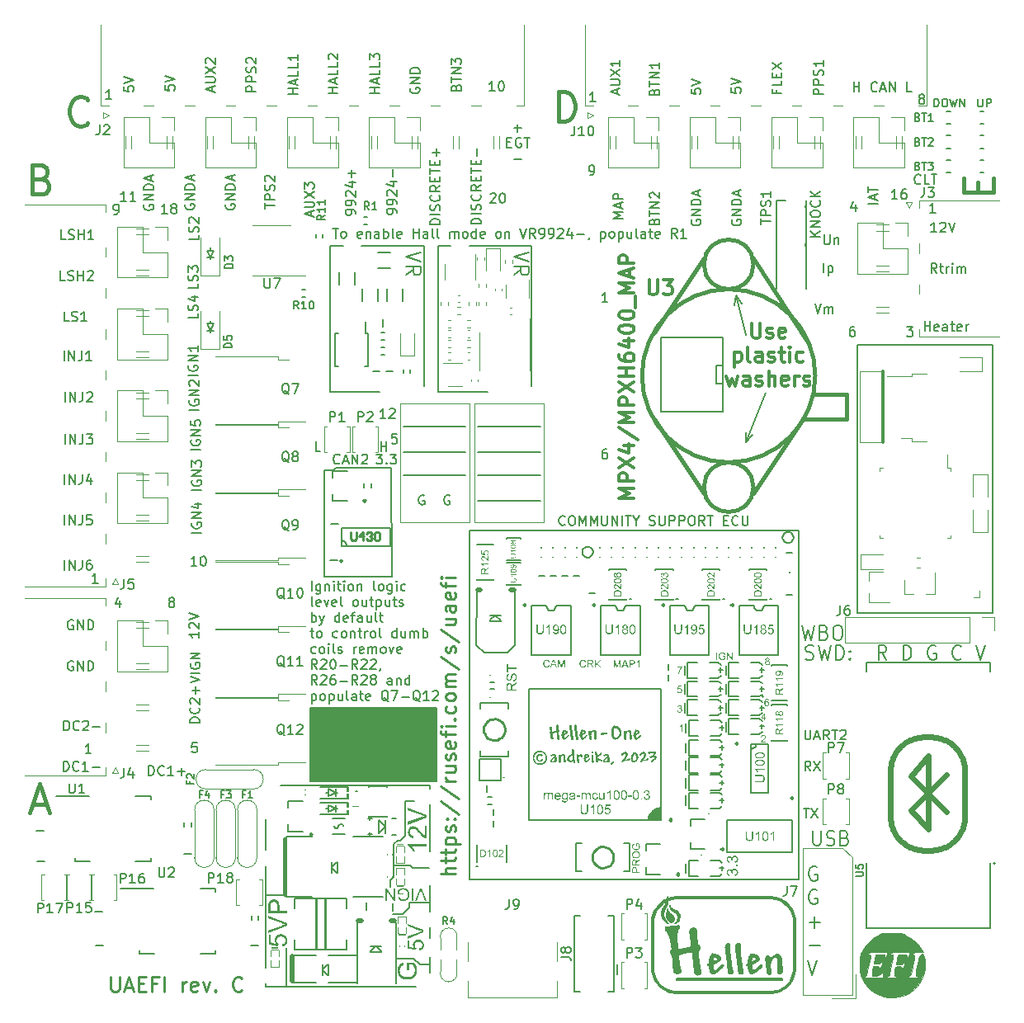
<source format=gto>
G75*
G70*
%OFA0B0*%
%FSLAX25Y25*%
%IPPOS*%
%LPD*%
%AMOC8*
5,1,8,0,0,1.08239X$1,22.5*
%
%ADD10C,0.00787*%
%ADD100C,0.00394*%
%ADD101C,0.01968*%
%ADD102C,0.01575*%
%ADD132C,0.01000*%
%ADD229C,0.00300*%
%ADD76C,0.01181*%
%ADD79C,0.00591*%
%ADD80C,0.00472*%
%ADD84C,0.01772*%
%ADD85C,0.00669*%
%ADD86C,0.00984*%
%ADD87C,0.00500*%
%ADD88C,0.01200*%
%ADD89C,0.00800*%
%ADD90C,0.00000*%
%ADD91C,0.02484*%
%ADD92C,0.00390*%
%ADD93C,0.00010*%
%ADD94C,0.01500*%
X0000000Y0000000D02*
%LPD*%
G01*
D79*
X0183071Y0211811D02*
X0208268Y0211811D01*
X0183071Y0201575D02*
X0208268Y0201575D01*
X0152756Y0231496D02*
X0177953Y0231496D01*
X0115236Y0117844D02*
X0166087Y0117844D01*
X0166087Y0088022D01*
X0115236Y0088022D01*
X0115236Y0117844D01*
G36*
X0115236Y0117844D02*
G01*
X0166087Y0117844D01*
X0166087Y0088022D01*
X0115236Y0088022D01*
X0115236Y0117844D01*
G37*
X0183071Y0221260D02*
X0208268Y0221260D01*
X0152756Y0211811D02*
X0177953Y0211811D01*
X0183071Y0231496D02*
X0208268Y0231496D01*
X0152756Y0221260D02*
X0177953Y0221260D01*
X0143757Y0221438D02*
X0143757Y0225375D01*
X0143757Y0223500D02*
X0146007Y0223500D01*
X0146007Y0221438D02*
X0146007Y0225375D01*
X0368232Y0310020D02*
X0365982Y0310020D01*
X0367107Y0310020D02*
X0367107Y0313957D01*
X0367107Y0313957D02*
X0366732Y0313395D01*
X0366732Y0313395D02*
X0366357Y0313020D01*
X0366357Y0313020D02*
X0365982Y0312833D01*
X0369732Y0313582D02*
X0369919Y0313770D01*
X0369919Y0313770D02*
X0370294Y0313957D01*
X0370294Y0313957D02*
X0371232Y0313957D01*
X0371232Y0313957D02*
X0371607Y0313770D01*
X0371607Y0313770D02*
X0371794Y0313582D01*
X0371794Y0313582D02*
X0371982Y0313208D01*
X0371982Y0313208D02*
X0371982Y0312833D01*
X0371982Y0312833D02*
X0371794Y0312270D01*
X0371794Y0312270D02*
X0369544Y0310020D01*
X0369544Y0310020D02*
X0371982Y0310020D01*
X0373106Y0313957D02*
X0374419Y0310020D01*
X0374419Y0310020D02*
X0375731Y0313957D01*
D84*
X0006749Y0331524D02*
X0008436Y0330961D01*
X0008436Y0330961D02*
X0008999Y0330399D01*
X0008999Y0330399D02*
X0009561Y0329274D01*
X0009561Y0329274D02*
X0009561Y0327587D01*
X0009561Y0327587D02*
X0008999Y0326462D01*
X0008999Y0326462D02*
X0008436Y0325899D01*
X0008436Y0325899D02*
X0007312Y0325337D01*
X0007312Y0325337D02*
X0002812Y0325337D01*
X0002812Y0325337D02*
X0002812Y0337148D01*
X0002812Y0337148D02*
X0006749Y0337148D01*
X0006749Y0337148D02*
X0007874Y0336585D01*
X0007874Y0336585D02*
X0008436Y0336023D01*
X0008436Y0336023D02*
X0008999Y0334898D01*
X0008999Y0334898D02*
X0008999Y0333773D01*
X0008999Y0333773D02*
X0008436Y0332648D01*
X0008436Y0332648D02*
X0007874Y0332086D01*
X0007874Y0332086D02*
X0006749Y0331524D01*
X0006749Y0331524D02*
X0002812Y0331524D01*
D79*
X0069441Y0103721D02*
X0067567Y0103721D01*
X0067567Y0103721D02*
X0067379Y0101846D01*
X0067379Y0101846D02*
X0067567Y0102034D01*
X0067567Y0102034D02*
X0067942Y0102221D01*
X0067942Y0102221D02*
X0068879Y0102221D01*
X0068879Y0102221D02*
X0069254Y0102034D01*
X0069254Y0102034D02*
X0069441Y0101846D01*
X0069441Y0101846D02*
X0069629Y0101471D01*
X0069629Y0101471D02*
X0069629Y0100534D01*
X0069629Y0100534D02*
X0069441Y0100159D01*
X0069441Y0100159D02*
X0069254Y0099972D01*
X0069254Y0099972D02*
X0068879Y0099784D01*
X0068879Y0099784D02*
X0067942Y0099784D01*
X0067942Y0099784D02*
X0067567Y0099972D01*
X0067567Y0099972D02*
X0067379Y0100159D01*
X0016020Y0173603D02*
X0016020Y0177540D01*
X0017895Y0173603D02*
X0017895Y0177540D01*
X0017895Y0177540D02*
X0020144Y0173603D01*
X0020144Y0173603D02*
X0020144Y0177540D01*
X0023144Y0177540D02*
X0023144Y0174728D01*
X0023144Y0174728D02*
X0022957Y0174166D01*
X0022957Y0174166D02*
X0022582Y0173791D01*
X0022582Y0173791D02*
X0022019Y0173603D01*
X0022019Y0173603D02*
X0021644Y0173603D01*
X0026706Y0177540D02*
X0025956Y0177540D01*
X0025956Y0177540D02*
X0025581Y0177353D01*
X0025581Y0177353D02*
X0025394Y0177165D01*
X0025394Y0177165D02*
X0025019Y0176603D01*
X0025019Y0176603D02*
X0024831Y0175853D01*
X0024831Y0175853D02*
X0024831Y0174353D01*
X0024831Y0174353D02*
X0025019Y0173978D01*
X0025019Y0173978D02*
X0025206Y0173791D01*
X0025206Y0173791D02*
X0025581Y0173603D01*
X0025581Y0173603D02*
X0026331Y0173603D01*
X0026331Y0173603D02*
X0026706Y0173791D01*
X0026706Y0173791D02*
X0026894Y0173978D01*
X0026894Y0173978D02*
X0027081Y0174353D01*
X0027081Y0174353D02*
X0027081Y0175290D01*
X0027081Y0175290D02*
X0026894Y0175665D01*
X0026894Y0175665D02*
X0026706Y0175853D01*
X0026706Y0175853D02*
X0026331Y0176040D01*
X0026331Y0176040D02*
X0025581Y0176040D01*
X0025581Y0176040D02*
X0025206Y0175853D01*
X0025206Y0175853D02*
X0025019Y0175665D01*
X0025019Y0175665D02*
X0024831Y0175290D01*
X0070098Y0308886D02*
X0070098Y0307012D01*
X0070098Y0307012D02*
X0066161Y0307012D01*
X0069910Y0310011D02*
X0070098Y0310574D01*
X0070098Y0310574D02*
X0070098Y0311511D01*
X0070098Y0311511D02*
X0069910Y0311886D01*
X0069910Y0311886D02*
X0069723Y0312073D01*
X0069723Y0312073D02*
X0069348Y0312261D01*
X0069348Y0312261D02*
X0068973Y0312261D01*
X0068973Y0312261D02*
X0068598Y0312073D01*
X0068598Y0312073D02*
X0068410Y0311886D01*
X0068410Y0311886D02*
X0068223Y0311511D01*
X0068223Y0311511D02*
X0068035Y0310761D01*
X0068035Y0310761D02*
X0067848Y0310386D01*
X0067848Y0310386D02*
X0067661Y0310199D01*
X0067661Y0310199D02*
X0067286Y0310011D01*
X0067286Y0310011D02*
X0066911Y0310011D01*
X0066911Y0310011D02*
X0066536Y0310199D01*
X0066536Y0310199D02*
X0066348Y0310386D01*
X0066348Y0310386D02*
X0066161Y0310761D01*
X0066161Y0310761D02*
X0066161Y0311699D01*
X0066161Y0311699D02*
X0066348Y0312261D01*
X0066536Y0313761D02*
X0066348Y0313948D01*
X0066348Y0313948D02*
X0066161Y0314323D01*
X0066161Y0314323D02*
X0066161Y0315261D01*
X0066161Y0315261D02*
X0066348Y0315636D01*
X0066348Y0315636D02*
X0066536Y0315823D01*
X0066536Y0315823D02*
X0066911Y0316010D01*
X0066911Y0316010D02*
X0067286Y0316010D01*
X0067286Y0316010D02*
X0067848Y0315823D01*
X0067848Y0315823D02*
X0070098Y0313573D01*
X0070098Y0313573D02*
X0070098Y0316010D01*
X0016020Y0208249D02*
X0016020Y0212186D01*
X0017895Y0208249D02*
X0017895Y0212186D01*
X0017895Y0212186D02*
X0020144Y0208249D01*
X0020144Y0208249D02*
X0020144Y0212186D01*
X0023144Y0212186D02*
X0023144Y0209374D01*
X0023144Y0209374D02*
X0022957Y0208811D01*
X0022957Y0208811D02*
X0022582Y0208436D01*
X0022582Y0208436D02*
X0022019Y0208249D01*
X0022019Y0208249D02*
X0021644Y0208249D01*
X0026706Y0210873D02*
X0026706Y0208249D01*
X0025769Y0212373D02*
X0024831Y0209561D01*
X0024831Y0209561D02*
X0027268Y0209561D01*
X0016273Y0290532D02*
X0014398Y0290532D01*
X0014398Y0290532D02*
X0014398Y0294469D01*
X0017398Y0290720D02*
X0017960Y0290532D01*
X0017960Y0290532D02*
X0018898Y0290532D01*
X0018898Y0290532D02*
X0019273Y0290720D01*
X0019273Y0290720D02*
X0019460Y0290907D01*
X0019460Y0290907D02*
X0019648Y0291282D01*
X0019648Y0291282D02*
X0019648Y0291657D01*
X0019648Y0291657D02*
X0019460Y0292032D01*
X0019460Y0292032D02*
X0019273Y0292220D01*
X0019273Y0292220D02*
X0018898Y0292407D01*
X0018898Y0292407D02*
X0018148Y0292594D01*
X0018148Y0292594D02*
X0017773Y0292782D01*
X0017773Y0292782D02*
X0017585Y0292969D01*
X0017585Y0292969D02*
X0017398Y0293344D01*
X0017398Y0293344D02*
X0017398Y0293719D01*
X0017398Y0293719D02*
X0017585Y0294094D01*
X0017585Y0294094D02*
X0017773Y0294282D01*
X0017773Y0294282D02*
X0018148Y0294469D01*
X0018148Y0294469D02*
X0019085Y0294469D01*
X0019085Y0294469D02*
X0019648Y0294282D01*
X0021335Y0290532D02*
X0021335Y0294469D01*
X0021335Y0292594D02*
X0023585Y0292594D01*
X0023585Y0290532D02*
X0023585Y0294469D01*
X0025272Y0294094D02*
X0025459Y0294282D01*
X0025459Y0294282D02*
X0025834Y0294469D01*
X0025834Y0294469D02*
X0026772Y0294469D01*
X0026772Y0294469D02*
X0027147Y0294282D01*
X0027147Y0294282D02*
X0027334Y0294094D01*
X0027334Y0294094D02*
X0027522Y0293719D01*
X0027522Y0293719D02*
X0027522Y0293344D01*
X0027522Y0293344D02*
X0027334Y0292782D01*
X0027334Y0292782D02*
X0025084Y0290532D01*
X0025084Y0290532D02*
X0027522Y0290532D01*
X0057518Y0317501D02*
X0055268Y0317501D01*
X0056393Y0317501D02*
X0056393Y0321438D01*
X0056393Y0321438D02*
X0056018Y0320875D01*
X0056018Y0320875D02*
X0055643Y0320500D01*
X0055643Y0320500D02*
X0055268Y0320313D01*
X0059768Y0319750D02*
X0059393Y0319938D01*
X0059393Y0319938D02*
X0059205Y0320125D01*
X0059205Y0320125D02*
X0059018Y0320500D01*
X0059018Y0320500D02*
X0059018Y0320688D01*
X0059018Y0320688D02*
X0059205Y0321063D01*
X0059205Y0321063D02*
X0059393Y0321250D01*
X0059393Y0321250D02*
X0059768Y0321438D01*
X0059768Y0321438D02*
X0060517Y0321438D01*
X0060517Y0321438D02*
X0060892Y0321250D01*
X0060892Y0321250D02*
X0061080Y0321063D01*
X0061080Y0321063D02*
X0061267Y0320688D01*
X0061267Y0320688D02*
X0061267Y0320500D01*
X0061267Y0320500D02*
X0061080Y0320125D01*
X0061080Y0320125D02*
X0060892Y0319938D01*
X0060892Y0319938D02*
X0060517Y0319750D01*
X0060517Y0319750D02*
X0059768Y0319750D01*
X0059768Y0319750D02*
X0059393Y0319563D01*
X0059393Y0319563D02*
X0059205Y0319375D01*
X0059205Y0319375D02*
X0059018Y0319001D01*
X0059018Y0319001D02*
X0059018Y0318251D01*
X0059018Y0318251D02*
X0059205Y0317876D01*
X0059205Y0317876D02*
X0059393Y0317688D01*
X0059393Y0317688D02*
X0059768Y0317501D01*
X0059768Y0317501D02*
X0060517Y0317501D01*
X0060517Y0317501D02*
X0060892Y0317688D01*
X0060892Y0317688D02*
X0061080Y0317876D01*
X0061080Y0317876D02*
X0061267Y0318251D01*
X0061267Y0318251D02*
X0061267Y0319001D01*
X0061267Y0319001D02*
X0061080Y0319375D01*
X0061080Y0319375D02*
X0060892Y0319563D01*
X0060892Y0319563D02*
X0060517Y0319750D01*
X0015720Y0108642D02*
X0015720Y0112579D01*
X0015720Y0112579D02*
X0016657Y0112579D01*
X0016657Y0112579D02*
X0017220Y0112392D01*
X0017220Y0112392D02*
X0017595Y0112017D01*
X0017595Y0112017D02*
X0017782Y0111642D01*
X0017782Y0111642D02*
X0017970Y0110892D01*
X0017970Y0110892D02*
X0017970Y0110330D01*
X0017970Y0110330D02*
X0017782Y0109580D01*
X0017782Y0109580D02*
X0017595Y0109205D01*
X0017595Y0109205D02*
X0017220Y0108830D01*
X0017220Y0108830D02*
X0016657Y0108642D01*
X0016657Y0108642D02*
X0015720Y0108642D01*
X0021907Y0109017D02*
X0021719Y0108830D01*
X0021719Y0108830D02*
X0021157Y0108642D01*
X0021157Y0108642D02*
X0020782Y0108642D01*
X0020782Y0108642D02*
X0020219Y0108830D01*
X0020219Y0108830D02*
X0019844Y0109205D01*
X0019844Y0109205D02*
X0019657Y0109580D01*
X0019657Y0109580D02*
X0019469Y0110330D01*
X0019469Y0110330D02*
X0019469Y0110892D01*
X0019469Y0110892D02*
X0019657Y0111642D01*
X0019657Y0111642D02*
X0019844Y0112017D01*
X0019844Y0112017D02*
X0020219Y0112392D01*
X0020219Y0112392D02*
X0020782Y0112579D01*
X0020782Y0112579D02*
X0021157Y0112579D01*
X0021157Y0112579D02*
X0021719Y0112392D01*
X0021719Y0112392D02*
X0021907Y0112205D01*
X0023406Y0112205D02*
X0023594Y0112392D01*
X0023594Y0112392D02*
X0023969Y0112579D01*
X0023969Y0112579D02*
X0024906Y0112579D01*
X0024906Y0112579D02*
X0025281Y0112392D01*
X0025281Y0112392D02*
X0025469Y0112205D01*
X0025469Y0112205D02*
X0025656Y0111830D01*
X0025656Y0111830D02*
X0025656Y0111455D01*
X0025656Y0111455D02*
X0025469Y0110892D01*
X0025469Y0110892D02*
X0023219Y0108642D01*
X0023219Y0108642D02*
X0025656Y0108642D01*
X0027343Y0110142D02*
X0030343Y0110142D01*
X0039980Y0368935D02*
X0039980Y0367060D01*
X0039980Y0367060D02*
X0041854Y0366873D01*
X0041854Y0366873D02*
X0041667Y0367060D01*
X0041667Y0367060D02*
X0041479Y0367435D01*
X0041479Y0367435D02*
X0041479Y0368373D01*
X0041479Y0368373D02*
X0041667Y0368748D01*
X0041667Y0368748D02*
X0041854Y0368935D01*
X0041854Y0368935D02*
X0042229Y0369123D01*
X0042229Y0369123D02*
X0043167Y0369123D01*
X0043167Y0369123D02*
X0043542Y0368935D01*
X0043542Y0368935D02*
X0043729Y0368748D01*
X0043729Y0368748D02*
X0043917Y0368373D01*
X0043917Y0368373D02*
X0043917Y0367435D01*
X0043917Y0367435D02*
X0043729Y0367060D01*
X0043729Y0367060D02*
X0043542Y0366873D01*
X0039980Y0370247D02*
X0043917Y0371560D01*
X0043917Y0371560D02*
X0039980Y0372872D01*
X0230456Y0362776D02*
X0228206Y0362776D01*
X0229331Y0362776D02*
X0229331Y0366713D01*
X0229331Y0366713D02*
X0228956Y0366151D01*
X0228956Y0366151D02*
X0228581Y0365776D01*
X0228581Y0365776D02*
X0228206Y0365588D01*
X0126397Y0366142D02*
X0122460Y0366142D01*
X0124335Y0366142D02*
X0124335Y0368391D01*
X0126397Y0368391D02*
X0122460Y0368391D01*
X0125272Y0370079D02*
X0125272Y0371954D01*
X0126397Y0369704D02*
X0122460Y0371016D01*
X0122460Y0371016D02*
X0126397Y0372328D01*
X0126397Y0375516D02*
X0126397Y0373641D01*
X0126397Y0373641D02*
X0122460Y0373641D01*
X0126397Y0378703D02*
X0126397Y0376828D01*
X0126397Y0376828D02*
X0122460Y0376828D01*
X0122835Y0379828D02*
X0122647Y0380015D01*
X0122647Y0380015D02*
X0122460Y0380390D01*
X0122460Y0380390D02*
X0122460Y0381327D01*
X0122460Y0381327D02*
X0122647Y0381702D01*
X0122647Y0381702D02*
X0122835Y0381890D01*
X0122835Y0381890D02*
X0123210Y0382077D01*
X0123210Y0382077D02*
X0123585Y0382077D01*
X0123585Y0382077D02*
X0124147Y0381890D01*
X0124147Y0381890D02*
X0126397Y0379640D01*
X0126397Y0379640D02*
X0126397Y0382077D01*
X0167657Y0313106D02*
X0163720Y0313106D01*
X0163720Y0313106D02*
X0163720Y0314044D01*
X0163720Y0314044D02*
X0163907Y0314606D01*
X0163907Y0314606D02*
X0164282Y0314981D01*
X0164282Y0314981D02*
X0164657Y0315169D01*
X0164657Y0315169D02*
X0165407Y0315356D01*
X0165407Y0315356D02*
X0165969Y0315356D01*
X0165969Y0315356D02*
X0166719Y0315169D01*
X0166719Y0315169D02*
X0167094Y0314981D01*
X0167094Y0314981D02*
X0167469Y0314606D01*
X0167469Y0314606D02*
X0167657Y0314044D01*
X0167657Y0314044D02*
X0167657Y0313106D01*
X0167657Y0317044D02*
X0163720Y0317044D01*
X0167469Y0318731D02*
X0167657Y0319293D01*
X0167657Y0319293D02*
X0167657Y0320231D01*
X0167657Y0320231D02*
X0167469Y0320606D01*
X0167469Y0320606D02*
X0167282Y0320793D01*
X0167282Y0320793D02*
X0166907Y0320981D01*
X0166907Y0320981D02*
X0166532Y0320981D01*
X0166532Y0320981D02*
X0166157Y0320793D01*
X0166157Y0320793D02*
X0165969Y0320606D01*
X0165969Y0320606D02*
X0165782Y0320231D01*
X0165782Y0320231D02*
X0165595Y0319481D01*
X0165595Y0319481D02*
X0165407Y0319106D01*
X0165407Y0319106D02*
X0165220Y0318918D01*
X0165220Y0318918D02*
X0164845Y0318731D01*
X0164845Y0318731D02*
X0164470Y0318731D01*
X0164470Y0318731D02*
X0164095Y0318918D01*
X0164095Y0318918D02*
X0163907Y0319106D01*
X0163907Y0319106D02*
X0163720Y0319481D01*
X0163720Y0319481D02*
X0163720Y0320418D01*
X0163720Y0320418D02*
X0163907Y0320981D01*
X0167282Y0324918D02*
X0167469Y0324730D01*
X0167469Y0324730D02*
X0167657Y0324168D01*
X0167657Y0324168D02*
X0167657Y0323793D01*
X0167657Y0323793D02*
X0167469Y0323230D01*
X0167469Y0323230D02*
X0167094Y0322855D01*
X0167094Y0322855D02*
X0166719Y0322668D01*
X0166719Y0322668D02*
X0165969Y0322480D01*
X0165969Y0322480D02*
X0165407Y0322480D01*
X0165407Y0322480D02*
X0164657Y0322668D01*
X0164657Y0322668D02*
X0164282Y0322855D01*
X0164282Y0322855D02*
X0163907Y0323230D01*
X0163907Y0323230D02*
X0163720Y0323793D01*
X0163720Y0323793D02*
X0163720Y0324168D01*
X0163720Y0324168D02*
X0163907Y0324730D01*
X0163907Y0324730D02*
X0164095Y0324918D01*
X0167657Y0328855D02*
X0165782Y0327542D01*
X0167657Y0326605D02*
X0163720Y0326605D01*
X0163720Y0326605D02*
X0163720Y0328105D01*
X0163720Y0328105D02*
X0163907Y0328480D01*
X0163907Y0328480D02*
X0164095Y0328667D01*
X0164095Y0328667D02*
X0164470Y0328855D01*
X0164470Y0328855D02*
X0165032Y0328855D01*
X0165032Y0328855D02*
X0165407Y0328667D01*
X0165407Y0328667D02*
X0165595Y0328480D01*
X0165595Y0328480D02*
X0165782Y0328105D01*
X0165782Y0328105D02*
X0165782Y0326605D01*
X0165595Y0330542D02*
X0165595Y0331854D01*
X0167657Y0332417D02*
X0167657Y0330542D01*
X0167657Y0330542D02*
X0163720Y0330542D01*
X0163720Y0330542D02*
X0163720Y0332417D01*
X0163720Y0333541D02*
X0163720Y0335791D01*
X0167657Y0334666D02*
X0163720Y0334666D01*
X0165595Y0337103D02*
X0165595Y0338416D01*
X0167657Y0338978D02*
X0167657Y0337103D01*
X0167657Y0337103D02*
X0163720Y0337103D01*
X0163720Y0337103D02*
X0163720Y0338978D01*
X0166157Y0340666D02*
X0166157Y0343665D01*
X0167657Y0342165D02*
X0164657Y0342165D01*
D10*
X0319820Y0053555D02*
X0319295Y0053836D01*
X0319295Y0053836D02*
X0318508Y0053836D01*
X0318508Y0053836D02*
X0317721Y0053555D01*
X0317721Y0053555D02*
X0317196Y0052992D01*
X0317196Y0052992D02*
X0316933Y0052430D01*
X0316933Y0052430D02*
X0316671Y0051305D01*
X0316671Y0051305D02*
X0316671Y0050462D01*
X0316671Y0050462D02*
X0316933Y0049337D01*
X0316933Y0049337D02*
X0317196Y0048774D01*
X0317196Y0048774D02*
X0317721Y0048212D01*
X0317721Y0048212D02*
X0318508Y0047931D01*
X0318508Y0047931D02*
X0319033Y0047931D01*
X0319033Y0047931D02*
X0319820Y0048212D01*
X0319820Y0048212D02*
X0320083Y0048493D01*
X0320083Y0048493D02*
X0320083Y0050462D01*
X0320083Y0050462D02*
X0319033Y0050462D01*
X0319820Y0044047D02*
X0319295Y0044329D01*
X0319295Y0044329D02*
X0318508Y0044329D01*
X0318508Y0044329D02*
X0317721Y0044047D01*
X0317721Y0044047D02*
X0317196Y0043485D01*
X0317196Y0043485D02*
X0316933Y0042922D01*
X0316933Y0042922D02*
X0316671Y0041798D01*
X0316671Y0041798D02*
X0316671Y0040954D01*
X0316671Y0040954D02*
X0316933Y0039829D01*
X0316933Y0039829D02*
X0317196Y0039267D01*
X0317196Y0039267D02*
X0317721Y0038704D01*
X0317721Y0038704D02*
X0318508Y0038423D01*
X0318508Y0038423D02*
X0319033Y0038423D01*
X0319033Y0038423D02*
X0319820Y0038704D01*
X0319820Y0038704D02*
X0320083Y0038985D01*
X0320083Y0038985D02*
X0320083Y0040954D01*
X0320083Y0040954D02*
X0319033Y0040954D01*
X0316933Y0031165D02*
X0321133Y0031165D01*
X0319033Y0028916D02*
X0319033Y0033415D01*
X0316933Y0021658D02*
X0321133Y0021658D01*
X0316146Y0015806D02*
X0317983Y0009900D01*
X0317983Y0009900D02*
X0319820Y0015806D01*
D79*
X0321279Y0308230D02*
X0317342Y0308230D01*
X0321279Y0310480D02*
X0319029Y0308793D01*
X0317342Y0310480D02*
X0319592Y0308230D01*
X0321279Y0312167D02*
X0317342Y0312167D01*
X0317342Y0312167D02*
X0321279Y0314417D01*
X0321279Y0314417D02*
X0317342Y0314417D01*
X0317342Y0317042D02*
X0317342Y0317792D01*
X0317342Y0317792D02*
X0317529Y0318166D01*
X0317529Y0318166D02*
X0317904Y0318541D01*
X0317904Y0318541D02*
X0318654Y0318729D01*
X0318654Y0318729D02*
X0319966Y0318729D01*
X0319966Y0318729D02*
X0320716Y0318541D01*
X0320716Y0318541D02*
X0321091Y0318166D01*
X0321091Y0318166D02*
X0321279Y0317792D01*
X0321279Y0317792D02*
X0321279Y0317042D01*
X0321279Y0317042D02*
X0321091Y0316667D01*
X0321091Y0316667D02*
X0320716Y0316292D01*
X0320716Y0316292D02*
X0319966Y0316104D01*
X0319966Y0316104D02*
X0318654Y0316104D01*
X0318654Y0316104D02*
X0317904Y0316292D01*
X0317904Y0316292D02*
X0317529Y0316667D01*
X0317529Y0316667D02*
X0317342Y0317042D01*
X0320904Y0322666D02*
X0321091Y0322478D01*
X0321091Y0322478D02*
X0321279Y0321916D01*
X0321279Y0321916D02*
X0321279Y0321541D01*
X0321279Y0321541D02*
X0321091Y0320979D01*
X0321091Y0320979D02*
X0320716Y0320604D01*
X0320716Y0320604D02*
X0320341Y0320416D01*
X0320341Y0320416D02*
X0319592Y0320229D01*
X0319592Y0320229D02*
X0319029Y0320229D01*
X0319029Y0320229D02*
X0318279Y0320416D01*
X0318279Y0320416D02*
X0317904Y0320604D01*
X0317904Y0320604D02*
X0317529Y0320979D01*
X0317529Y0320979D02*
X0317342Y0321541D01*
X0317342Y0321541D02*
X0317342Y0321916D01*
X0317342Y0321916D02*
X0317529Y0322478D01*
X0317529Y0322478D02*
X0317717Y0322666D01*
X0321279Y0324353D02*
X0317342Y0324353D01*
X0321279Y0326603D02*
X0319029Y0324916D01*
X0317342Y0326603D02*
X0319592Y0324353D01*
X0315105Y0108937D02*
X0315105Y0105750D01*
X0315105Y0105750D02*
X0315293Y0105375D01*
X0315293Y0105375D02*
X0315480Y0105188D01*
X0315480Y0105188D02*
X0315855Y0105000D01*
X0315855Y0105000D02*
X0316605Y0105000D01*
X0316605Y0105000D02*
X0316980Y0105188D01*
X0316980Y0105188D02*
X0317168Y0105375D01*
X0317168Y0105375D02*
X0317355Y0105750D01*
X0317355Y0105750D02*
X0317355Y0108937D01*
X0319042Y0106125D02*
X0320917Y0106125D01*
X0318667Y0105000D02*
X0319980Y0108937D01*
X0319980Y0108937D02*
X0321292Y0105000D01*
X0324854Y0105000D02*
X0323542Y0106875D01*
X0322604Y0105000D02*
X0322604Y0108937D01*
X0322604Y0108937D02*
X0324104Y0108937D01*
X0324104Y0108937D02*
X0324479Y0108750D01*
X0324479Y0108750D02*
X0324667Y0108562D01*
X0324667Y0108562D02*
X0324854Y0108187D01*
X0324854Y0108187D02*
X0324854Y0107625D01*
X0324854Y0107625D02*
X0324667Y0107250D01*
X0324667Y0107250D02*
X0324479Y0107062D01*
X0324479Y0107062D02*
X0324104Y0106875D01*
X0324104Y0106875D02*
X0322604Y0106875D01*
X0325979Y0108937D02*
X0328229Y0108937D01*
X0327104Y0105000D02*
X0327104Y0108937D01*
X0329354Y0108562D02*
X0329541Y0108750D01*
X0329541Y0108750D02*
X0329916Y0108937D01*
X0329916Y0108937D02*
X0330853Y0108937D01*
X0330853Y0108937D02*
X0331228Y0108750D01*
X0331228Y0108750D02*
X0331416Y0108562D01*
X0331416Y0108562D02*
X0331603Y0108187D01*
X0331603Y0108187D02*
X0331603Y0107812D01*
X0331603Y0107812D02*
X0331416Y0107250D01*
X0331416Y0107250D02*
X0329166Y0105000D01*
X0329166Y0105000D02*
X0331603Y0105000D01*
X0317355Y0092323D02*
X0316043Y0094198D01*
X0315105Y0092323D02*
X0315105Y0096260D01*
X0315105Y0096260D02*
X0316605Y0096260D01*
X0316605Y0096260D02*
X0316980Y0096073D01*
X0316980Y0096073D02*
X0317168Y0095885D01*
X0317168Y0095885D02*
X0317355Y0095511D01*
X0317355Y0095511D02*
X0317355Y0094948D01*
X0317355Y0094948D02*
X0317168Y0094573D01*
X0317168Y0094573D02*
X0316980Y0094386D01*
X0316980Y0094386D02*
X0316605Y0094198D01*
X0316605Y0094198D02*
X0315105Y0094198D01*
X0318667Y0096260D02*
X0321292Y0092323D01*
X0321292Y0096260D02*
X0318667Y0092323D01*
X0314543Y0077245D02*
X0316793Y0077245D01*
X0315668Y0073308D02*
X0315668Y0077245D01*
X0317730Y0077245D02*
X0320355Y0073308D01*
X0320355Y0077245D02*
X0317730Y0073308D01*
D84*
X0003093Y0078711D02*
X0008718Y0078711D01*
X0001969Y0075337D02*
X0005906Y0087148D01*
X0005906Y0087148D02*
X0009843Y0075337D01*
D79*
X0056515Y0369329D02*
X0056515Y0367454D01*
X0056515Y0367454D02*
X0058390Y0367267D01*
X0058390Y0367267D02*
X0058202Y0367454D01*
X0058202Y0367454D02*
X0058015Y0367829D01*
X0058015Y0367829D02*
X0058015Y0368766D01*
X0058015Y0368766D02*
X0058202Y0369141D01*
X0058202Y0369141D02*
X0058390Y0369329D01*
X0058390Y0369329D02*
X0058765Y0369516D01*
X0058765Y0369516D02*
X0059702Y0369516D01*
X0059702Y0369516D02*
X0060077Y0369329D01*
X0060077Y0369329D02*
X0060265Y0369141D01*
X0060265Y0369141D02*
X0060452Y0368766D01*
X0060452Y0368766D02*
X0060452Y0367829D01*
X0060452Y0367829D02*
X0060265Y0367454D01*
X0060265Y0367454D02*
X0060077Y0367267D01*
X0056515Y0370641D02*
X0060452Y0371954D01*
X0060452Y0371954D02*
X0056515Y0373266D01*
X0352400Y0323406D02*
X0350150Y0323406D01*
X0351275Y0323406D02*
X0351275Y0327343D01*
X0351275Y0327343D02*
X0350900Y0326781D01*
X0350900Y0326781D02*
X0350525Y0326406D01*
X0350525Y0326406D02*
X0350150Y0326218D01*
X0355774Y0327343D02*
X0355024Y0327343D01*
X0355024Y0327343D02*
X0354649Y0327156D01*
X0354649Y0327156D02*
X0354462Y0326968D01*
X0354462Y0326968D02*
X0354087Y0326406D01*
X0354087Y0326406D02*
X0353900Y0325656D01*
X0353900Y0325656D02*
X0353900Y0324156D01*
X0353900Y0324156D02*
X0354087Y0323781D01*
X0354087Y0323781D02*
X0354274Y0323594D01*
X0354274Y0323594D02*
X0354649Y0323406D01*
X0354649Y0323406D02*
X0355399Y0323406D01*
X0355399Y0323406D02*
X0355774Y0323594D01*
X0355774Y0323594D02*
X0355962Y0323781D01*
X0355962Y0323781D02*
X0356149Y0324156D01*
X0356149Y0324156D02*
X0356149Y0325094D01*
X0356149Y0325094D02*
X0355962Y0325468D01*
X0355962Y0325468D02*
X0355774Y0325656D01*
X0355774Y0325656D02*
X0355399Y0325843D01*
X0355399Y0325843D02*
X0354649Y0325843D01*
X0354649Y0325843D02*
X0354274Y0325656D01*
X0354274Y0325656D02*
X0354087Y0325468D01*
X0354087Y0325468D02*
X0353900Y0325094D01*
X0174138Y0368466D02*
X0174325Y0369029D01*
X0174325Y0369029D02*
X0174513Y0369216D01*
X0174513Y0369216D02*
X0174888Y0369404D01*
X0174888Y0369404D02*
X0175450Y0369404D01*
X0175450Y0369404D02*
X0175825Y0369216D01*
X0175825Y0369216D02*
X0176013Y0369029D01*
X0176013Y0369029D02*
X0176200Y0368654D01*
X0176200Y0368654D02*
X0176200Y0367154D01*
X0176200Y0367154D02*
X0172263Y0367154D01*
X0172263Y0367154D02*
X0172263Y0368466D01*
X0172263Y0368466D02*
X0172451Y0368841D01*
X0172451Y0368841D02*
X0172638Y0369029D01*
X0172638Y0369029D02*
X0173013Y0369216D01*
X0173013Y0369216D02*
X0173388Y0369216D01*
X0173388Y0369216D02*
X0173763Y0369029D01*
X0173763Y0369029D02*
X0173950Y0368841D01*
X0173950Y0368841D02*
X0174138Y0368466D01*
X0174138Y0368466D02*
X0174138Y0367154D01*
X0172263Y0370529D02*
X0172263Y0372778D01*
X0176200Y0371654D02*
X0172263Y0371654D01*
X0176200Y0374091D02*
X0172263Y0374091D01*
X0172263Y0374091D02*
X0176200Y0376340D01*
X0176200Y0376340D02*
X0172263Y0376340D01*
X0172263Y0377840D02*
X0172263Y0380277D01*
X0172263Y0380277D02*
X0173763Y0378965D01*
X0173763Y0378965D02*
X0173763Y0379528D01*
X0173763Y0379528D02*
X0173950Y0379903D01*
X0173950Y0379903D02*
X0174138Y0380090D01*
X0174138Y0380090D02*
X0174513Y0380277D01*
X0174513Y0380277D02*
X0175450Y0380277D01*
X0175450Y0380277D02*
X0175825Y0380090D01*
X0175825Y0380090D02*
X0176013Y0379903D01*
X0176013Y0379903D02*
X0176200Y0379528D01*
X0176200Y0379528D02*
X0176200Y0378403D01*
X0176200Y0378403D02*
X0176013Y0378028D01*
X0176013Y0378028D02*
X0175825Y0377840D01*
X0075666Y0366873D02*
X0075666Y0368748D01*
X0076791Y0366498D02*
X0072854Y0367810D01*
X0072854Y0367810D02*
X0076791Y0369123D01*
X0072854Y0370435D02*
X0076041Y0370435D01*
X0076041Y0370435D02*
X0076416Y0370622D01*
X0076416Y0370622D02*
X0076603Y0370810D01*
X0076603Y0370810D02*
X0076791Y0371185D01*
X0076791Y0371185D02*
X0076791Y0371935D01*
X0076791Y0371935D02*
X0076603Y0372310D01*
X0076603Y0372310D02*
X0076416Y0372497D01*
X0076416Y0372497D02*
X0076041Y0372685D01*
X0076041Y0372685D02*
X0072854Y0372685D01*
X0072854Y0374184D02*
X0076791Y0376809D01*
X0072854Y0376809D02*
X0076791Y0374184D01*
X0073229Y0378121D02*
X0073041Y0378309D01*
X0073041Y0378309D02*
X0072854Y0378684D01*
X0072854Y0378684D02*
X0072854Y0379621D01*
X0072854Y0379621D02*
X0073041Y0379996D01*
X0073041Y0379996D02*
X0073229Y0380184D01*
X0073229Y0380184D02*
X0073604Y0380371D01*
X0073604Y0380371D02*
X0073978Y0380371D01*
X0073978Y0380371D02*
X0074541Y0380184D01*
X0074541Y0380184D02*
X0076791Y0377934D01*
X0076791Y0377934D02*
X0076791Y0380371D01*
X0038348Y0161070D02*
X0038348Y0158446D01*
X0037411Y0162570D02*
X0036474Y0159758D01*
X0036474Y0159758D02*
X0038911Y0159758D01*
X0141939Y0220257D02*
X0144376Y0220257D01*
X0144376Y0220257D02*
X0143063Y0218757D01*
X0143063Y0218757D02*
X0143626Y0218757D01*
X0143626Y0218757D02*
X0144001Y0218569D01*
X0144001Y0218569D02*
X0144188Y0218382D01*
X0144188Y0218382D02*
X0144376Y0218007D01*
X0144376Y0218007D02*
X0144376Y0217070D01*
X0144376Y0217070D02*
X0144188Y0216695D01*
X0144188Y0216695D02*
X0144001Y0216507D01*
X0144001Y0216507D02*
X0143626Y0216320D01*
X0143626Y0216320D02*
X0142501Y0216320D01*
X0142501Y0216320D02*
X0142126Y0216507D01*
X0142126Y0216507D02*
X0141939Y0216695D01*
X0146063Y0216695D02*
X0146250Y0216507D01*
X0146250Y0216507D02*
X0146063Y0216320D01*
X0146063Y0216320D02*
X0145876Y0216507D01*
X0145876Y0216507D02*
X0146063Y0216695D01*
X0146063Y0216695D02*
X0146063Y0216320D01*
X0147563Y0220257D02*
X0150000Y0220257D01*
X0150000Y0220257D02*
X0148688Y0218757D01*
X0148688Y0218757D02*
X0149250Y0218757D01*
X0149250Y0218757D02*
X0149625Y0218569D01*
X0149625Y0218569D02*
X0149813Y0218382D01*
X0149813Y0218382D02*
X0150000Y0218007D01*
X0150000Y0218007D02*
X0150000Y0217070D01*
X0150000Y0217070D02*
X0149813Y0216695D01*
X0149813Y0216695D02*
X0149625Y0216507D01*
X0149625Y0216507D02*
X0149250Y0216320D01*
X0149250Y0216320D02*
X0148125Y0216320D01*
X0148125Y0216320D02*
X0147750Y0216507D01*
X0147750Y0216507D02*
X0147563Y0216695D01*
X0297263Y0313236D02*
X0297263Y0315486D01*
X0301200Y0314361D02*
X0297263Y0314361D01*
X0301200Y0316798D02*
X0297263Y0316798D01*
X0297263Y0316798D02*
X0297263Y0318298D01*
X0297263Y0318298D02*
X0297451Y0318673D01*
X0297451Y0318673D02*
X0297638Y0318860D01*
X0297638Y0318860D02*
X0298013Y0319048D01*
X0298013Y0319048D02*
X0298575Y0319048D01*
X0298575Y0319048D02*
X0298950Y0318860D01*
X0298950Y0318860D02*
X0299138Y0318673D01*
X0299138Y0318673D02*
X0299325Y0318298D01*
X0299325Y0318298D02*
X0299325Y0316798D01*
X0301013Y0320547D02*
X0301200Y0321110D01*
X0301200Y0321110D02*
X0301200Y0322047D01*
X0301200Y0322047D02*
X0301013Y0322422D01*
X0301013Y0322422D02*
X0300825Y0322610D01*
X0300825Y0322610D02*
X0300450Y0322797D01*
X0300450Y0322797D02*
X0300075Y0322797D01*
X0300075Y0322797D02*
X0299700Y0322610D01*
X0299700Y0322610D02*
X0299513Y0322422D01*
X0299513Y0322422D02*
X0299325Y0322047D01*
X0299325Y0322047D02*
X0299138Y0321297D01*
X0299138Y0321297D02*
X0298950Y0320922D01*
X0298950Y0320922D02*
X0298763Y0320735D01*
X0298763Y0320735D02*
X0298388Y0320547D01*
X0298388Y0320547D02*
X0298013Y0320547D01*
X0298013Y0320547D02*
X0297638Y0320735D01*
X0297638Y0320735D02*
X0297451Y0320922D01*
X0297451Y0320922D02*
X0297263Y0321297D01*
X0297263Y0321297D02*
X0297263Y0322235D01*
X0297263Y0322235D02*
X0297451Y0322797D01*
X0301200Y0326547D02*
X0301200Y0324297D01*
X0301200Y0325422D02*
X0297263Y0325422D01*
X0297263Y0325422D02*
X0297825Y0325047D01*
X0297825Y0325047D02*
X0298200Y0324672D01*
X0298200Y0324672D02*
X0298388Y0324297D01*
D85*
X0385067Y0363894D02*
X0385067Y0361281D01*
X0385067Y0361281D02*
X0385221Y0360974D01*
X0385221Y0360974D02*
X0385375Y0360820D01*
X0385375Y0360820D02*
X0385682Y0360666D01*
X0385682Y0360666D02*
X0386297Y0360666D01*
X0386297Y0360666D02*
X0386605Y0360820D01*
X0386605Y0360820D02*
X0386758Y0360974D01*
X0386758Y0360974D02*
X0386912Y0361281D01*
X0386912Y0361281D02*
X0386912Y0363894D01*
X0388449Y0360666D02*
X0388449Y0363894D01*
X0388449Y0363894D02*
X0389679Y0363894D01*
X0389679Y0363894D02*
X0389987Y0363741D01*
X0389987Y0363741D02*
X0390140Y0363587D01*
X0390140Y0363587D02*
X0390294Y0363280D01*
X0390294Y0363280D02*
X0390294Y0362818D01*
X0390294Y0362818D02*
X0390140Y0362511D01*
X0390140Y0362511D02*
X0389987Y0362357D01*
X0389987Y0362357D02*
X0389679Y0362203D01*
X0389679Y0362203D02*
X0388449Y0362203D01*
D79*
X0150150Y0228524D02*
X0148275Y0228524D01*
X0148275Y0228524D02*
X0148088Y0226650D01*
X0148088Y0226650D02*
X0148275Y0226837D01*
X0148275Y0226837D02*
X0148650Y0227025D01*
X0148650Y0227025D02*
X0149588Y0227025D01*
X0149588Y0227025D02*
X0149963Y0226837D01*
X0149963Y0226837D02*
X0150150Y0226650D01*
X0150150Y0226650D02*
X0150337Y0226275D01*
X0150337Y0226275D02*
X0150337Y0225337D01*
X0150337Y0225337D02*
X0150150Y0224962D01*
X0150150Y0224962D02*
X0149963Y0224775D01*
X0149963Y0224775D02*
X0149588Y0224587D01*
X0149588Y0224587D02*
X0148650Y0224587D01*
X0148650Y0224587D02*
X0148275Y0224775D01*
X0148275Y0224775D02*
X0148088Y0224962D01*
X0115626Y0316479D02*
X0115626Y0318354D01*
X0116751Y0316104D02*
X0112814Y0317417D01*
X0112814Y0317417D02*
X0116751Y0318729D01*
X0112814Y0320041D02*
X0116001Y0320041D01*
X0116001Y0320041D02*
X0116376Y0320229D01*
X0116376Y0320229D02*
X0116564Y0320416D01*
X0116564Y0320416D02*
X0116751Y0320791D01*
X0116751Y0320791D02*
X0116751Y0321541D01*
X0116751Y0321541D02*
X0116564Y0321916D01*
X0116564Y0321916D02*
X0116376Y0322103D01*
X0116376Y0322103D02*
X0116001Y0322291D01*
X0116001Y0322291D02*
X0112814Y0322291D01*
X0112814Y0323791D02*
X0116751Y0326415D01*
X0112814Y0326415D02*
X0116751Y0323791D01*
X0112814Y0327540D02*
X0112814Y0329978D01*
X0112814Y0329978D02*
X0114314Y0328665D01*
X0114314Y0328665D02*
X0114314Y0329228D01*
X0114314Y0329228D02*
X0114502Y0329603D01*
X0114502Y0329603D02*
X0114689Y0329790D01*
X0114689Y0329790D02*
X0115064Y0329978D01*
X0115064Y0329978D02*
X0116001Y0329978D01*
X0116001Y0329978D02*
X0116376Y0329790D01*
X0116376Y0329790D02*
X0116564Y0329603D01*
X0116564Y0329603D02*
X0116751Y0329228D01*
X0116751Y0329228D02*
X0116751Y0328103D01*
X0116751Y0328103D02*
X0116564Y0327728D01*
X0116564Y0327728D02*
X0116376Y0327540D01*
X0081112Y0321297D02*
X0080924Y0320922D01*
X0080924Y0320922D02*
X0080924Y0320360D01*
X0080924Y0320360D02*
X0081112Y0319798D01*
X0081112Y0319798D02*
X0081487Y0319423D01*
X0081487Y0319423D02*
X0081862Y0319235D01*
X0081862Y0319235D02*
X0082612Y0319048D01*
X0082612Y0319048D02*
X0083174Y0319048D01*
X0083174Y0319048D02*
X0083924Y0319235D01*
X0083924Y0319235D02*
X0084299Y0319423D01*
X0084299Y0319423D02*
X0084674Y0319798D01*
X0084674Y0319798D02*
X0084861Y0320360D01*
X0084861Y0320360D02*
X0084861Y0320735D01*
X0084861Y0320735D02*
X0084674Y0321297D01*
X0084674Y0321297D02*
X0084487Y0321485D01*
X0084487Y0321485D02*
X0083174Y0321485D01*
X0083174Y0321485D02*
X0083174Y0320735D01*
X0084861Y0323172D02*
X0080924Y0323172D01*
X0080924Y0323172D02*
X0084861Y0325422D01*
X0084861Y0325422D02*
X0080924Y0325422D01*
X0084861Y0327297D02*
X0080924Y0327297D01*
X0080924Y0327297D02*
X0080924Y0328234D01*
X0080924Y0328234D02*
X0081112Y0328796D01*
X0081112Y0328796D02*
X0081487Y0329171D01*
X0081487Y0329171D02*
X0081862Y0329359D01*
X0081862Y0329359D02*
X0082612Y0329546D01*
X0082612Y0329546D02*
X0083174Y0329546D01*
X0083174Y0329546D02*
X0083924Y0329359D01*
X0083924Y0329359D02*
X0084299Y0329171D01*
X0084299Y0329171D02*
X0084674Y0328796D01*
X0084674Y0328796D02*
X0084861Y0328234D01*
X0084861Y0328234D02*
X0084861Y0327297D01*
X0083737Y0331046D02*
X0083737Y0332921D01*
X0084861Y0330671D02*
X0080924Y0331984D01*
X0080924Y0331984D02*
X0084861Y0333296D01*
D85*
X0360553Y0356452D02*
X0361014Y0356298D01*
X0361014Y0356298D02*
X0361168Y0356144D01*
X0361168Y0356144D02*
X0361321Y0355837D01*
X0361321Y0355837D02*
X0361321Y0355376D01*
X0361321Y0355376D02*
X0361168Y0355068D01*
X0361168Y0355068D02*
X0361014Y0354914D01*
X0361014Y0354914D02*
X0360707Y0354761D01*
X0360707Y0354761D02*
X0359477Y0354761D01*
X0359477Y0354761D02*
X0359477Y0357989D01*
X0359477Y0357989D02*
X0360553Y0357989D01*
X0360553Y0357989D02*
X0360860Y0357835D01*
X0360860Y0357835D02*
X0361014Y0357681D01*
X0361014Y0357681D02*
X0361168Y0357374D01*
X0361168Y0357374D02*
X0361168Y0357067D01*
X0361168Y0357067D02*
X0361014Y0356759D01*
X0361014Y0356759D02*
X0360860Y0356605D01*
X0360860Y0356605D02*
X0360553Y0356452D01*
X0360553Y0356452D02*
X0359477Y0356452D01*
X0362244Y0357989D02*
X0364089Y0357989D01*
X0363166Y0354761D02*
X0363166Y0357989D01*
X0366856Y0354761D02*
X0365011Y0354761D01*
X0365933Y0354761D02*
X0365933Y0357989D01*
X0365933Y0357989D02*
X0365626Y0357528D01*
X0365626Y0357528D02*
X0365318Y0357220D01*
X0365318Y0357220D02*
X0365011Y0357067D01*
D79*
X0356168Y0271831D02*
X0358605Y0271831D01*
X0358605Y0271831D02*
X0357293Y0270332D01*
X0357293Y0270332D02*
X0357855Y0270332D01*
X0357855Y0270332D02*
X0358230Y0270144D01*
X0358230Y0270144D02*
X0358418Y0269957D01*
X0358418Y0269957D02*
X0358605Y0269582D01*
X0358605Y0269582D02*
X0358605Y0268644D01*
X0358605Y0268644D02*
X0358418Y0268269D01*
X0358418Y0268269D02*
X0358230Y0268082D01*
X0358230Y0268082D02*
X0357855Y0267894D01*
X0357855Y0267894D02*
X0356730Y0267894D01*
X0356730Y0267894D02*
X0356355Y0268082D01*
X0356355Y0268082D02*
X0356168Y0268269D01*
X0069371Y0175199D02*
X0067121Y0175199D01*
X0068246Y0175199D02*
X0068246Y0179136D01*
X0068246Y0179136D02*
X0067871Y0178574D01*
X0067871Y0178574D02*
X0067496Y0178199D01*
X0067496Y0178199D02*
X0067121Y0178011D01*
X0071808Y0179136D02*
X0072183Y0179136D01*
X0072183Y0179136D02*
X0072558Y0178949D01*
X0072558Y0178949D02*
X0072746Y0178761D01*
X0072746Y0178761D02*
X0072933Y0178386D01*
X0072933Y0178386D02*
X0073121Y0177636D01*
X0073121Y0177636D02*
X0073121Y0176699D01*
X0073121Y0176699D02*
X0072933Y0175949D01*
X0072933Y0175949D02*
X0072746Y0175574D01*
X0072746Y0175574D02*
X0072558Y0175387D01*
X0072558Y0175387D02*
X0072183Y0175199D01*
X0072183Y0175199D02*
X0071808Y0175199D01*
X0071808Y0175199D02*
X0071433Y0175387D01*
X0071433Y0175387D02*
X0071246Y0175574D01*
X0071246Y0175574D02*
X0071058Y0175949D01*
X0071058Y0175949D02*
X0070871Y0176699D01*
X0070871Y0176699D02*
X0070871Y0177636D01*
X0070871Y0177636D02*
X0071058Y0178386D01*
X0071058Y0178386D02*
X0071246Y0178761D01*
X0071246Y0178761D02*
X0071433Y0178949D01*
X0071433Y0178949D02*
X0071808Y0179136D01*
X0187945Y0325393D02*
X0188133Y0325581D01*
X0188133Y0325581D02*
X0188508Y0325768D01*
X0188508Y0325768D02*
X0189445Y0325768D01*
X0189445Y0325768D02*
X0189820Y0325581D01*
X0189820Y0325581D02*
X0190007Y0325393D01*
X0190007Y0325393D02*
X0190195Y0325019D01*
X0190195Y0325019D02*
X0190195Y0324644D01*
X0190195Y0324644D02*
X0190007Y0324081D01*
X0190007Y0324081D02*
X0187758Y0321831D01*
X0187758Y0321831D02*
X0190195Y0321831D01*
X0192632Y0325768D02*
X0193007Y0325768D01*
X0193007Y0325768D02*
X0193382Y0325581D01*
X0193382Y0325581D02*
X0193570Y0325393D01*
X0193570Y0325393D02*
X0193757Y0325019D01*
X0193757Y0325019D02*
X0193945Y0324269D01*
X0193945Y0324269D02*
X0193945Y0323331D01*
X0193945Y0323331D02*
X0193757Y0322581D01*
X0193757Y0322581D02*
X0193570Y0322206D01*
X0193570Y0322206D02*
X0193382Y0322019D01*
X0193382Y0322019D02*
X0193007Y0321831D01*
X0193007Y0321831D02*
X0192632Y0321831D01*
X0192632Y0321831D02*
X0192257Y0322019D01*
X0192257Y0322019D02*
X0192070Y0322206D01*
X0192070Y0322206D02*
X0191882Y0322581D01*
X0191882Y0322581D02*
X0191695Y0323331D01*
X0191695Y0323331D02*
X0191695Y0324269D01*
X0191695Y0324269D02*
X0191882Y0325019D01*
X0191882Y0325019D02*
X0192070Y0325393D01*
X0192070Y0325393D02*
X0192257Y0325581D01*
X0192257Y0325581D02*
X0192632Y0325768D01*
X0368345Y0293485D02*
X0367032Y0295360D01*
X0366095Y0293485D02*
X0366095Y0297422D01*
X0366095Y0297422D02*
X0367595Y0297422D01*
X0367595Y0297422D02*
X0367970Y0297234D01*
X0367970Y0297234D02*
X0368157Y0297047D01*
X0368157Y0297047D02*
X0368345Y0296672D01*
X0368345Y0296672D02*
X0368345Y0296110D01*
X0368345Y0296110D02*
X0368157Y0295735D01*
X0368157Y0295735D02*
X0367970Y0295547D01*
X0367970Y0295547D02*
X0367595Y0295360D01*
X0367595Y0295360D02*
X0366095Y0295360D01*
X0369469Y0296110D02*
X0370969Y0296110D01*
X0370032Y0297422D02*
X0370032Y0294047D01*
X0370032Y0294047D02*
X0370219Y0293672D01*
X0370219Y0293672D02*
X0370594Y0293485D01*
X0370594Y0293485D02*
X0370969Y0293485D01*
X0372282Y0293485D02*
X0372282Y0296110D01*
X0372282Y0295360D02*
X0372469Y0295735D01*
X0372469Y0295735D02*
X0372657Y0295922D01*
X0372657Y0295922D02*
X0373031Y0296110D01*
X0373031Y0296110D02*
X0373406Y0296110D01*
X0374719Y0293485D02*
X0374719Y0296110D01*
X0374719Y0297422D02*
X0374531Y0297234D01*
X0374531Y0297234D02*
X0374719Y0297047D01*
X0374719Y0297047D02*
X0374906Y0297234D01*
X0374906Y0297234D02*
X0374719Y0297422D01*
X0374719Y0297422D02*
X0374719Y0297047D01*
X0376594Y0293485D02*
X0376594Y0296110D01*
X0376594Y0295735D02*
X0376781Y0295922D01*
X0376781Y0295922D02*
X0377156Y0296110D01*
X0377156Y0296110D02*
X0377718Y0296110D01*
X0377718Y0296110D02*
X0378093Y0295922D01*
X0378093Y0295922D02*
X0378281Y0295547D01*
X0378281Y0295547D02*
X0378281Y0293485D01*
X0378281Y0295547D02*
X0378468Y0295922D01*
X0378468Y0295922D02*
X0378843Y0296110D01*
X0378843Y0296110D02*
X0379406Y0296110D01*
X0379406Y0296110D02*
X0379781Y0295922D01*
X0379781Y0295922D02*
X0379968Y0295547D01*
X0379968Y0295547D02*
X0379968Y0293485D01*
X0019441Y0153140D02*
X0019066Y0153327D01*
X0019066Y0153327D02*
X0018504Y0153327D01*
X0018504Y0153327D02*
X0017942Y0153140D01*
X0017942Y0153140D02*
X0017567Y0152765D01*
X0017567Y0152765D02*
X0017379Y0152390D01*
X0017379Y0152390D02*
X0017192Y0151640D01*
X0017192Y0151640D02*
X0017192Y0151078D01*
X0017192Y0151078D02*
X0017379Y0150328D01*
X0017379Y0150328D02*
X0017567Y0149953D01*
X0017567Y0149953D02*
X0017942Y0149578D01*
X0017942Y0149578D02*
X0018504Y0149390D01*
X0018504Y0149390D02*
X0018879Y0149390D01*
X0018879Y0149390D02*
X0019441Y0149578D01*
X0019441Y0149578D02*
X0019629Y0149765D01*
X0019629Y0149765D02*
X0019629Y0151078D01*
X0019629Y0151078D02*
X0018879Y0151078D01*
X0021316Y0149390D02*
X0021316Y0153327D01*
X0021316Y0153327D02*
X0023566Y0149390D01*
X0023566Y0149390D02*
X0023566Y0153327D01*
X0025441Y0149390D02*
X0025441Y0153327D01*
X0025441Y0153327D02*
X0026378Y0153327D01*
X0026378Y0153327D02*
X0026940Y0153140D01*
X0026940Y0153140D02*
X0027315Y0152765D01*
X0027315Y0152765D02*
X0027503Y0152390D01*
X0027503Y0152390D02*
X0027690Y0151640D01*
X0027690Y0151640D02*
X0027690Y0151078D01*
X0027690Y0151078D02*
X0027503Y0150328D01*
X0027503Y0150328D02*
X0027315Y0149953D01*
X0027315Y0149953D02*
X0026940Y0149578D01*
X0026940Y0149578D02*
X0026378Y0149390D01*
X0026378Y0149390D02*
X0025441Y0149390D01*
X0239248Y0365889D02*
X0239248Y0367763D01*
X0240373Y0365514D02*
X0236436Y0366826D01*
X0236436Y0366826D02*
X0240373Y0368138D01*
X0236436Y0369451D02*
X0239623Y0369451D01*
X0239623Y0369451D02*
X0239998Y0369638D01*
X0239998Y0369638D02*
X0240186Y0369826D01*
X0240186Y0369826D02*
X0240373Y0370201D01*
X0240373Y0370201D02*
X0240373Y0370951D01*
X0240373Y0370951D02*
X0240186Y0371325D01*
X0240186Y0371325D02*
X0239998Y0371513D01*
X0239998Y0371513D02*
X0239623Y0371700D01*
X0239623Y0371700D02*
X0236436Y0371700D01*
X0236436Y0373200D02*
X0240373Y0375825D01*
X0236436Y0375825D02*
X0240373Y0373200D01*
X0240373Y0379387D02*
X0240373Y0377137D01*
X0240373Y0378262D02*
X0236436Y0378262D01*
X0236436Y0378262D02*
X0236999Y0377887D01*
X0236999Y0377887D02*
X0237374Y0377512D01*
X0237374Y0377512D02*
X0237561Y0377137D01*
X0040982Y0322619D02*
X0038733Y0322619D01*
X0039858Y0322619D02*
X0039858Y0326556D01*
X0039858Y0326556D02*
X0039483Y0325993D01*
X0039483Y0325993D02*
X0039108Y0325618D01*
X0039108Y0325618D02*
X0038733Y0325431D01*
X0044732Y0322619D02*
X0042482Y0322619D01*
X0043607Y0322619D02*
X0043607Y0326556D01*
X0043607Y0326556D02*
X0043232Y0325993D01*
X0043232Y0325993D02*
X0042857Y0325618D01*
X0042857Y0325618D02*
X0042482Y0325431D01*
X0026715Y0099390D02*
X0024466Y0099390D01*
X0025591Y0099390D02*
X0025591Y0103327D01*
X0025591Y0103327D02*
X0025216Y0102765D01*
X0025216Y0102765D02*
X0024841Y0102390D01*
X0024841Y0102390D02*
X0024466Y0102203D01*
X0029471Y0168288D02*
X0027222Y0168288D01*
X0028346Y0168288D02*
X0028346Y0172225D01*
X0028346Y0172225D02*
X0027972Y0171663D01*
X0027972Y0171663D02*
X0027597Y0171288D01*
X0027597Y0171288D02*
X0027222Y0171100D01*
X0145707Y0234824D02*
X0143457Y0234824D01*
X0144582Y0234824D02*
X0144582Y0238761D01*
X0144582Y0238761D02*
X0144207Y0238198D01*
X0144207Y0238198D02*
X0143832Y0237823D01*
X0143832Y0237823D02*
X0143457Y0237636D01*
X0147207Y0238386D02*
X0147394Y0238573D01*
X0147394Y0238573D02*
X0147769Y0238761D01*
X0147769Y0238761D02*
X0148706Y0238761D01*
X0148706Y0238761D02*
X0149081Y0238573D01*
X0149081Y0238573D02*
X0149269Y0238386D01*
X0149269Y0238386D02*
X0149456Y0238011D01*
X0149456Y0238011D02*
X0149456Y0237636D01*
X0149456Y0237636D02*
X0149269Y0237073D01*
X0149269Y0237073D02*
X0147019Y0234824D01*
X0147019Y0234824D02*
X0149456Y0234824D01*
X0070295Y0148547D02*
X0070295Y0146297D01*
X0070295Y0147422D02*
X0066358Y0147422D01*
X0066358Y0147422D02*
X0066920Y0147047D01*
X0066920Y0147047D02*
X0067295Y0146672D01*
X0067295Y0146672D02*
X0067482Y0146297D01*
X0066733Y0150047D02*
X0066545Y0150234D01*
X0066545Y0150234D02*
X0066358Y0150609D01*
X0066358Y0150609D02*
X0066358Y0151547D01*
X0066358Y0151547D02*
X0066545Y0151922D01*
X0066545Y0151922D02*
X0066733Y0152109D01*
X0066733Y0152109D02*
X0067107Y0152297D01*
X0067107Y0152297D02*
X0067482Y0152297D01*
X0067482Y0152297D02*
X0068045Y0152109D01*
X0068045Y0152109D02*
X0070295Y0149859D01*
X0070295Y0149859D02*
X0070295Y0152297D01*
X0066358Y0153421D02*
X0070295Y0154734D01*
X0070295Y0154734D02*
X0066358Y0156046D01*
X0016217Y0224390D02*
X0016217Y0228327D01*
X0018091Y0224390D02*
X0018091Y0228327D01*
X0018091Y0228327D02*
X0020341Y0224390D01*
X0020341Y0224390D02*
X0020341Y0228327D01*
X0023341Y0228327D02*
X0023341Y0225515D01*
X0023341Y0225515D02*
X0023153Y0224953D01*
X0023153Y0224953D02*
X0022778Y0224578D01*
X0022778Y0224578D02*
X0022216Y0224390D01*
X0022216Y0224390D02*
X0021841Y0224390D01*
X0024841Y0228327D02*
X0027278Y0228327D01*
X0027278Y0228327D02*
X0025966Y0226828D01*
X0025966Y0226828D02*
X0026528Y0226828D01*
X0026528Y0226828D02*
X0026903Y0226640D01*
X0026903Y0226640D02*
X0027090Y0226453D01*
X0027090Y0226453D02*
X0027278Y0226078D01*
X0027278Y0226078D02*
X0027278Y0225140D01*
X0027278Y0225140D02*
X0027090Y0224765D01*
X0027090Y0224765D02*
X0026903Y0224578D01*
X0026903Y0224578D02*
X0026528Y0224390D01*
X0026528Y0224390D02*
X0025403Y0224390D01*
X0025403Y0224390D02*
X0025028Y0224578D01*
X0025028Y0224578D02*
X0024841Y0224765D01*
D10*
X0315385Y0137505D02*
X0316200Y0137223D01*
X0316200Y0137223D02*
X0317560Y0137223D01*
X0317560Y0137223D02*
X0318103Y0137505D01*
X0318103Y0137505D02*
X0318375Y0137786D01*
X0318375Y0137786D02*
X0318647Y0138348D01*
X0318647Y0138348D02*
X0318647Y0138911D01*
X0318647Y0138911D02*
X0318375Y0139473D01*
X0318375Y0139473D02*
X0318103Y0139754D01*
X0318103Y0139754D02*
X0317560Y0140036D01*
X0317560Y0140036D02*
X0316472Y0140317D01*
X0316472Y0140317D02*
X0315929Y0140598D01*
X0315929Y0140598D02*
X0315657Y0140879D01*
X0315657Y0140879D02*
X0315385Y0141442D01*
X0315385Y0141442D02*
X0315385Y0142004D01*
X0315385Y0142004D02*
X0315657Y0142567D01*
X0315657Y0142567D02*
X0315929Y0142848D01*
X0315929Y0142848D02*
X0316472Y0143129D01*
X0316472Y0143129D02*
X0317831Y0143129D01*
X0317831Y0143129D02*
X0318647Y0142848D01*
X0320550Y0143129D02*
X0321909Y0137223D01*
X0321909Y0137223D02*
X0322996Y0141442D01*
X0322996Y0141442D02*
X0324084Y0137223D01*
X0324084Y0137223D02*
X0325443Y0143129D01*
X0327618Y0137223D02*
X0327618Y0143129D01*
X0327618Y0143129D02*
X0328977Y0143129D01*
X0328977Y0143129D02*
X0329792Y0142848D01*
X0329792Y0142848D02*
X0330336Y0142285D01*
X0330336Y0142285D02*
X0330608Y0141723D01*
X0330608Y0141723D02*
X0330880Y0140598D01*
X0330880Y0140598D02*
X0330880Y0139754D01*
X0330880Y0139754D02*
X0330608Y0138630D01*
X0330608Y0138630D02*
X0330336Y0138067D01*
X0330336Y0138067D02*
X0329792Y0137505D01*
X0329792Y0137505D02*
X0328977Y0137223D01*
X0328977Y0137223D02*
X0327618Y0137223D01*
X0333326Y0137786D02*
X0333598Y0137505D01*
X0333598Y0137505D02*
X0333326Y0137223D01*
X0333326Y0137223D02*
X0333055Y0137505D01*
X0333055Y0137505D02*
X0333326Y0137786D01*
X0333326Y0137786D02*
X0333326Y0137223D01*
X0333326Y0140879D02*
X0333598Y0140598D01*
X0333598Y0140598D02*
X0333326Y0140317D01*
X0333326Y0140317D02*
X0333055Y0140598D01*
X0333055Y0140598D02*
X0333326Y0140879D01*
X0333326Y0140879D02*
X0333326Y0140317D01*
X0348006Y0137223D02*
X0346103Y0140036D01*
X0344744Y0137223D02*
X0344744Y0143129D01*
X0344744Y0143129D02*
X0346918Y0143129D01*
X0346918Y0143129D02*
X0347462Y0142848D01*
X0347462Y0142848D02*
X0347734Y0142567D01*
X0347734Y0142567D02*
X0348006Y0142004D01*
X0348006Y0142004D02*
X0348006Y0141160D01*
X0348006Y0141160D02*
X0347734Y0140598D01*
X0347734Y0140598D02*
X0347462Y0140317D01*
X0347462Y0140317D02*
X0346918Y0140036D01*
X0346918Y0140036D02*
X0344744Y0140036D01*
X0354802Y0137223D02*
X0354802Y0143129D01*
X0354802Y0143129D02*
X0356161Y0143129D01*
X0356161Y0143129D02*
X0356977Y0142848D01*
X0356977Y0142848D02*
X0357520Y0142285D01*
X0357520Y0142285D02*
X0357792Y0141723D01*
X0357792Y0141723D02*
X0358064Y0140598D01*
X0358064Y0140598D02*
X0358064Y0139754D01*
X0358064Y0139754D02*
X0357792Y0138630D01*
X0357792Y0138630D02*
X0357520Y0138067D01*
X0357520Y0138067D02*
X0356977Y0137505D01*
X0356977Y0137505D02*
X0356161Y0137223D01*
X0356161Y0137223D02*
X0354802Y0137223D01*
X0367850Y0142848D02*
X0367307Y0143129D01*
X0367307Y0143129D02*
X0366491Y0143129D01*
X0366491Y0143129D02*
X0365676Y0142848D01*
X0365676Y0142848D02*
X0365132Y0142285D01*
X0365132Y0142285D02*
X0364860Y0141723D01*
X0364860Y0141723D02*
X0364588Y0140598D01*
X0364588Y0140598D02*
X0364588Y0139754D01*
X0364588Y0139754D02*
X0364860Y0138630D01*
X0364860Y0138630D02*
X0365132Y0138067D01*
X0365132Y0138067D02*
X0365676Y0137505D01*
X0365676Y0137505D02*
X0366491Y0137223D01*
X0366491Y0137223D02*
X0367035Y0137223D01*
X0367035Y0137223D02*
X0367850Y0137505D01*
X0367850Y0137505D02*
X0368122Y0137786D01*
X0368122Y0137786D02*
X0368122Y0139754D01*
X0368122Y0139754D02*
X0367035Y0139754D01*
X0378180Y0137786D02*
X0377908Y0137505D01*
X0377908Y0137505D02*
X0377093Y0137223D01*
X0377093Y0137223D02*
X0376549Y0137223D01*
X0376549Y0137223D02*
X0375734Y0137505D01*
X0375734Y0137505D02*
X0375190Y0138067D01*
X0375190Y0138067D02*
X0374918Y0138630D01*
X0374918Y0138630D02*
X0374646Y0139754D01*
X0374646Y0139754D02*
X0374646Y0140598D01*
X0374646Y0140598D02*
X0374918Y0141723D01*
X0374918Y0141723D02*
X0375190Y0142285D01*
X0375190Y0142285D02*
X0375734Y0142848D01*
X0375734Y0142848D02*
X0376549Y0143129D01*
X0376549Y0143129D02*
X0377093Y0143129D01*
X0377093Y0143129D02*
X0377908Y0142848D01*
X0377908Y0142848D02*
X0378180Y0142567D01*
X0384161Y0143129D02*
X0386064Y0137223D01*
X0386064Y0137223D02*
X0387966Y0143129D01*
D79*
X0066751Y0127972D02*
X0070688Y0129284D01*
X0070688Y0129284D02*
X0066751Y0130596D01*
X0070688Y0131909D02*
X0066751Y0131909D01*
X0066939Y0135846D02*
X0066751Y0135471D01*
X0066751Y0135471D02*
X0066751Y0134908D01*
X0066751Y0134908D02*
X0066939Y0134346D01*
X0066939Y0134346D02*
X0067314Y0133971D01*
X0067314Y0133971D02*
X0067689Y0133783D01*
X0067689Y0133783D02*
X0068439Y0133596D01*
X0068439Y0133596D02*
X0069001Y0133596D01*
X0069001Y0133596D02*
X0069751Y0133783D01*
X0069751Y0133783D02*
X0070126Y0133971D01*
X0070126Y0133971D02*
X0070501Y0134346D01*
X0070501Y0134346D02*
X0070688Y0134908D01*
X0070688Y0134908D02*
X0070688Y0135283D01*
X0070688Y0135283D02*
X0070501Y0135846D01*
X0070501Y0135846D02*
X0070313Y0136033D01*
X0070313Y0136033D02*
X0069001Y0136033D01*
X0069001Y0136033D02*
X0069001Y0135283D01*
X0070688Y0137720D02*
X0066751Y0137720D01*
X0066751Y0137720D02*
X0070688Y0139970D01*
X0070688Y0139970D02*
X0066751Y0139970D01*
X0269113Y0367951D02*
X0269113Y0366076D01*
X0269113Y0366076D02*
X0270988Y0365889D01*
X0270988Y0365889D02*
X0270801Y0366076D01*
X0270801Y0366076D02*
X0270613Y0366451D01*
X0270613Y0366451D02*
X0270613Y0367388D01*
X0270613Y0367388D02*
X0270801Y0367763D01*
X0270801Y0367763D02*
X0270988Y0367951D01*
X0270988Y0367951D02*
X0271363Y0368138D01*
X0271363Y0368138D02*
X0272301Y0368138D01*
X0272301Y0368138D02*
X0272676Y0367951D01*
X0272676Y0367951D02*
X0272863Y0367763D01*
X0272863Y0367763D02*
X0273050Y0367388D01*
X0273050Y0367388D02*
X0273050Y0366451D01*
X0273050Y0366451D02*
X0272863Y0366076D01*
X0272863Y0366076D02*
X0272676Y0365889D01*
X0269113Y0369263D02*
X0273050Y0370576D01*
X0273050Y0370576D02*
X0269113Y0371888D01*
X0016217Y0241516D02*
X0016217Y0245453D01*
X0018091Y0241516D02*
X0018091Y0245453D01*
X0018091Y0245453D02*
X0020341Y0241516D01*
X0020341Y0241516D02*
X0020341Y0245453D01*
X0023341Y0245453D02*
X0023341Y0242641D01*
X0023341Y0242641D02*
X0023153Y0242079D01*
X0023153Y0242079D02*
X0022778Y0241704D01*
X0022778Y0241704D02*
X0022216Y0241516D01*
X0022216Y0241516D02*
X0021841Y0241516D01*
X0025028Y0245079D02*
X0025216Y0245266D01*
X0025216Y0245266D02*
X0025591Y0245453D01*
X0025591Y0245453D02*
X0026528Y0245453D01*
X0026528Y0245453D02*
X0026903Y0245266D01*
X0026903Y0245266D02*
X0027090Y0245079D01*
X0027090Y0245079D02*
X0027278Y0244704D01*
X0027278Y0244704D02*
X0027278Y0244329D01*
X0027278Y0244329D02*
X0027090Y0243766D01*
X0027090Y0243766D02*
X0024841Y0241516D01*
X0024841Y0241516D02*
X0027278Y0241516D01*
X0335592Y0321110D02*
X0335592Y0318485D01*
X0334655Y0322609D02*
X0333718Y0319797D01*
X0333718Y0319797D02*
X0336155Y0319797D01*
X0361790Y0329745D02*
X0361602Y0329558D01*
X0361602Y0329558D02*
X0361040Y0329370D01*
X0361040Y0329370D02*
X0360665Y0329370D01*
X0360665Y0329370D02*
X0360102Y0329558D01*
X0360102Y0329558D02*
X0359727Y0329933D01*
X0359727Y0329933D02*
X0359540Y0330308D01*
X0359540Y0330308D02*
X0359352Y0331058D01*
X0359352Y0331058D02*
X0359352Y0331620D01*
X0359352Y0331620D02*
X0359540Y0332370D01*
X0359540Y0332370D02*
X0359727Y0332745D01*
X0359727Y0332745D02*
X0360102Y0333120D01*
X0360102Y0333120D02*
X0360665Y0333307D01*
X0360665Y0333307D02*
X0361040Y0333307D01*
X0361040Y0333307D02*
X0361602Y0333120D01*
X0361602Y0333120D02*
X0361790Y0332933D01*
X0365352Y0329370D02*
X0363477Y0329370D01*
X0363477Y0329370D02*
X0363477Y0333307D01*
X0366101Y0333307D02*
X0368351Y0333307D01*
X0367226Y0329370D02*
X0367226Y0333307D01*
D85*
X0367351Y0360666D02*
X0367351Y0363894D01*
X0367351Y0363894D02*
X0368119Y0363894D01*
X0368119Y0363894D02*
X0368581Y0363741D01*
X0368581Y0363741D02*
X0368888Y0363433D01*
X0368888Y0363433D02*
X0369042Y0363126D01*
X0369042Y0363126D02*
X0369195Y0362511D01*
X0369195Y0362511D02*
X0369195Y0362050D01*
X0369195Y0362050D02*
X0369042Y0361435D01*
X0369042Y0361435D02*
X0368888Y0361127D01*
X0368888Y0361127D02*
X0368581Y0360820D01*
X0368581Y0360820D02*
X0368119Y0360666D01*
X0368119Y0360666D02*
X0367351Y0360666D01*
X0371194Y0363894D02*
X0371809Y0363894D01*
X0371809Y0363894D02*
X0372116Y0363741D01*
X0372116Y0363741D02*
X0372424Y0363433D01*
X0372424Y0363433D02*
X0372578Y0362818D01*
X0372578Y0362818D02*
X0372578Y0361742D01*
X0372578Y0361742D02*
X0372424Y0361127D01*
X0372424Y0361127D02*
X0372116Y0360820D01*
X0372116Y0360820D02*
X0371809Y0360666D01*
X0371809Y0360666D02*
X0371194Y0360666D01*
X0371194Y0360666D02*
X0370887Y0360820D01*
X0370887Y0360820D02*
X0370579Y0361127D01*
X0370579Y0361127D02*
X0370425Y0361742D01*
X0370425Y0361742D02*
X0370425Y0362818D01*
X0370425Y0362818D02*
X0370579Y0363433D01*
X0370579Y0363433D02*
X0370887Y0363741D01*
X0370887Y0363741D02*
X0371194Y0363894D01*
X0373654Y0363894D02*
X0374422Y0360666D01*
X0374422Y0360666D02*
X0375037Y0362972D01*
X0375037Y0362972D02*
X0375652Y0360666D01*
X0375652Y0360666D02*
X0376421Y0363894D01*
X0377651Y0360666D02*
X0377651Y0363894D01*
X0377651Y0363894D02*
X0379495Y0360666D01*
X0379495Y0360666D02*
X0379495Y0363894D01*
D79*
X0171504Y0203534D02*
X0171129Y0203721D01*
X0171129Y0203721D02*
X0170566Y0203721D01*
X0170566Y0203721D02*
X0170004Y0203534D01*
X0170004Y0203534D02*
X0169629Y0203159D01*
X0169629Y0203159D02*
X0169441Y0202784D01*
X0169441Y0202784D02*
X0169254Y0202034D01*
X0169254Y0202034D02*
X0169254Y0201471D01*
X0169254Y0201471D02*
X0169441Y0200722D01*
X0169441Y0200722D02*
X0169629Y0200347D01*
X0169629Y0200347D02*
X0170004Y0199972D01*
X0170004Y0199972D02*
X0170566Y0199784D01*
X0170566Y0199784D02*
X0170941Y0199784D01*
X0170941Y0199784D02*
X0171504Y0199972D01*
X0171504Y0199972D02*
X0171691Y0200159D01*
X0171691Y0200159D02*
X0171691Y0201471D01*
X0171691Y0201471D02*
X0170941Y0201471D01*
X0218143Y0191832D02*
X0217955Y0191645D01*
X0217955Y0191645D02*
X0217393Y0191457D01*
X0217393Y0191457D02*
X0217018Y0191457D01*
X0217018Y0191457D02*
X0216455Y0191645D01*
X0216455Y0191645D02*
X0216080Y0192020D01*
X0216080Y0192020D02*
X0215893Y0192395D01*
X0215893Y0192395D02*
X0215705Y0193145D01*
X0215705Y0193145D02*
X0215705Y0193707D01*
X0215705Y0193707D02*
X0215893Y0194457D01*
X0215893Y0194457D02*
X0216080Y0194832D01*
X0216080Y0194832D02*
X0216455Y0195207D01*
X0216455Y0195207D02*
X0217018Y0195394D01*
X0217018Y0195394D02*
X0217393Y0195394D01*
X0217393Y0195394D02*
X0217955Y0195207D01*
X0217955Y0195207D02*
X0218143Y0195019D01*
X0220580Y0195394D02*
X0221330Y0195394D01*
X0221330Y0195394D02*
X0221705Y0195207D01*
X0221705Y0195207D02*
X0222080Y0194832D01*
X0222080Y0194832D02*
X0222267Y0194082D01*
X0222267Y0194082D02*
X0222267Y0192770D01*
X0222267Y0192770D02*
X0222080Y0192020D01*
X0222080Y0192020D02*
X0221705Y0191645D01*
X0221705Y0191645D02*
X0221330Y0191457D01*
X0221330Y0191457D02*
X0220580Y0191457D01*
X0220580Y0191457D02*
X0220205Y0191645D01*
X0220205Y0191645D02*
X0219830Y0192020D01*
X0219830Y0192020D02*
X0219642Y0192770D01*
X0219642Y0192770D02*
X0219642Y0194082D01*
X0219642Y0194082D02*
X0219830Y0194832D01*
X0219830Y0194832D02*
X0220205Y0195207D01*
X0220205Y0195207D02*
X0220580Y0195394D01*
X0223954Y0191457D02*
X0223954Y0195394D01*
X0223954Y0195394D02*
X0225267Y0192582D01*
X0225267Y0192582D02*
X0226579Y0195394D01*
X0226579Y0195394D02*
X0226579Y0191457D01*
X0228454Y0191457D02*
X0228454Y0195394D01*
X0228454Y0195394D02*
X0229766Y0192582D01*
X0229766Y0192582D02*
X0231078Y0195394D01*
X0231078Y0195394D02*
X0231078Y0191457D01*
X0232953Y0195394D02*
X0232953Y0192207D01*
X0232953Y0192207D02*
X0233141Y0191832D01*
X0233141Y0191832D02*
X0233328Y0191645D01*
X0233328Y0191645D02*
X0233703Y0191457D01*
X0233703Y0191457D02*
X0234453Y0191457D01*
X0234453Y0191457D02*
X0234828Y0191645D01*
X0234828Y0191645D02*
X0235015Y0191832D01*
X0235015Y0191832D02*
X0235203Y0192207D01*
X0235203Y0192207D02*
X0235203Y0195394D01*
X0237078Y0191457D02*
X0237078Y0195394D01*
X0237078Y0195394D02*
X0239327Y0191457D01*
X0239327Y0191457D02*
X0239327Y0195394D01*
X0241202Y0191457D02*
X0241202Y0195394D01*
X0242515Y0195394D02*
X0244764Y0195394D01*
X0243639Y0191457D02*
X0243639Y0195394D01*
X0246826Y0193332D02*
X0246826Y0191457D01*
X0245514Y0195394D02*
X0246826Y0193332D01*
X0246826Y0193332D02*
X0248139Y0195394D01*
X0252263Y0191645D02*
X0252826Y0191457D01*
X0252826Y0191457D02*
X0253763Y0191457D01*
X0253763Y0191457D02*
X0254138Y0191645D01*
X0254138Y0191645D02*
X0254326Y0191832D01*
X0254326Y0191832D02*
X0254513Y0192207D01*
X0254513Y0192207D02*
X0254513Y0192582D01*
X0254513Y0192582D02*
X0254326Y0192957D01*
X0254326Y0192957D02*
X0254138Y0193145D01*
X0254138Y0193145D02*
X0253763Y0193332D01*
X0253763Y0193332D02*
X0253013Y0193520D01*
X0253013Y0193520D02*
X0252638Y0193707D01*
X0252638Y0193707D02*
X0252451Y0193895D01*
X0252451Y0193895D02*
X0252263Y0194270D01*
X0252263Y0194270D02*
X0252263Y0194645D01*
X0252263Y0194645D02*
X0252451Y0195019D01*
X0252451Y0195019D02*
X0252638Y0195207D01*
X0252638Y0195207D02*
X0253013Y0195394D01*
X0253013Y0195394D02*
X0253951Y0195394D01*
X0253951Y0195394D02*
X0254513Y0195207D01*
X0256200Y0195394D02*
X0256200Y0192207D01*
X0256200Y0192207D02*
X0256388Y0191832D01*
X0256388Y0191832D02*
X0256575Y0191645D01*
X0256575Y0191645D02*
X0256950Y0191457D01*
X0256950Y0191457D02*
X0257700Y0191457D01*
X0257700Y0191457D02*
X0258075Y0191645D01*
X0258075Y0191645D02*
X0258263Y0191832D01*
X0258263Y0191832D02*
X0258450Y0192207D01*
X0258450Y0192207D02*
X0258450Y0195394D01*
X0260325Y0191457D02*
X0260325Y0195394D01*
X0260325Y0195394D02*
X0261825Y0195394D01*
X0261825Y0195394D02*
X0262200Y0195207D01*
X0262200Y0195207D02*
X0262387Y0195019D01*
X0262387Y0195019D02*
X0262574Y0194645D01*
X0262574Y0194645D02*
X0262574Y0194082D01*
X0262574Y0194082D02*
X0262387Y0193707D01*
X0262387Y0193707D02*
X0262200Y0193520D01*
X0262200Y0193520D02*
X0261825Y0193332D01*
X0261825Y0193332D02*
X0260325Y0193332D01*
X0264262Y0191457D02*
X0264262Y0195394D01*
X0264262Y0195394D02*
X0265762Y0195394D01*
X0265762Y0195394D02*
X0266137Y0195207D01*
X0266137Y0195207D02*
X0266324Y0195019D01*
X0266324Y0195019D02*
X0266512Y0194645D01*
X0266512Y0194645D02*
X0266512Y0194082D01*
X0266512Y0194082D02*
X0266324Y0193707D01*
X0266324Y0193707D02*
X0266137Y0193520D01*
X0266137Y0193520D02*
X0265762Y0193332D01*
X0265762Y0193332D02*
X0264262Y0193332D01*
X0268949Y0195394D02*
X0269699Y0195394D01*
X0269699Y0195394D02*
X0270074Y0195207D01*
X0270074Y0195207D02*
X0270449Y0194832D01*
X0270449Y0194832D02*
X0270636Y0194082D01*
X0270636Y0194082D02*
X0270636Y0192770D01*
X0270636Y0192770D02*
X0270449Y0192020D01*
X0270449Y0192020D02*
X0270074Y0191645D01*
X0270074Y0191645D02*
X0269699Y0191457D01*
X0269699Y0191457D02*
X0268949Y0191457D01*
X0268949Y0191457D02*
X0268574Y0191645D01*
X0268574Y0191645D02*
X0268199Y0192020D01*
X0268199Y0192020D02*
X0268011Y0192770D01*
X0268011Y0192770D02*
X0268011Y0194082D01*
X0268011Y0194082D02*
X0268199Y0194832D01*
X0268199Y0194832D02*
X0268574Y0195207D01*
X0268574Y0195207D02*
X0268949Y0195394D01*
X0274573Y0191457D02*
X0273261Y0193332D01*
X0272323Y0191457D02*
X0272323Y0195394D01*
X0272323Y0195394D02*
X0273823Y0195394D01*
X0273823Y0195394D02*
X0274198Y0195207D01*
X0274198Y0195207D02*
X0274386Y0195019D01*
X0274386Y0195019D02*
X0274573Y0194645D01*
X0274573Y0194645D02*
X0274573Y0194082D01*
X0274573Y0194082D02*
X0274386Y0193707D01*
X0274386Y0193707D02*
X0274198Y0193520D01*
X0274198Y0193520D02*
X0273823Y0193332D01*
X0273823Y0193332D02*
X0272323Y0193332D01*
X0275698Y0195394D02*
X0277948Y0195394D01*
X0276823Y0191457D02*
X0276823Y0195394D01*
X0282260Y0193520D02*
X0283572Y0193520D01*
X0284134Y0191457D02*
X0282260Y0191457D01*
X0282260Y0191457D02*
X0282260Y0195394D01*
X0282260Y0195394D02*
X0284134Y0195394D01*
X0288071Y0191832D02*
X0287884Y0191645D01*
X0287884Y0191645D02*
X0287321Y0191457D01*
X0287321Y0191457D02*
X0286946Y0191457D01*
X0286946Y0191457D02*
X0286384Y0191645D01*
X0286384Y0191645D02*
X0286009Y0192020D01*
X0286009Y0192020D02*
X0285822Y0192395D01*
X0285822Y0192395D02*
X0285634Y0193145D01*
X0285634Y0193145D02*
X0285634Y0193707D01*
X0285634Y0193707D02*
X0285822Y0194457D01*
X0285822Y0194457D02*
X0286009Y0194832D01*
X0286009Y0194832D02*
X0286384Y0195207D01*
X0286384Y0195207D02*
X0286946Y0195394D01*
X0286946Y0195394D02*
X0287321Y0195394D01*
X0287321Y0195394D02*
X0287884Y0195207D01*
X0287884Y0195207D02*
X0288071Y0195019D01*
X0289759Y0195394D02*
X0289759Y0192207D01*
X0289759Y0192207D02*
X0289946Y0191832D01*
X0289946Y0191832D02*
X0290134Y0191645D01*
X0290134Y0191645D02*
X0290509Y0191457D01*
X0290509Y0191457D02*
X0291258Y0191457D01*
X0291258Y0191457D02*
X0291633Y0191645D01*
X0291633Y0191645D02*
X0291821Y0191832D01*
X0291821Y0191832D02*
X0292008Y0192207D01*
X0292008Y0192207D02*
X0292008Y0195394D01*
D10*
X0318366Y0068087D02*
X0318366Y0063306D01*
X0318366Y0063306D02*
X0318628Y0062743D01*
X0318628Y0062743D02*
X0318891Y0062462D01*
X0318891Y0062462D02*
X0319416Y0062181D01*
X0319416Y0062181D02*
X0320466Y0062181D01*
X0320466Y0062181D02*
X0320990Y0062462D01*
X0320990Y0062462D02*
X0321253Y0062743D01*
X0321253Y0062743D02*
X0321515Y0063306D01*
X0321515Y0063306D02*
X0321515Y0068087D01*
X0323878Y0062462D02*
X0324665Y0062181D01*
X0324665Y0062181D02*
X0325977Y0062181D01*
X0325977Y0062181D02*
X0326502Y0062462D01*
X0326502Y0062462D02*
X0326765Y0062743D01*
X0326765Y0062743D02*
X0327027Y0063306D01*
X0327027Y0063306D02*
X0327027Y0063868D01*
X0327027Y0063868D02*
X0326765Y0064431D01*
X0326765Y0064431D02*
X0326502Y0064712D01*
X0326502Y0064712D02*
X0325977Y0064993D01*
X0325977Y0064993D02*
X0324927Y0065274D01*
X0324927Y0065274D02*
X0324403Y0065556D01*
X0324403Y0065556D02*
X0324140Y0065837D01*
X0324140Y0065837D02*
X0323878Y0066399D01*
X0323878Y0066399D02*
X0323878Y0066962D01*
X0323878Y0066962D02*
X0324140Y0067524D01*
X0324140Y0067524D02*
X0324403Y0067805D01*
X0324403Y0067805D02*
X0324927Y0068087D01*
X0324927Y0068087D02*
X0326240Y0068087D01*
X0326240Y0068087D02*
X0327027Y0067805D01*
X0331227Y0065274D02*
X0332014Y0064993D01*
X0332014Y0064993D02*
X0332277Y0064712D01*
X0332277Y0064712D02*
X0332539Y0064149D01*
X0332539Y0064149D02*
X0332539Y0063306D01*
X0332539Y0063306D02*
X0332277Y0062743D01*
X0332277Y0062743D02*
X0332014Y0062462D01*
X0332014Y0062462D02*
X0331489Y0062181D01*
X0331489Y0062181D02*
X0329389Y0062181D01*
X0329389Y0062181D02*
X0329389Y0068087D01*
X0329389Y0068087D02*
X0331227Y0068087D01*
X0331227Y0068087D02*
X0331752Y0067805D01*
X0331752Y0067805D02*
X0332014Y0067524D01*
X0332014Y0067524D02*
X0332277Y0066962D01*
X0332277Y0066962D02*
X0332277Y0066399D01*
X0332277Y0066399D02*
X0332014Y0065837D01*
X0332014Y0065837D02*
X0331752Y0065556D01*
X0331752Y0065556D02*
X0331227Y0065274D01*
X0331227Y0065274D02*
X0329389Y0065274D01*
D79*
X0069901Y0252165D02*
X0065964Y0252165D01*
X0066151Y0256102D02*
X0065964Y0255727D01*
X0065964Y0255727D02*
X0065964Y0255165D01*
X0065964Y0255165D02*
X0066151Y0254603D01*
X0066151Y0254603D02*
X0066526Y0254228D01*
X0066526Y0254228D02*
X0066901Y0254040D01*
X0066901Y0254040D02*
X0067651Y0253853D01*
X0067651Y0253853D02*
X0068214Y0253853D01*
X0068214Y0253853D02*
X0068963Y0254040D01*
X0068963Y0254040D02*
X0069338Y0254228D01*
X0069338Y0254228D02*
X0069713Y0254603D01*
X0069713Y0254603D02*
X0069901Y0255165D01*
X0069901Y0255165D02*
X0069901Y0255540D01*
X0069901Y0255540D02*
X0069713Y0256102D01*
X0069713Y0256102D02*
X0069526Y0256290D01*
X0069526Y0256290D02*
X0068214Y0256290D01*
X0068214Y0256290D02*
X0068214Y0255540D01*
X0069901Y0257977D02*
X0065964Y0257977D01*
X0065964Y0257977D02*
X0069901Y0260227D01*
X0069901Y0260227D02*
X0065964Y0260227D01*
X0069901Y0264164D02*
X0069901Y0261914D01*
X0069901Y0263039D02*
X0065964Y0263039D01*
X0065964Y0263039D02*
X0066526Y0262664D01*
X0066526Y0262664D02*
X0066901Y0262289D01*
X0066901Y0262289D02*
X0067089Y0261914D01*
X0015823Y0258052D02*
X0015823Y0261989D01*
X0017698Y0258052D02*
X0017698Y0261989D01*
X0017698Y0261989D02*
X0019948Y0258052D01*
X0019948Y0258052D02*
X0019948Y0261989D01*
X0022947Y0261989D02*
X0022947Y0259177D01*
X0022947Y0259177D02*
X0022760Y0258614D01*
X0022760Y0258614D02*
X0022385Y0258239D01*
X0022385Y0258239D02*
X0021822Y0258052D01*
X0021822Y0258052D02*
X0021447Y0258052D01*
X0026884Y0258052D02*
X0024634Y0258052D01*
X0025759Y0258052D02*
X0025759Y0261989D01*
X0025759Y0261989D02*
X0025384Y0261426D01*
X0025384Y0261426D02*
X0025009Y0261052D01*
X0025009Y0261052D02*
X0024634Y0260864D01*
X0322882Y0309036D02*
X0322882Y0305849D01*
X0322882Y0305849D02*
X0323069Y0305474D01*
X0323069Y0305474D02*
X0323256Y0305287D01*
X0323256Y0305287D02*
X0323631Y0305099D01*
X0323631Y0305099D02*
X0324381Y0305099D01*
X0324381Y0305099D02*
X0324756Y0305287D01*
X0324756Y0305287D02*
X0324944Y0305474D01*
X0324944Y0305474D02*
X0325131Y0305849D01*
X0325131Y0305849D02*
X0325131Y0309036D01*
X0327006Y0307724D02*
X0327006Y0305099D01*
X0327006Y0307349D02*
X0327193Y0307536D01*
X0327193Y0307536D02*
X0327568Y0307724D01*
X0327568Y0307724D02*
X0328131Y0307724D01*
X0328131Y0307724D02*
X0328506Y0307536D01*
X0328506Y0307536D02*
X0328693Y0307161D01*
X0328693Y0307161D02*
X0328693Y0305099D01*
X0124307Y0311536D02*
X0126556Y0311536D01*
X0125432Y0307599D02*
X0125432Y0311536D01*
X0128431Y0307599D02*
X0128056Y0307787D01*
X0128056Y0307787D02*
X0127869Y0307974D01*
X0127869Y0307974D02*
X0127681Y0308349D01*
X0127681Y0308349D02*
X0127681Y0309474D01*
X0127681Y0309474D02*
X0127869Y0309849D01*
X0127869Y0309849D02*
X0128056Y0310036D01*
X0128056Y0310036D02*
X0128431Y0310224D01*
X0128431Y0310224D02*
X0128994Y0310224D01*
X0128994Y0310224D02*
X0129369Y0310036D01*
X0129369Y0310036D02*
X0129556Y0309849D01*
X0129556Y0309849D02*
X0129744Y0309474D01*
X0129744Y0309474D02*
X0129744Y0308349D01*
X0129744Y0308349D02*
X0129556Y0307974D01*
X0129556Y0307974D02*
X0129369Y0307787D01*
X0129369Y0307787D02*
X0128994Y0307599D01*
X0128994Y0307599D02*
X0128431Y0307599D01*
X0135930Y0307787D02*
X0135555Y0307599D01*
X0135555Y0307599D02*
X0134805Y0307599D01*
X0134805Y0307599D02*
X0134431Y0307787D01*
X0134431Y0307787D02*
X0134243Y0308162D01*
X0134243Y0308162D02*
X0134243Y0309661D01*
X0134243Y0309661D02*
X0134431Y0310036D01*
X0134431Y0310036D02*
X0134805Y0310224D01*
X0134805Y0310224D02*
X0135555Y0310224D01*
X0135555Y0310224D02*
X0135930Y0310036D01*
X0135930Y0310036D02*
X0136118Y0309661D01*
X0136118Y0309661D02*
X0136118Y0309286D01*
X0136118Y0309286D02*
X0134243Y0308911D01*
X0137805Y0310224D02*
X0137805Y0307599D01*
X0137805Y0309849D02*
X0137993Y0310036D01*
X0137993Y0310036D02*
X0138368Y0310224D01*
X0138368Y0310224D02*
X0138930Y0310224D01*
X0138930Y0310224D02*
X0139305Y0310036D01*
X0139305Y0310036D02*
X0139492Y0309661D01*
X0139492Y0309661D02*
X0139492Y0307599D01*
X0143054Y0307599D02*
X0143054Y0309661D01*
X0143054Y0309661D02*
X0142867Y0310036D01*
X0142867Y0310036D02*
X0142492Y0310224D01*
X0142492Y0310224D02*
X0141742Y0310224D01*
X0141742Y0310224D02*
X0141367Y0310036D01*
X0143054Y0307787D02*
X0142679Y0307599D01*
X0142679Y0307599D02*
X0141742Y0307599D01*
X0141742Y0307599D02*
X0141367Y0307787D01*
X0141367Y0307787D02*
X0141180Y0308162D01*
X0141180Y0308162D02*
X0141180Y0308537D01*
X0141180Y0308537D02*
X0141367Y0308911D01*
X0141367Y0308911D02*
X0141742Y0309099D01*
X0141742Y0309099D02*
X0142679Y0309099D01*
X0142679Y0309099D02*
X0143054Y0309286D01*
X0144929Y0307599D02*
X0144929Y0311536D01*
X0144929Y0310036D02*
X0145304Y0310224D01*
X0145304Y0310224D02*
X0146054Y0310224D01*
X0146054Y0310224D02*
X0146429Y0310036D01*
X0146429Y0310036D02*
X0146616Y0309849D01*
X0146616Y0309849D02*
X0146804Y0309474D01*
X0146804Y0309474D02*
X0146804Y0308349D01*
X0146804Y0308349D02*
X0146616Y0307974D01*
X0146616Y0307974D02*
X0146429Y0307787D01*
X0146429Y0307787D02*
X0146054Y0307599D01*
X0146054Y0307599D02*
X0145304Y0307599D01*
X0145304Y0307599D02*
X0144929Y0307787D01*
X0149054Y0307599D02*
X0148679Y0307787D01*
X0148679Y0307787D02*
X0148491Y0308162D01*
X0148491Y0308162D02*
X0148491Y0311536D01*
X0152053Y0307787D02*
X0151678Y0307599D01*
X0151678Y0307599D02*
X0150928Y0307599D01*
X0150928Y0307599D02*
X0150554Y0307787D01*
X0150554Y0307787D02*
X0150366Y0308162D01*
X0150366Y0308162D02*
X0150366Y0309661D01*
X0150366Y0309661D02*
X0150554Y0310036D01*
X0150554Y0310036D02*
X0150928Y0310224D01*
X0150928Y0310224D02*
X0151678Y0310224D01*
X0151678Y0310224D02*
X0152053Y0310036D01*
X0152053Y0310036D02*
X0152241Y0309661D01*
X0152241Y0309661D02*
X0152241Y0309286D01*
X0152241Y0309286D02*
X0150366Y0308911D01*
X0156928Y0307599D02*
X0156928Y0311536D01*
X0156928Y0309661D02*
X0159177Y0309661D01*
X0159177Y0307599D02*
X0159177Y0311536D01*
X0162739Y0307599D02*
X0162739Y0309661D01*
X0162739Y0309661D02*
X0162552Y0310036D01*
X0162552Y0310036D02*
X0162177Y0310224D01*
X0162177Y0310224D02*
X0161427Y0310224D01*
X0161427Y0310224D02*
X0161052Y0310036D01*
X0162739Y0307787D02*
X0162365Y0307599D01*
X0162365Y0307599D02*
X0161427Y0307599D01*
X0161427Y0307599D02*
X0161052Y0307787D01*
X0161052Y0307787D02*
X0160865Y0308162D01*
X0160865Y0308162D02*
X0160865Y0308537D01*
X0160865Y0308537D02*
X0161052Y0308911D01*
X0161052Y0308911D02*
X0161427Y0309099D01*
X0161427Y0309099D02*
X0162365Y0309099D01*
X0162365Y0309099D02*
X0162739Y0309286D01*
X0165177Y0307599D02*
X0164802Y0307787D01*
X0164802Y0307787D02*
X0164614Y0308162D01*
X0164614Y0308162D02*
X0164614Y0311536D01*
X0167239Y0307599D02*
X0166864Y0307787D01*
X0166864Y0307787D02*
X0166676Y0308162D01*
X0166676Y0308162D02*
X0166676Y0311536D01*
X0171738Y0307599D02*
X0171738Y0310224D01*
X0171738Y0309849D02*
X0171926Y0310036D01*
X0171926Y0310036D02*
X0172301Y0310224D01*
X0172301Y0310224D02*
X0172863Y0310224D01*
X0172863Y0310224D02*
X0173238Y0310036D01*
X0173238Y0310036D02*
X0173426Y0309661D01*
X0173426Y0309661D02*
X0173426Y0307599D01*
X0173426Y0309661D02*
X0173613Y0310036D01*
X0173613Y0310036D02*
X0173988Y0310224D01*
X0173988Y0310224D02*
X0174551Y0310224D01*
X0174551Y0310224D02*
X0174925Y0310036D01*
X0174925Y0310036D02*
X0175113Y0309661D01*
X0175113Y0309661D02*
X0175113Y0307599D01*
X0177550Y0307599D02*
X0177175Y0307787D01*
X0177175Y0307787D02*
X0176988Y0307974D01*
X0176988Y0307974D02*
X0176800Y0308349D01*
X0176800Y0308349D02*
X0176800Y0309474D01*
X0176800Y0309474D02*
X0176988Y0309849D01*
X0176988Y0309849D02*
X0177175Y0310036D01*
X0177175Y0310036D02*
X0177550Y0310224D01*
X0177550Y0310224D02*
X0178113Y0310224D01*
X0178113Y0310224D02*
X0178488Y0310036D01*
X0178488Y0310036D02*
X0178675Y0309849D01*
X0178675Y0309849D02*
X0178862Y0309474D01*
X0178862Y0309474D02*
X0178862Y0308349D01*
X0178862Y0308349D02*
X0178675Y0307974D01*
X0178675Y0307974D02*
X0178488Y0307787D01*
X0178488Y0307787D02*
X0178113Y0307599D01*
X0178113Y0307599D02*
X0177550Y0307599D01*
X0182237Y0307599D02*
X0182237Y0311536D01*
X0182237Y0307787D02*
X0181862Y0307599D01*
X0181862Y0307599D02*
X0181112Y0307599D01*
X0181112Y0307599D02*
X0180737Y0307787D01*
X0180737Y0307787D02*
X0180550Y0307974D01*
X0180550Y0307974D02*
X0180362Y0308349D01*
X0180362Y0308349D02*
X0180362Y0309474D01*
X0180362Y0309474D02*
X0180550Y0309849D01*
X0180550Y0309849D02*
X0180737Y0310036D01*
X0180737Y0310036D02*
X0181112Y0310224D01*
X0181112Y0310224D02*
X0181862Y0310224D01*
X0181862Y0310224D02*
X0182237Y0310036D01*
X0185612Y0307787D02*
X0185237Y0307599D01*
X0185237Y0307599D02*
X0184487Y0307599D01*
X0184487Y0307599D02*
X0184112Y0307787D01*
X0184112Y0307787D02*
X0183924Y0308162D01*
X0183924Y0308162D02*
X0183924Y0309661D01*
X0183924Y0309661D02*
X0184112Y0310036D01*
X0184112Y0310036D02*
X0184487Y0310224D01*
X0184487Y0310224D02*
X0185237Y0310224D01*
X0185237Y0310224D02*
X0185612Y0310036D01*
X0185612Y0310036D02*
X0185799Y0309661D01*
X0185799Y0309661D02*
X0185799Y0309286D01*
X0185799Y0309286D02*
X0183924Y0308911D01*
X0191048Y0307599D02*
X0190673Y0307787D01*
X0190673Y0307787D02*
X0190486Y0307974D01*
X0190486Y0307974D02*
X0190299Y0308349D01*
X0190299Y0308349D02*
X0190299Y0309474D01*
X0190299Y0309474D02*
X0190486Y0309849D01*
X0190486Y0309849D02*
X0190673Y0310036D01*
X0190673Y0310036D02*
X0191048Y0310224D01*
X0191048Y0310224D02*
X0191611Y0310224D01*
X0191611Y0310224D02*
X0191986Y0310036D01*
X0191986Y0310036D02*
X0192173Y0309849D01*
X0192173Y0309849D02*
X0192361Y0309474D01*
X0192361Y0309474D02*
X0192361Y0308349D01*
X0192361Y0308349D02*
X0192173Y0307974D01*
X0192173Y0307974D02*
X0191986Y0307787D01*
X0191986Y0307787D02*
X0191611Y0307599D01*
X0191611Y0307599D02*
X0191048Y0307599D01*
X0194048Y0310224D02*
X0194048Y0307599D01*
X0194048Y0309849D02*
X0194236Y0310036D01*
X0194236Y0310036D02*
X0194611Y0310224D01*
X0194611Y0310224D02*
X0195173Y0310224D01*
X0195173Y0310224D02*
X0195548Y0310036D01*
X0195548Y0310036D02*
X0195735Y0309661D01*
X0195735Y0309661D02*
X0195735Y0307599D01*
X0200047Y0311536D02*
X0201360Y0307599D01*
X0201360Y0307599D02*
X0202672Y0311536D01*
X0206234Y0307599D02*
X0204922Y0309474D01*
X0203984Y0307599D02*
X0203984Y0311536D01*
X0203984Y0311536D02*
X0205484Y0311536D01*
X0205484Y0311536D02*
X0205859Y0311349D01*
X0205859Y0311349D02*
X0206047Y0311161D01*
X0206047Y0311161D02*
X0206234Y0310786D01*
X0206234Y0310786D02*
X0206234Y0310224D01*
X0206234Y0310224D02*
X0206047Y0309849D01*
X0206047Y0309849D02*
X0205859Y0309661D01*
X0205859Y0309661D02*
X0205484Y0309474D01*
X0205484Y0309474D02*
X0203984Y0309474D01*
X0208109Y0307599D02*
X0208859Y0307599D01*
X0208859Y0307599D02*
X0209234Y0307787D01*
X0209234Y0307787D02*
X0209421Y0307974D01*
X0209421Y0307974D02*
X0209796Y0308537D01*
X0209796Y0308537D02*
X0209984Y0309286D01*
X0209984Y0309286D02*
X0209984Y0310786D01*
X0209984Y0310786D02*
X0209796Y0311161D01*
X0209796Y0311161D02*
X0209609Y0311349D01*
X0209609Y0311349D02*
X0209234Y0311536D01*
X0209234Y0311536D02*
X0208484Y0311536D01*
X0208484Y0311536D02*
X0208109Y0311349D01*
X0208109Y0311349D02*
X0207921Y0311161D01*
X0207921Y0311161D02*
X0207734Y0310786D01*
X0207734Y0310786D02*
X0207734Y0309849D01*
X0207734Y0309849D02*
X0207921Y0309474D01*
X0207921Y0309474D02*
X0208109Y0309286D01*
X0208109Y0309286D02*
X0208484Y0309099D01*
X0208484Y0309099D02*
X0209234Y0309099D01*
X0209234Y0309099D02*
X0209609Y0309286D01*
X0209609Y0309286D02*
X0209796Y0309474D01*
X0209796Y0309474D02*
X0209984Y0309849D01*
X0211858Y0307599D02*
X0212608Y0307599D01*
X0212608Y0307599D02*
X0212983Y0307787D01*
X0212983Y0307787D02*
X0213171Y0307974D01*
X0213171Y0307974D02*
X0213546Y0308537D01*
X0213546Y0308537D02*
X0213733Y0309286D01*
X0213733Y0309286D02*
X0213733Y0310786D01*
X0213733Y0310786D02*
X0213546Y0311161D01*
X0213546Y0311161D02*
X0213358Y0311349D01*
X0213358Y0311349D02*
X0212983Y0311536D01*
X0212983Y0311536D02*
X0212233Y0311536D01*
X0212233Y0311536D02*
X0211858Y0311349D01*
X0211858Y0311349D02*
X0211671Y0311161D01*
X0211671Y0311161D02*
X0211483Y0310786D01*
X0211483Y0310786D02*
X0211483Y0309849D01*
X0211483Y0309849D02*
X0211671Y0309474D01*
X0211671Y0309474D02*
X0211858Y0309286D01*
X0211858Y0309286D02*
X0212233Y0309099D01*
X0212233Y0309099D02*
X0212983Y0309099D01*
X0212983Y0309099D02*
X0213358Y0309286D01*
X0213358Y0309286D02*
X0213546Y0309474D01*
X0213546Y0309474D02*
X0213733Y0309849D01*
X0215233Y0311161D02*
X0215420Y0311349D01*
X0215420Y0311349D02*
X0215795Y0311536D01*
X0215795Y0311536D02*
X0216733Y0311536D01*
X0216733Y0311536D02*
X0217108Y0311349D01*
X0217108Y0311349D02*
X0217295Y0311161D01*
X0217295Y0311161D02*
X0217483Y0310786D01*
X0217483Y0310786D02*
X0217483Y0310411D01*
X0217483Y0310411D02*
X0217295Y0309849D01*
X0217295Y0309849D02*
X0215045Y0307599D01*
X0215045Y0307599D02*
X0217483Y0307599D01*
X0220857Y0310224D02*
X0220857Y0307599D01*
X0219920Y0311724D02*
X0218982Y0308911D01*
X0218982Y0308911D02*
X0221420Y0308911D01*
X0222919Y0309099D02*
X0225919Y0309099D01*
X0227981Y0307787D02*
X0227981Y0307599D01*
X0227981Y0307599D02*
X0227794Y0307224D01*
X0227794Y0307224D02*
X0227606Y0307037D01*
X0232668Y0310224D02*
X0232668Y0306287D01*
X0232668Y0310036D02*
X0233043Y0310224D01*
X0233043Y0310224D02*
X0233793Y0310224D01*
X0233793Y0310224D02*
X0234168Y0310036D01*
X0234168Y0310036D02*
X0234356Y0309849D01*
X0234356Y0309849D02*
X0234543Y0309474D01*
X0234543Y0309474D02*
X0234543Y0308349D01*
X0234543Y0308349D02*
X0234356Y0307974D01*
X0234356Y0307974D02*
X0234168Y0307787D01*
X0234168Y0307787D02*
X0233793Y0307599D01*
X0233793Y0307599D02*
X0233043Y0307599D01*
X0233043Y0307599D02*
X0232668Y0307787D01*
X0236793Y0307599D02*
X0236418Y0307787D01*
X0236418Y0307787D02*
X0236230Y0307974D01*
X0236230Y0307974D02*
X0236043Y0308349D01*
X0236043Y0308349D02*
X0236043Y0309474D01*
X0236043Y0309474D02*
X0236230Y0309849D01*
X0236230Y0309849D02*
X0236418Y0310036D01*
X0236418Y0310036D02*
X0236793Y0310224D01*
X0236793Y0310224D02*
X0237355Y0310224D01*
X0237355Y0310224D02*
X0237730Y0310036D01*
X0237730Y0310036D02*
X0237918Y0309849D01*
X0237918Y0309849D02*
X0238105Y0309474D01*
X0238105Y0309474D02*
X0238105Y0308349D01*
X0238105Y0308349D02*
X0237918Y0307974D01*
X0237918Y0307974D02*
X0237730Y0307787D01*
X0237730Y0307787D02*
X0237355Y0307599D01*
X0237355Y0307599D02*
X0236793Y0307599D01*
X0239792Y0310224D02*
X0239792Y0306287D01*
X0239792Y0310036D02*
X0240167Y0310224D01*
X0240167Y0310224D02*
X0240917Y0310224D01*
X0240917Y0310224D02*
X0241292Y0310036D01*
X0241292Y0310036D02*
X0241480Y0309849D01*
X0241480Y0309849D02*
X0241667Y0309474D01*
X0241667Y0309474D02*
X0241667Y0308349D01*
X0241667Y0308349D02*
X0241480Y0307974D01*
X0241480Y0307974D02*
X0241292Y0307787D01*
X0241292Y0307787D02*
X0240917Y0307599D01*
X0240917Y0307599D02*
X0240167Y0307599D01*
X0240167Y0307599D02*
X0239792Y0307787D01*
X0245042Y0310224D02*
X0245042Y0307599D01*
X0243354Y0310224D02*
X0243354Y0308162D01*
X0243354Y0308162D02*
X0243542Y0307787D01*
X0243542Y0307787D02*
X0243917Y0307599D01*
X0243917Y0307599D02*
X0244479Y0307599D01*
X0244479Y0307599D02*
X0244854Y0307787D01*
X0244854Y0307787D02*
X0245042Y0307974D01*
X0247479Y0307599D02*
X0247104Y0307787D01*
X0247104Y0307787D02*
X0246916Y0308162D01*
X0246916Y0308162D02*
X0246916Y0311536D01*
X0250666Y0307599D02*
X0250666Y0309661D01*
X0250666Y0309661D02*
X0250479Y0310036D01*
X0250479Y0310036D02*
X0250104Y0310224D01*
X0250104Y0310224D02*
X0249354Y0310224D01*
X0249354Y0310224D02*
X0248979Y0310036D01*
X0250666Y0307787D02*
X0250291Y0307599D01*
X0250291Y0307599D02*
X0249354Y0307599D01*
X0249354Y0307599D02*
X0248979Y0307787D01*
X0248979Y0307787D02*
X0248791Y0308162D01*
X0248791Y0308162D02*
X0248791Y0308537D01*
X0248791Y0308537D02*
X0248979Y0308911D01*
X0248979Y0308911D02*
X0249354Y0309099D01*
X0249354Y0309099D02*
X0250291Y0309099D01*
X0250291Y0309099D02*
X0250666Y0309286D01*
X0251978Y0310224D02*
X0253478Y0310224D01*
X0252541Y0311536D02*
X0252541Y0308162D01*
X0252541Y0308162D02*
X0252728Y0307787D01*
X0252728Y0307787D02*
X0253103Y0307599D01*
X0253103Y0307599D02*
X0253478Y0307599D01*
X0256290Y0307787D02*
X0255915Y0307599D01*
X0255915Y0307599D02*
X0255165Y0307599D01*
X0255165Y0307599D02*
X0254790Y0307787D01*
X0254790Y0307787D02*
X0254603Y0308162D01*
X0254603Y0308162D02*
X0254603Y0309661D01*
X0254603Y0309661D02*
X0254790Y0310036D01*
X0254790Y0310036D02*
X0255165Y0310224D01*
X0255165Y0310224D02*
X0255915Y0310224D01*
X0255915Y0310224D02*
X0256290Y0310036D01*
X0256290Y0310036D02*
X0256478Y0309661D01*
X0256478Y0309661D02*
X0256478Y0309286D01*
X0256478Y0309286D02*
X0254603Y0308911D01*
X0263414Y0307599D02*
X0262102Y0309474D01*
X0261165Y0307599D02*
X0261165Y0311536D01*
X0261165Y0311536D02*
X0262665Y0311536D01*
X0262665Y0311536D02*
X0263039Y0311349D01*
X0263039Y0311349D02*
X0263227Y0311161D01*
X0263227Y0311161D02*
X0263414Y0310786D01*
X0263414Y0310786D02*
X0263414Y0310224D01*
X0263414Y0310224D02*
X0263227Y0309849D01*
X0263227Y0309849D02*
X0263039Y0309661D01*
X0263039Y0309661D02*
X0262665Y0309474D01*
X0262665Y0309474D02*
X0261165Y0309474D01*
X0267164Y0307599D02*
X0264914Y0307599D01*
X0266039Y0307599D02*
X0266039Y0311536D01*
X0266039Y0311536D02*
X0265664Y0310974D01*
X0265664Y0310974D02*
X0265289Y0310599D01*
X0265289Y0310599D02*
X0264914Y0310411D01*
X0322460Y0365692D02*
X0318523Y0365692D01*
X0318523Y0365692D02*
X0318523Y0367192D01*
X0318523Y0367192D02*
X0318710Y0367567D01*
X0318710Y0367567D02*
X0318898Y0367754D01*
X0318898Y0367754D02*
X0319273Y0367942D01*
X0319273Y0367942D02*
X0319835Y0367942D01*
X0319835Y0367942D02*
X0320210Y0367754D01*
X0320210Y0367754D02*
X0320398Y0367567D01*
X0320398Y0367567D02*
X0320585Y0367192D01*
X0320585Y0367192D02*
X0320585Y0365692D01*
X0322460Y0369629D02*
X0318523Y0369629D01*
X0318523Y0369629D02*
X0318523Y0371129D01*
X0318523Y0371129D02*
X0318710Y0371504D01*
X0318710Y0371504D02*
X0318898Y0371691D01*
X0318898Y0371691D02*
X0319273Y0371879D01*
X0319273Y0371879D02*
X0319835Y0371879D01*
X0319835Y0371879D02*
X0320210Y0371691D01*
X0320210Y0371691D02*
X0320398Y0371504D01*
X0320398Y0371504D02*
X0320585Y0371129D01*
X0320585Y0371129D02*
X0320585Y0369629D01*
X0322272Y0373378D02*
X0322460Y0373941D01*
X0322460Y0373941D02*
X0322460Y0374878D01*
X0322460Y0374878D02*
X0322272Y0375253D01*
X0322272Y0375253D02*
X0322085Y0375441D01*
X0322085Y0375441D02*
X0321710Y0375628D01*
X0321710Y0375628D02*
X0321335Y0375628D01*
X0321335Y0375628D02*
X0320960Y0375441D01*
X0320960Y0375441D02*
X0320773Y0375253D01*
X0320773Y0375253D02*
X0320585Y0374878D01*
X0320585Y0374878D02*
X0320398Y0374128D01*
X0320398Y0374128D02*
X0320210Y0373753D01*
X0320210Y0373753D02*
X0320023Y0373566D01*
X0320023Y0373566D02*
X0319648Y0373378D01*
X0319648Y0373378D02*
X0319273Y0373378D01*
X0319273Y0373378D02*
X0318898Y0373566D01*
X0318898Y0373566D02*
X0318710Y0373753D01*
X0318710Y0373753D02*
X0318523Y0374128D01*
X0318523Y0374128D02*
X0318523Y0375066D01*
X0318523Y0375066D02*
X0318710Y0375628D01*
X0322460Y0379378D02*
X0322460Y0377128D01*
X0322460Y0378253D02*
X0318523Y0378253D01*
X0318523Y0378253D02*
X0319085Y0377878D01*
X0319085Y0377878D02*
X0319460Y0377503D01*
X0319460Y0377503D02*
X0319648Y0377128D01*
X0269301Y0314998D02*
X0269113Y0314623D01*
X0269113Y0314623D02*
X0269113Y0314061D01*
X0269113Y0314061D02*
X0269301Y0313498D01*
X0269301Y0313498D02*
X0269676Y0313123D01*
X0269676Y0313123D02*
X0270051Y0312936D01*
X0270051Y0312936D02*
X0270801Y0312748D01*
X0270801Y0312748D02*
X0271363Y0312748D01*
X0271363Y0312748D02*
X0272113Y0312936D01*
X0272113Y0312936D02*
X0272488Y0313123D01*
X0272488Y0313123D02*
X0272863Y0313498D01*
X0272863Y0313498D02*
X0273050Y0314061D01*
X0273050Y0314061D02*
X0273050Y0314436D01*
X0273050Y0314436D02*
X0272863Y0314998D01*
X0272863Y0314998D02*
X0272676Y0315186D01*
X0272676Y0315186D02*
X0271363Y0315186D01*
X0271363Y0315186D02*
X0271363Y0314436D01*
X0273050Y0316873D02*
X0269113Y0316873D01*
X0269113Y0316873D02*
X0273050Y0319123D01*
X0273050Y0319123D02*
X0269113Y0319123D01*
X0273050Y0320997D02*
X0269113Y0320997D01*
X0269113Y0320997D02*
X0269113Y0321935D01*
X0269113Y0321935D02*
X0269301Y0322497D01*
X0269301Y0322497D02*
X0269676Y0322872D01*
X0269676Y0322872D02*
X0270051Y0323060D01*
X0270051Y0323060D02*
X0270801Y0323247D01*
X0270801Y0323247D02*
X0271363Y0323247D01*
X0271363Y0323247D02*
X0272113Y0323060D01*
X0272113Y0323060D02*
X0272488Y0322872D01*
X0272488Y0322872D02*
X0272863Y0322497D01*
X0272863Y0322497D02*
X0273050Y0321935D01*
X0273050Y0321935D02*
X0273050Y0320997D01*
X0271926Y0324747D02*
X0271926Y0326622D01*
X0273050Y0324372D02*
X0269113Y0325684D01*
X0269113Y0325684D02*
X0273050Y0326997D01*
X0119329Y0221438D02*
X0117454Y0221438D01*
X0117454Y0221438D02*
X0117454Y0225375D01*
X0069901Y0277193D02*
X0069901Y0275319D01*
X0069901Y0275319D02*
X0065964Y0275319D01*
X0069713Y0278318D02*
X0069901Y0278881D01*
X0069901Y0278881D02*
X0069901Y0279818D01*
X0069901Y0279818D02*
X0069713Y0280193D01*
X0069713Y0280193D02*
X0069526Y0280381D01*
X0069526Y0280381D02*
X0069151Y0280568D01*
X0069151Y0280568D02*
X0068776Y0280568D01*
X0068776Y0280568D02*
X0068401Y0280381D01*
X0068401Y0280381D02*
X0068214Y0280193D01*
X0068214Y0280193D02*
X0068026Y0279818D01*
X0068026Y0279818D02*
X0067839Y0279068D01*
X0067839Y0279068D02*
X0067651Y0278693D01*
X0067651Y0278693D02*
X0067464Y0278506D01*
X0067464Y0278506D02*
X0067089Y0278318D01*
X0067089Y0278318D02*
X0066714Y0278318D01*
X0066714Y0278318D02*
X0066339Y0278506D01*
X0066339Y0278506D02*
X0066151Y0278693D01*
X0066151Y0278693D02*
X0065964Y0279068D01*
X0065964Y0279068D02*
X0065964Y0280006D01*
X0065964Y0280006D02*
X0066151Y0280568D01*
X0067276Y0283943D02*
X0069901Y0283943D01*
X0065776Y0283005D02*
X0068589Y0282068D01*
X0068589Y0282068D02*
X0068589Y0284505D01*
X0322628Y0293682D02*
X0322628Y0297619D01*
X0324503Y0296306D02*
X0324503Y0292369D01*
X0324503Y0296119D02*
X0324878Y0296306D01*
X0324878Y0296306D02*
X0325628Y0296306D01*
X0325628Y0296306D02*
X0326003Y0296119D01*
X0326003Y0296119D02*
X0326190Y0295932D01*
X0326190Y0295932D02*
X0326378Y0295557D01*
X0326378Y0295557D02*
X0326378Y0294432D01*
X0326378Y0294432D02*
X0326190Y0294057D01*
X0326190Y0294057D02*
X0326003Y0293869D01*
X0326003Y0293869D02*
X0325628Y0293682D01*
X0325628Y0293682D02*
X0324878Y0293682D01*
X0324878Y0293682D02*
X0324503Y0293869D01*
X0363423Y0270060D02*
X0363423Y0273997D01*
X0363423Y0272122D02*
X0365673Y0272122D01*
X0365673Y0270060D02*
X0365673Y0273997D01*
X0369048Y0270247D02*
X0368673Y0270060D01*
X0368673Y0270060D02*
X0367923Y0270060D01*
X0367923Y0270060D02*
X0367548Y0270247D01*
X0367548Y0270247D02*
X0367360Y0270622D01*
X0367360Y0270622D02*
X0367360Y0272122D01*
X0367360Y0272122D02*
X0367548Y0272497D01*
X0367548Y0272497D02*
X0367923Y0272684D01*
X0367923Y0272684D02*
X0368673Y0272684D01*
X0368673Y0272684D02*
X0369048Y0272497D01*
X0369048Y0272497D02*
X0369235Y0272122D01*
X0369235Y0272122D02*
X0369235Y0271747D01*
X0369235Y0271747D02*
X0367360Y0271372D01*
X0372610Y0270060D02*
X0372610Y0272122D01*
X0372610Y0272122D02*
X0372422Y0272497D01*
X0372422Y0272497D02*
X0372047Y0272684D01*
X0372047Y0272684D02*
X0371297Y0272684D01*
X0371297Y0272684D02*
X0370922Y0272497D01*
X0372610Y0270247D02*
X0372235Y0270060D01*
X0372235Y0270060D02*
X0371297Y0270060D01*
X0371297Y0270060D02*
X0370922Y0270247D01*
X0370922Y0270247D02*
X0370735Y0270622D01*
X0370735Y0270622D02*
X0370735Y0270997D01*
X0370735Y0270997D02*
X0370922Y0271372D01*
X0370922Y0271372D02*
X0371297Y0271560D01*
X0371297Y0271560D02*
X0372235Y0271560D01*
X0372235Y0271560D02*
X0372610Y0271747D01*
X0373922Y0272684D02*
X0375422Y0272684D01*
X0374484Y0273997D02*
X0374484Y0270622D01*
X0374484Y0270622D02*
X0374672Y0270247D01*
X0374672Y0270247D02*
X0375047Y0270060D01*
X0375047Y0270060D02*
X0375422Y0270060D01*
X0378234Y0270247D02*
X0377859Y0270060D01*
X0377859Y0270060D02*
X0377109Y0270060D01*
X0377109Y0270060D02*
X0376734Y0270247D01*
X0376734Y0270247D02*
X0376547Y0270622D01*
X0376547Y0270622D02*
X0376547Y0272122D01*
X0376547Y0272122D02*
X0376734Y0272497D01*
X0376734Y0272497D02*
X0377109Y0272684D01*
X0377109Y0272684D02*
X0377859Y0272684D01*
X0377859Y0272684D02*
X0378234Y0272497D01*
X0378234Y0272497D02*
X0378421Y0272122D01*
X0378421Y0272122D02*
X0378421Y0271747D01*
X0378421Y0271747D02*
X0376547Y0271372D01*
X0380109Y0270060D02*
X0380109Y0272684D01*
X0380109Y0271935D02*
X0380296Y0272309D01*
X0380296Y0272309D02*
X0380484Y0272497D01*
X0380484Y0272497D02*
X0380859Y0272684D01*
X0380859Y0272684D02*
X0381234Y0272684D01*
X0161267Y0203534D02*
X0160892Y0203721D01*
X0160892Y0203721D02*
X0160330Y0203721D01*
X0160330Y0203721D02*
X0159768Y0203534D01*
X0159768Y0203534D02*
X0159393Y0203159D01*
X0159393Y0203159D02*
X0159205Y0202784D01*
X0159205Y0202784D02*
X0159018Y0202034D01*
X0159018Y0202034D02*
X0159018Y0201471D01*
X0159018Y0201471D02*
X0159205Y0200722D01*
X0159205Y0200722D02*
X0159393Y0200347D01*
X0159393Y0200347D02*
X0159768Y0199972D01*
X0159768Y0199972D02*
X0160330Y0199784D01*
X0160330Y0199784D02*
X0160705Y0199784D01*
X0160705Y0199784D02*
X0161267Y0199972D01*
X0161267Y0199972D02*
X0161455Y0200159D01*
X0161455Y0200159D02*
X0161455Y0201471D01*
X0161455Y0201471D02*
X0160705Y0201471D01*
X0303665Y0367360D02*
X0303665Y0366048D01*
X0305728Y0366048D02*
X0301791Y0366048D01*
X0301791Y0366048D02*
X0301791Y0367923D01*
X0305728Y0371297D02*
X0305728Y0369423D01*
X0305728Y0369423D02*
X0301791Y0369423D01*
X0303665Y0372610D02*
X0303665Y0373922D01*
X0305728Y0374484D02*
X0305728Y0372610D01*
X0305728Y0372610D02*
X0301791Y0372610D01*
X0301791Y0372610D02*
X0301791Y0374484D01*
X0301791Y0375797D02*
X0305728Y0378421D01*
X0301791Y0378421D02*
X0305728Y0375797D01*
X0319094Y0281083D02*
X0320407Y0277146D01*
X0320407Y0277146D02*
X0321719Y0281083D01*
X0323031Y0277146D02*
X0323031Y0279771D01*
X0323031Y0279396D02*
X0323219Y0279584D01*
X0323219Y0279584D02*
X0323594Y0279771D01*
X0323594Y0279771D02*
X0324156Y0279771D01*
X0324156Y0279771D02*
X0324531Y0279584D01*
X0324531Y0279584D02*
X0324719Y0279209D01*
X0324719Y0279209D02*
X0324719Y0277146D01*
X0324719Y0279209D02*
X0324906Y0279584D01*
X0324906Y0279584D02*
X0325281Y0279771D01*
X0325281Y0279771D02*
X0325844Y0279771D01*
X0325844Y0279771D02*
X0326219Y0279584D01*
X0326219Y0279584D02*
X0326406Y0279209D01*
X0326406Y0279209D02*
X0326406Y0277146D01*
X0110255Y0365748D02*
X0106318Y0365748D01*
X0108193Y0365748D02*
X0108193Y0367998D01*
X0110255Y0367998D02*
X0106318Y0367998D01*
X0109130Y0369685D02*
X0109130Y0371560D01*
X0110255Y0369310D02*
X0106318Y0370622D01*
X0106318Y0370622D02*
X0110255Y0371935D01*
X0110255Y0375122D02*
X0110255Y0373247D01*
X0110255Y0373247D02*
X0106318Y0373247D01*
X0110255Y0378309D02*
X0110255Y0376434D01*
X0110255Y0376434D02*
X0106318Y0376434D01*
X0110255Y0381684D02*
X0110255Y0379434D01*
X0110255Y0380559D02*
X0106318Y0380559D01*
X0106318Y0380559D02*
X0106881Y0380184D01*
X0106881Y0380184D02*
X0107256Y0379809D01*
X0107256Y0379809D02*
X0107443Y0379434D01*
X0197516Y0352111D02*
X0200516Y0352111D01*
X0199016Y0350611D02*
X0199016Y0353610D01*
X0194704Y0346335D02*
X0196016Y0346335D01*
X0196579Y0344272D02*
X0194704Y0344272D01*
X0194704Y0344272D02*
X0194704Y0348209D01*
X0194704Y0348209D02*
X0196579Y0348209D01*
X0200328Y0348022D02*
X0199953Y0348209D01*
X0199953Y0348209D02*
X0199391Y0348209D01*
X0199391Y0348209D02*
X0198828Y0348022D01*
X0198828Y0348022D02*
X0198453Y0347647D01*
X0198453Y0347647D02*
X0198266Y0347272D01*
X0198266Y0347272D02*
X0198078Y0346522D01*
X0198078Y0346522D02*
X0198078Y0345960D01*
X0198078Y0345960D02*
X0198266Y0345210D01*
X0198266Y0345210D02*
X0198453Y0344835D01*
X0198453Y0344835D02*
X0198828Y0344460D01*
X0198828Y0344460D02*
X0199391Y0344272D01*
X0199391Y0344272D02*
X0199766Y0344272D01*
X0199766Y0344272D02*
X0200328Y0344460D01*
X0200328Y0344460D02*
X0200516Y0344647D01*
X0200516Y0344647D02*
X0200516Y0345960D01*
X0200516Y0345960D02*
X0199766Y0345960D01*
X0201640Y0348209D02*
X0203890Y0348209D01*
X0202765Y0344272D02*
X0202765Y0348209D01*
X0197516Y0339434D02*
X0200516Y0339434D01*
X0071279Y0188583D02*
X0067342Y0188583D01*
X0067529Y0192520D02*
X0067342Y0192145D01*
X0067342Y0192145D02*
X0067342Y0191582D01*
X0067342Y0191582D02*
X0067529Y0191020D01*
X0067529Y0191020D02*
X0067904Y0190645D01*
X0067904Y0190645D02*
X0068279Y0190457D01*
X0068279Y0190457D02*
X0069029Y0190270D01*
X0069029Y0190270D02*
X0069592Y0190270D01*
X0069592Y0190270D02*
X0070341Y0190457D01*
X0070341Y0190457D02*
X0070716Y0190645D01*
X0070716Y0190645D02*
X0071091Y0191020D01*
X0071091Y0191020D02*
X0071279Y0191582D01*
X0071279Y0191582D02*
X0071279Y0191957D01*
X0071279Y0191957D02*
X0071091Y0192520D01*
X0071091Y0192520D02*
X0070904Y0192707D01*
X0070904Y0192707D02*
X0069592Y0192707D01*
X0069592Y0192707D02*
X0069592Y0191957D01*
X0071279Y0194394D02*
X0067342Y0194394D01*
X0067342Y0194394D02*
X0071279Y0196644D01*
X0071279Y0196644D02*
X0067342Y0196644D01*
X0068654Y0200206D02*
X0071279Y0200206D01*
X0067154Y0199269D02*
X0069966Y0198331D01*
X0069966Y0198331D02*
X0069966Y0200769D01*
X0285640Y0314998D02*
X0285452Y0314623D01*
X0285452Y0314623D02*
X0285452Y0314061D01*
X0285452Y0314061D02*
X0285640Y0313498D01*
X0285640Y0313498D02*
X0286014Y0313123D01*
X0286014Y0313123D02*
X0286389Y0312936D01*
X0286389Y0312936D02*
X0287139Y0312748D01*
X0287139Y0312748D02*
X0287702Y0312748D01*
X0287702Y0312748D02*
X0288452Y0312936D01*
X0288452Y0312936D02*
X0288827Y0313123D01*
X0288827Y0313123D02*
X0289202Y0313498D01*
X0289202Y0313498D02*
X0289389Y0314061D01*
X0289389Y0314061D02*
X0289389Y0314436D01*
X0289389Y0314436D02*
X0289202Y0314998D01*
X0289202Y0314998D02*
X0289014Y0315186D01*
X0289014Y0315186D02*
X0287702Y0315186D01*
X0287702Y0315186D02*
X0287702Y0314436D01*
X0289389Y0316873D02*
X0285452Y0316873D01*
X0285452Y0316873D02*
X0289389Y0319123D01*
X0289389Y0319123D02*
X0285452Y0319123D01*
X0289389Y0320997D02*
X0285452Y0320997D01*
X0285452Y0320997D02*
X0285452Y0321935D01*
X0285452Y0321935D02*
X0285640Y0322497D01*
X0285640Y0322497D02*
X0286014Y0322872D01*
X0286014Y0322872D02*
X0286389Y0323060D01*
X0286389Y0323060D02*
X0287139Y0323247D01*
X0287139Y0323247D02*
X0287702Y0323247D01*
X0287702Y0323247D02*
X0288452Y0323060D01*
X0288452Y0323060D02*
X0288827Y0322872D01*
X0288827Y0322872D02*
X0289202Y0322497D01*
X0289202Y0322497D02*
X0289389Y0321935D01*
X0289389Y0321935D02*
X0289389Y0320997D01*
X0288264Y0324747D02*
X0288264Y0326622D01*
X0289389Y0324372D02*
X0285452Y0325684D01*
X0285452Y0325684D02*
X0289389Y0326997D01*
D86*
X0173941Y0050731D02*
X0168035Y0050731D01*
X0173941Y0053262D02*
X0170847Y0053262D01*
X0170847Y0053262D02*
X0170285Y0052981D01*
X0170285Y0052981D02*
X0170004Y0052418D01*
X0170004Y0052418D02*
X0170004Y0051575D01*
X0170004Y0051575D02*
X0170285Y0051012D01*
X0170285Y0051012D02*
X0170566Y0050731D01*
X0170004Y0055231D02*
X0170004Y0057480D01*
X0168035Y0056074D02*
X0173097Y0056074D01*
X0173097Y0056074D02*
X0173659Y0056355D01*
X0173659Y0056355D02*
X0173941Y0056918D01*
X0173941Y0056918D02*
X0173941Y0057480D01*
X0170004Y0058605D02*
X0170004Y0060855D01*
X0168035Y0059449D02*
X0173097Y0059449D01*
X0173097Y0059449D02*
X0173659Y0059730D01*
X0173659Y0059730D02*
X0173941Y0060292D01*
X0173941Y0060292D02*
X0173941Y0060855D01*
X0170004Y0062823D02*
X0175909Y0062823D01*
X0170285Y0062823D02*
X0170004Y0063386D01*
X0170004Y0063386D02*
X0170004Y0064511D01*
X0170004Y0064511D02*
X0170285Y0065073D01*
X0170285Y0065073D02*
X0170566Y0065354D01*
X0170566Y0065354D02*
X0171129Y0065636D01*
X0171129Y0065636D02*
X0172816Y0065636D01*
X0172816Y0065636D02*
X0173378Y0065354D01*
X0173378Y0065354D02*
X0173659Y0065073D01*
X0173659Y0065073D02*
X0173941Y0064511D01*
X0173941Y0064511D02*
X0173941Y0063386D01*
X0173941Y0063386D02*
X0173659Y0062823D01*
X0173659Y0067885D02*
X0173941Y0068448D01*
X0173941Y0068448D02*
X0173941Y0069573D01*
X0173941Y0069573D02*
X0173659Y0070135D01*
X0173659Y0070135D02*
X0173097Y0070416D01*
X0173097Y0070416D02*
X0172816Y0070416D01*
X0172816Y0070416D02*
X0172253Y0070135D01*
X0172253Y0070135D02*
X0171972Y0069573D01*
X0171972Y0069573D02*
X0171972Y0068729D01*
X0171972Y0068729D02*
X0171691Y0068166D01*
X0171691Y0068166D02*
X0171129Y0067885D01*
X0171129Y0067885D02*
X0170847Y0067885D01*
X0170847Y0067885D02*
X0170285Y0068166D01*
X0170285Y0068166D02*
X0170004Y0068729D01*
X0170004Y0068729D02*
X0170004Y0069573D01*
X0170004Y0069573D02*
X0170285Y0070135D01*
X0173378Y0072947D02*
X0173659Y0073228D01*
X0173659Y0073228D02*
X0173941Y0072947D01*
X0173941Y0072947D02*
X0173659Y0072666D01*
X0173659Y0072666D02*
X0173378Y0072947D01*
X0173378Y0072947D02*
X0173941Y0072947D01*
X0170285Y0072947D02*
X0170566Y0073228D01*
X0170566Y0073228D02*
X0170847Y0072947D01*
X0170847Y0072947D02*
X0170566Y0072666D01*
X0170566Y0072666D02*
X0170285Y0072947D01*
X0170285Y0072947D02*
X0170847Y0072947D01*
X0167754Y0079978D02*
X0175347Y0074916D01*
X0167754Y0086164D02*
X0175347Y0081102D01*
X0173941Y0088133D02*
X0170004Y0088133D01*
X0171129Y0088133D02*
X0170566Y0088414D01*
X0170566Y0088414D02*
X0170285Y0088695D01*
X0170285Y0088695D02*
X0170004Y0089258D01*
X0170004Y0089258D02*
X0170004Y0089820D01*
X0170004Y0094319D02*
X0173941Y0094319D01*
X0170004Y0091789D02*
X0173097Y0091789D01*
X0173097Y0091789D02*
X0173659Y0092070D01*
X0173659Y0092070D02*
X0173941Y0092632D01*
X0173941Y0092632D02*
X0173941Y0093476D01*
X0173941Y0093476D02*
X0173659Y0094038D01*
X0173659Y0094038D02*
X0173378Y0094319D01*
X0173659Y0096850D02*
X0173941Y0097413D01*
X0173941Y0097413D02*
X0173941Y0098538D01*
X0173941Y0098538D02*
X0173659Y0099100D01*
X0173659Y0099100D02*
X0173097Y0099381D01*
X0173097Y0099381D02*
X0172816Y0099381D01*
X0172816Y0099381D02*
X0172253Y0099100D01*
X0172253Y0099100D02*
X0171972Y0098538D01*
X0171972Y0098538D02*
X0171972Y0097694D01*
X0171972Y0097694D02*
X0171691Y0097132D01*
X0171691Y0097132D02*
X0171129Y0096850D01*
X0171129Y0096850D02*
X0170847Y0096850D01*
X0170847Y0096850D02*
X0170285Y0097132D01*
X0170285Y0097132D02*
X0170004Y0097694D01*
X0170004Y0097694D02*
X0170004Y0098538D01*
X0170004Y0098538D02*
X0170285Y0099100D01*
X0173659Y0104162D02*
X0173941Y0103600D01*
X0173941Y0103600D02*
X0173941Y0102475D01*
X0173941Y0102475D02*
X0173659Y0101912D01*
X0173659Y0101912D02*
X0173097Y0101631D01*
X0173097Y0101631D02*
X0170847Y0101631D01*
X0170847Y0101631D02*
X0170285Y0101912D01*
X0170285Y0101912D02*
X0170004Y0102475D01*
X0170004Y0102475D02*
X0170004Y0103600D01*
X0170004Y0103600D02*
X0170285Y0104162D01*
X0170285Y0104162D02*
X0170847Y0104443D01*
X0170847Y0104443D02*
X0171410Y0104443D01*
X0171410Y0104443D02*
X0171972Y0101631D01*
X0170004Y0106130D02*
X0170004Y0108380D01*
X0173941Y0106974D02*
X0168879Y0106974D01*
X0168879Y0106974D02*
X0168316Y0107255D01*
X0168316Y0107255D02*
X0168035Y0107818D01*
X0168035Y0107818D02*
X0168035Y0108380D01*
X0173941Y0110349D02*
X0170004Y0110349D01*
X0168035Y0110349D02*
X0168316Y0110067D01*
X0168316Y0110067D02*
X0168598Y0110349D01*
X0168598Y0110349D02*
X0168316Y0110630D01*
X0168316Y0110630D02*
X0168035Y0110349D01*
X0168035Y0110349D02*
X0168598Y0110349D01*
X0173378Y0113161D02*
X0173659Y0113442D01*
X0173659Y0113442D02*
X0173941Y0113161D01*
X0173941Y0113161D02*
X0173659Y0112880D01*
X0173659Y0112880D02*
X0173378Y0113161D01*
X0173378Y0113161D02*
X0173941Y0113161D01*
X0173659Y0118504D02*
X0173941Y0117942D01*
X0173941Y0117942D02*
X0173941Y0116817D01*
X0173941Y0116817D02*
X0173659Y0116254D01*
X0173659Y0116254D02*
X0173378Y0115973D01*
X0173378Y0115973D02*
X0172816Y0115692D01*
X0172816Y0115692D02*
X0171129Y0115692D01*
X0171129Y0115692D02*
X0170566Y0115973D01*
X0170566Y0115973D02*
X0170285Y0116254D01*
X0170285Y0116254D02*
X0170004Y0116817D01*
X0170004Y0116817D02*
X0170004Y0117942D01*
X0170004Y0117942D02*
X0170285Y0118504D01*
X0173941Y0121879D02*
X0173659Y0121316D01*
X0173659Y0121316D02*
X0173378Y0121035D01*
X0173378Y0121035D02*
X0172816Y0120754D01*
X0172816Y0120754D02*
X0171129Y0120754D01*
X0171129Y0120754D02*
X0170566Y0121035D01*
X0170566Y0121035D02*
X0170285Y0121316D01*
X0170285Y0121316D02*
X0170004Y0121879D01*
X0170004Y0121879D02*
X0170004Y0122722D01*
X0170004Y0122722D02*
X0170285Y0123285D01*
X0170285Y0123285D02*
X0170566Y0123566D01*
X0170566Y0123566D02*
X0171129Y0123847D01*
X0171129Y0123847D02*
X0172816Y0123847D01*
X0172816Y0123847D02*
X0173378Y0123566D01*
X0173378Y0123566D02*
X0173659Y0123285D01*
X0173659Y0123285D02*
X0173941Y0122722D01*
X0173941Y0122722D02*
X0173941Y0121879D01*
X0173941Y0126378D02*
X0170004Y0126378D01*
X0170566Y0126378D02*
X0170285Y0126659D01*
X0170285Y0126659D02*
X0170004Y0127222D01*
X0170004Y0127222D02*
X0170004Y0128065D01*
X0170004Y0128065D02*
X0170285Y0128628D01*
X0170285Y0128628D02*
X0170847Y0128909D01*
X0170847Y0128909D02*
X0173941Y0128909D01*
X0170847Y0128909D02*
X0170285Y0129190D01*
X0170285Y0129190D02*
X0170004Y0129753D01*
X0170004Y0129753D02*
X0170004Y0130596D01*
X0170004Y0130596D02*
X0170285Y0131159D01*
X0170285Y0131159D02*
X0170847Y0131440D01*
X0170847Y0131440D02*
X0173941Y0131440D01*
X0167754Y0138470D02*
X0175347Y0133408D01*
X0173659Y0140157D02*
X0173941Y0140720D01*
X0173941Y0140720D02*
X0173941Y0141845D01*
X0173941Y0141845D02*
X0173659Y0142407D01*
X0173659Y0142407D02*
X0173097Y0142688D01*
X0173097Y0142688D02*
X0172816Y0142688D01*
X0172816Y0142688D02*
X0172253Y0142407D01*
X0172253Y0142407D02*
X0171972Y0141845D01*
X0171972Y0141845D02*
X0171972Y0141001D01*
X0171972Y0141001D02*
X0171691Y0140439D01*
X0171691Y0140439D02*
X0171129Y0140157D01*
X0171129Y0140157D02*
X0170847Y0140157D01*
X0170847Y0140157D02*
X0170285Y0140439D01*
X0170285Y0140439D02*
X0170004Y0141001D01*
X0170004Y0141001D02*
X0170004Y0141845D01*
X0170004Y0141845D02*
X0170285Y0142407D01*
X0167754Y0149438D02*
X0175347Y0144376D01*
X0170004Y0153937D02*
X0173941Y0153937D01*
X0170004Y0151406D02*
X0173097Y0151406D01*
X0173097Y0151406D02*
X0173659Y0151687D01*
X0173659Y0151687D02*
X0173941Y0152250D01*
X0173941Y0152250D02*
X0173941Y0153093D01*
X0173941Y0153093D02*
X0173659Y0153656D01*
X0173659Y0153656D02*
X0173378Y0153937D01*
X0173941Y0159280D02*
X0170847Y0159280D01*
X0170847Y0159280D02*
X0170285Y0158999D01*
X0170285Y0158999D02*
X0170004Y0158436D01*
X0170004Y0158436D02*
X0170004Y0157312D01*
X0170004Y0157312D02*
X0170285Y0156749D01*
X0173659Y0159280D02*
X0173941Y0158718D01*
X0173941Y0158718D02*
X0173941Y0157312D01*
X0173941Y0157312D02*
X0173659Y0156749D01*
X0173659Y0156749D02*
X0173097Y0156468D01*
X0173097Y0156468D02*
X0172535Y0156468D01*
X0172535Y0156468D02*
X0171972Y0156749D01*
X0171972Y0156749D02*
X0171691Y0157312D01*
X0171691Y0157312D02*
X0171691Y0158718D01*
X0171691Y0158718D02*
X0171410Y0159280D01*
X0173659Y0164342D02*
X0173941Y0163780D01*
X0173941Y0163780D02*
X0173941Y0162655D01*
X0173941Y0162655D02*
X0173659Y0162092D01*
X0173659Y0162092D02*
X0173097Y0161811D01*
X0173097Y0161811D02*
X0170847Y0161811D01*
X0170847Y0161811D02*
X0170285Y0162092D01*
X0170285Y0162092D02*
X0170004Y0162655D01*
X0170004Y0162655D02*
X0170004Y0163780D01*
X0170004Y0163780D02*
X0170285Y0164342D01*
X0170285Y0164342D02*
X0170847Y0164623D01*
X0170847Y0164623D02*
X0171410Y0164623D01*
X0171410Y0164623D02*
X0171972Y0161811D01*
X0170004Y0166310D02*
X0170004Y0168560D01*
X0173941Y0167154D02*
X0168879Y0167154D01*
X0168879Y0167154D02*
X0168316Y0167435D01*
X0168316Y0167435D02*
X0168035Y0167998D01*
X0168035Y0167998D02*
X0168035Y0168560D01*
X0173941Y0170529D02*
X0170004Y0170529D01*
X0168035Y0170529D02*
X0168316Y0170247D01*
X0168316Y0170247D02*
X0168598Y0170529D01*
X0168598Y0170529D02*
X0168316Y0170810D01*
X0168316Y0170810D02*
X0168035Y0170529D01*
X0168035Y0170529D02*
X0168598Y0170529D01*
D79*
X0254256Y0314333D02*
X0254443Y0314895D01*
X0254443Y0314895D02*
X0254631Y0315082D01*
X0254631Y0315082D02*
X0255006Y0315270D01*
X0255006Y0315270D02*
X0255568Y0315270D01*
X0255568Y0315270D02*
X0255943Y0315082D01*
X0255943Y0315082D02*
X0256131Y0314895D01*
X0256131Y0314895D02*
X0256318Y0314520D01*
X0256318Y0314520D02*
X0256318Y0313020D01*
X0256318Y0313020D02*
X0252381Y0313020D01*
X0252381Y0313020D02*
X0252381Y0314333D01*
X0252381Y0314333D02*
X0252569Y0314708D01*
X0252569Y0314708D02*
X0252756Y0314895D01*
X0252756Y0314895D02*
X0253131Y0315082D01*
X0253131Y0315082D02*
X0253506Y0315082D01*
X0253506Y0315082D02*
X0253881Y0314895D01*
X0253881Y0314895D02*
X0254068Y0314708D01*
X0254068Y0314708D02*
X0254256Y0314333D01*
X0254256Y0314333D02*
X0254256Y0313020D01*
X0252381Y0316395D02*
X0252381Y0318645D01*
X0256318Y0317520D02*
X0252381Y0317520D01*
X0256318Y0319957D02*
X0252381Y0319957D01*
X0252381Y0319957D02*
X0256318Y0322207D01*
X0256318Y0322207D02*
X0252381Y0322207D01*
X0252756Y0323894D02*
X0252569Y0324081D01*
X0252569Y0324081D02*
X0252381Y0324456D01*
X0252381Y0324456D02*
X0252381Y0325394D01*
X0252381Y0325394D02*
X0252569Y0325769D01*
X0252569Y0325769D02*
X0252756Y0325956D01*
X0252756Y0325956D02*
X0253131Y0326144D01*
X0253131Y0326144D02*
X0253506Y0326144D01*
X0253506Y0326144D02*
X0254068Y0325956D01*
X0254068Y0325956D02*
X0256318Y0323706D01*
X0256318Y0323706D02*
X0256318Y0326144D01*
X0127090Y0216695D02*
X0126903Y0216507D01*
X0126903Y0216507D02*
X0126340Y0216320D01*
X0126340Y0216320D02*
X0125966Y0216320D01*
X0125966Y0216320D02*
X0125403Y0216507D01*
X0125403Y0216507D02*
X0125028Y0216882D01*
X0125028Y0216882D02*
X0124841Y0217257D01*
X0124841Y0217257D02*
X0124653Y0218007D01*
X0124653Y0218007D02*
X0124653Y0218569D01*
X0124653Y0218569D02*
X0124841Y0219319D01*
X0124841Y0219319D02*
X0125028Y0219694D01*
X0125028Y0219694D02*
X0125403Y0220069D01*
X0125403Y0220069D02*
X0125966Y0220257D01*
X0125966Y0220257D02*
X0126340Y0220257D01*
X0126340Y0220257D02*
X0126903Y0220069D01*
X0126903Y0220069D02*
X0127090Y0219882D01*
X0128590Y0217444D02*
X0130465Y0217444D01*
X0128215Y0216320D02*
X0129528Y0220257D01*
X0129528Y0220257D02*
X0130840Y0216320D01*
X0132152Y0216320D02*
X0132152Y0220257D01*
X0132152Y0220257D02*
X0134402Y0216320D01*
X0134402Y0216320D02*
X0134402Y0220257D01*
X0136089Y0219882D02*
X0136277Y0220069D01*
X0136277Y0220069D02*
X0136652Y0220257D01*
X0136652Y0220257D02*
X0137589Y0220257D01*
X0137589Y0220257D02*
X0137964Y0220069D01*
X0137964Y0220069D02*
X0138151Y0219882D01*
X0138151Y0219882D02*
X0138339Y0219507D01*
X0138339Y0219507D02*
X0138339Y0219132D01*
X0138339Y0219132D02*
X0138151Y0218569D01*
X0138151Y0218569D02*
X0135902Y0216320D01*
X0135902Y0216320D02*
X0138339Y0216320D01*
X0155718Y0368260D02*
X0155531Y0367885D01*
X0155531Y0367885D02*
X0155531Y0367323D01*
X0155531Y0367323D02*
X0155718Y0366760D01*
X0155718Y0366760D02*
X0156093Y0366385D01*
X0156093Y0366385D02*
X0156468Y0366198D01*
X0156468Y0366198D02*
X0157218Y0366011D01*
X0157218Y0366011D02*
X0157780Y0366011D01*
X0157780Y0366011D02*
X0158530Y0366198D01*
X0158530Y0366198D02*
X0158905Y0366385D01*
X0158905Y0366385D02*
X0159280Y0366760D01*
X0159280Y0366760D02*
X0159468Y0367323D01*
X0159468Y0367323D02*
X0159468Y0367698D01*
X0159468Y0367698D02*
X0159280Y0368260D01*
X0159280Y0368260D02*
X0159093Y0368448D01*
X0159093Y0368448D02*
X0157780Y0368448D01*
X0157780Y0368448D02*
X0157780Y0367698D01*
X0159468Y0370135D02*
X0155531Y0370135D01*
X0155531Y0370135D02*
X0159468Y0372385D01*
X0159468Y0372385D02*
X0155531Y0372385D01*
X0159468Y0374259D02*
X0155531Y0374259D01*
X0155531Y0374259D02*
X0155531Y0375197D01*
X0155531Y0375197D02*
X0155718Y0375759D01*
X0155718Y0375759D02*
X0156093Y0376134D01*
X0156093Y0376134D02*
X0156468Y0376322D01*
X0156468Y0376322D02*
X0157218Y0376509D01*
X0157218Y0376509D02*
X0157780Y0376509D01*
X0157780Y0376509D02*
X0158530Y0376322D01*
X0158530Y0376322D02*
X0158905Y0376134D01*
X0158905Y0376134D02*
X0159280Y0375759D01*
X0159280Y0375759D02*
X0159468Y0375197D01*
X0159468Y0375197D02*
X0159468Y0374259D01*
X0361904Y0363974D02*
X0361529Y0364162D01*
X0361529Y0364162D02*
X0361341Y0364349D01*
X0361341Y0364349D02*
X0361154Y0364724D01*
X0361154Y0364724D02*
X0361154Y0364912D01*
X0361154Y0364912D02*
X0361341Y0365287D01*
X0361341Y0365287D02*
X0361529Y0365474D01*
X0361529Y0365474D02*
X0361904Y0365661D01*
X0361904Y0365661D02*
X0362654Y0365661D01*
X0362654Y0365661D02*
X0363029Y0365474D01*
X0363029Y0365474D02*
X0363216Y0365287D01*
X0363216Y0365287D02*
X0363404Y0364912D01*
X0363404Y0364912D02*
X0363404Y0364724D01*
X0363404Y0364724D02*
X0363216Y0364349D01*
X0363216Y0364349D02*
X0363029Y0364162D01*
X0363029Y0364162D02*
X0362654Y0363974D01*
X0362654Y0363974D02*
X0361904Y0363974D01*
X0361904Y0363974D02*
X0361529Y0363787D01*
X0361529Y0363787D02*
X0361341Y0363599D01*
X0361341Y0363599D02*
X0361154Y0363224D01*
X0361154Y0363224D02*
X0361154Y0362474D01*
X0361154Y0362474D02*
X0361341Y0362099D01*
X0361341Y0362099D02*
X0361529Y0361912D01*
X0361529Y0361912D02*
X0361904Y0361724D01*
X0361904Y0361724D02*
X0362654Y0361724D01*
X0362654Y0361724D02*
X0363029Y0361912D01*
X0363029Y0361912D02*
X0363216Y0362099D01*
X0363216Y0362099D02*
X0363404Y0362474D01*
X0363404Y0362474D02*
X0363404Y0363224D01*
X0363404Y0363224D02*
X0363216Y0363599D01*
X0363216Y0363599D02*
X0363029Y0363787D01*
X0363029Y0363787D02*
X0362654Y0363974D01*
X0335002Y0271831D02*
X0334252Y0271831D01*
X0334252Y0271831D02*
X0333877Y0271644D01*
X0333877Y0271644D02*
X0333690Y0271456D01*
X0333690Y0271456D02*
X0333315Y0270894D01*
X0333315Y0270894D02*
X0333127Y0270144D01*
X0333127Y0270144D02*
X0333127Y0268644D01*
X0333127Y0268644D02*
X0333315Y0268269D01*
X0333315Y0268269D02*
X0333502Y0268082D01*
X0333502Y0268082D02*
X0333877Y0267894D01*
X0333877Y0267894D02*
X0334627Y0267894D01*
X0334627Y0267894D02*
X0335002Y0268082D01*
X0335002Y0268082D02*
X0335189Y0268269D01*
X0335189Y0268269D02*
X0335377Y0268644D01*
X0335377Y0268644D02*
X0335377Y0269582D01*
X0335377Y0269582D02*
X0335189Y0269957D01*
X0335189Y0269957D02*
X0335002Y0270144D01*
X0335002Y0270144D02*
X0334627Y0270332D01*
X0334627Y0270332D02*
X0333877Y0270332D01*
X0333877Y0270332D02*
X0333502Y0270144D01*
X0333502Y0270144D02*
X0333315Y0269957D01*
X0333315Y0269957D02*
X0333127Y0269582D01*
X0019441Y0136605D02*
X0019066Y0136792D01*
X0019066Y0136792D02*
X0018504Y0136792D01*
X0018504Y0136792D02*
X0017942Y0136605D01*
X0017942Y0136605D02*
X0017567Y0136230D01*
X0017567Y0136230D02*
X0017379Y0135855D01*
X0017379Y0135855D02*
X0017192Y0135105D01*
X0017192Y0135105D02*
X0017192Y0134542D01*
X0017192Y0134542D02*
X0017379Y0133792D01*
X0017379Y0133792D02*
X0017567Y0133417D01*
X0017567Y0133417D02*
X0017942Y0133043D01*
X0017942Y0133043D02*
X0018504Y0132855D01*
X0018504Y0132855D02*
X0018879Y0132855D01*
X0018879Y0132855D02*
X0019441Y0133043D01*
X0019441Y0133043D02*
X0019629Y0133230D01*
X0019629Y0133230D02*
X0019629Y0134542D01*
X0019629Y0134542D02*
X0018879Y0134542D01*
X0021316Y0132855D02*
X0021316Y0136792D01*
X0021316Y0136792D02*
X0023566Y0132855D01*
X0023566Y0132855D02*
X0023566Y0136792D01*
X0025441Y0132855D02*
X0025441Y0136792D01*
X0025441Y0136792D02*
X0026378Y0136792D01*
X0026378Y0136792D02*
X0026940Y0136605D01*
X0026940Y0136605D02*
X0027315Y0136230D01*
X0027315Y0136230D02*
X0027503Y0135855D01*
X0027503Y0135855D02*
X0027690Y0135105D01*
X0027690Y0135105D02*
X0027690Y0134542D01*
X0027690Y0134542D02*
X0027503Y0133792D01*
X0027503Y0133792D02*
X0027315Y0133417D01*
X0027315Y0133417D02*
X0026940Y0133043D01*
X0026940Y0133043D02*
X0026378Y0132855D01*
X0026378Y0132855D02*
X0025441Y0132855D01*
X0034983Y0363761D02*
X0032733Y0363761D01*
X0033858Y0363761D02*
X0033858Y0367698D01*
X0033858Y0367698D02*
X0033483Y0367135D01*
X0033483Y0367135D02*
X0033108Y0366760D01*
X0033108Y0366760D02*
X0032733Y0366573D01*
X0070885Y0222047D02*
X0066948Y0222047D01*
X0067136Y0225984D02*
X0066948Y0225609D01*
X0066948Y0225609D02*
X0066948Y0225047D01*
X0066948Y0225047D02*
X0067136Y0224484D01*
X0067136Y0224484D02*
X0067511Y0224109D01*
X0067511Y0224109D02*
X0067885Y0223922D01*
X0067885Y0223922D02*
X0068635Y0223735D01*
X0068635Y0223735D02*
X0069198Y0223735D01*
X0069198Y0223735D02*
X0069948Y0223922D01*
X0069948Y0223922D02*
X0070323Y0224109D01*
X0070323Y0224109D02*
X0070698Y0224484D01*
X0070698Y0224484D02*
X0070885Y0225047D01*
X0070885Y0225047D02*
X0070885Y0225422D01*
X0070885Y0225422D02*
X0070698Y0225984D01*
X0070698Y0225984D02*
X0070510Y0226172D01*
X0070510Y0226172D02*
X0069198Y0226172D01*
X0069198Y0226172D02*
X0069198Y0225422D01*
X0070885Y0227859D02*
X0066948Y0227859D01*
X0066948Y0227859D02*
X0070885Y0230109D01*
X0070885Y0230109D02*
X0066948Y0230109D01*
X0066948Y0233858D02*
X0066948Y0231984D01*
X0066948Y0231984D02*
X0068823Y0231796D01*
X0068823Y0231796D02*
X0068635Y0231984D01*
X0068635Y0231984D02*
X0068448Y0232358D01*
X0068448Y0232358D02*
X0068448Y0233296D01*
X0068448Y0233296D02*
X0068635Y0233671D01*
X0068635Y0233671D02*
X0068823Y0233858D01*
X0068823Y0233858D02*
X0069198Y0234046D01*
X0069198Y0234046D02*
X0070135Y0234046D01*
X0070135Y0234046D02*
X0070510Y0233858D01*
X0070510Y0233858D02*
X0070698Y0233671D01*
X0070698Y0233671D02*
X0070885Y0233296D01*
X0070885Y0233296D02*
X0070885Y0232358D01*
X0070885Y0232358D02*
X0070698Y0231984D01*
X0070698Y0231984D02*
X0070510Y0231796D01*
X0254256Y0366695D02*
X0254443Y0367257D01*
X0254443Y0367257D02*
X0254631Y0367445D01*
X0254631Y0367445D02*
X0255006Y0367632D01*
X0255006Y0367632D02*
X0255568Y0367632D01*
X0255568Y0367632D02*
X0255943Y0367445D01*
X0255943Y0367445D02*
X0256131Y0367257D01*
X0256131Y0367257D02*
X0256318Y0366882D01*
X0256318Y0366882D02*
X0256318Y0365382D01*
X0256318Y0365382D02*
X0252381Y0365382D01*
X0252381Y0365382D02*
X0252381Y0366695D01*
X0252381Y0366695D02*
X0252569Y0367070D01*
X0252569Y0367070D02*
X0252756Y0367257D01*
X0252756Y0367257D02*
X0253131Y0367445D01*
X0253131Y0367445D02*
X0253506Y0367445D01*
X0253506Y0367445D02*
X0253881Y0367257D01*
X0253881Y0367257D02*
X0254068Y0367070D01*
X0254068Y0367070D02*
X0254256Y0366695D01*
X0254256Y0366695D02*
X0254256Y0365382D01*
X0252381Y0368757D02*
X0252381Y0371007D01*
X0256318Y0369882D02*
X0252381Y0369882D01*
X0256318Y0372319D02*
X0252381Y0372319D01*
X0252381Y0372319D02*
X0256318Y0374569D01*
X0256318Y0374569D02*
X0252381Y0374569D01*
X0256318Y0378506D02*
X0256318Y0376256D01*
X0256318Y0377381D02*
X0252381Y0377381D01*
X0252381Y0377381D02*
X0252944Y0377006D01*
X0252944Y0377006D02*
X0253319Y0376631D01*
X0253319Y0376631D02*
X0253506Y0376256D01*
X0049972Y0090532D02*
X0049972Y0094469D01*
X0049972Y0094469D02*
X0050909Y0094469D01*
X0050909Y0094469D02*
X0051472Y0094282D01*
X0051472Y0094282D02*
X0051847Y0093907D01*
X0051847Y0093907D02*
X0052034Y0093532D01*
X0052034Y0093532D02*
X0052222Y0092782D01*
X0052222Y0092782D02*
X0052222Y0092220D01*
X0052222Y0092220D02*
X0052034Y0091470D01*
X0052034Y0091470D02*
X0051847Y0091095D01*
X0051847Y0091095D02*
X0051472Y0090720D01*
X0051472Y0090720D02*
X0050909Y0090532D01*
X0050909Y0090532D02*
X0049972Y0090532D01*
X0056159Y0090907D02*
X0055971Y0090720D01*
X0055971Y0090720D02*
X0055409Y0090532D01*
X0055409Y0090532D02*
X0055034Y0090532D01*
X0055034Y0090532D02*
X0054471Y0090720D01*
X0054471Y0090720D02*
X0054096Y0091095D01*
X0054096Y0091095D02*
X0053909Y0091470D01*
X0053909Y0091470D02*
X0053721Y0092220D01*
X0053721Y0092220D02*
X0053721Y0092782D01*
X0053721Y0092782D02*
X0053909Y0093532D01*
X0053909Y0093532D02*
X0054096Y0093907D01*
X0054096Y0093907D02*
X0054471Y0094282D01*
X0054471Y0094282D02*
X0055034Y0094469D01*
X0055034Y0094469D02*
X0055409Y0094469D01*
X0055409Y0094469D02*
X0055971Y0094282D01*
X0055971Y0094282D02*
X0056159Y0094094D01*
X0059908Y0090532D02*
X0057658Y0090532D01*
X0058783Y0090532D02*
X0058783Y0094469D01*
X0058783Y0094469D02*
X0058408Y0093907D01*
X0058408Y0093907D02*
X0058033Y0093532D01*
X0058033Y0093532D02*
X0057658Y0093344D01*
X0061595Y0092032D02*
X0064595Y0092032D01*
X0063095Y0090532D02*
X0063095Y0093532D01*
X0133484Y0317330D02*
X0133484Y0318080D01*
X0133484Y0318080D02*
X0133296Y0318455D01*
X0133296Y0318455D02*
X0133109Y0318643D01*
X0133109Y0318643D02*
X0132546Y0319018D01*
X0132546Y0319018D02*
X0131796Y0319205D01*
X0131796Y0319205D02*
X0130296Y0319205D01*
X0130296Y0319205D02*
X0129921Y0319018D01*
X0129921Y0319018D02*
X0129734Y0318830D01*
X0129734Y0318830D02*
X0129547Y0318455D01*
X0129547Y0318455D02*
X0129547Y0317705D01*
X0129547Y0317705D02*
X0129734Y0317330D01*
X0129734Y0317330D02*
X0129921Y0317143D01*
X0129921Y0317143D02*
X0130296Y0316955D01*
X0130296Y0316955D02*
X0131234Y0316955D01*
X0131234Y0316955D02*
X0131609Y0317143D01*
X0131609Y0317143D02*
X0131796Y0317330D01*
X0131796Y0317330D02*
X0131984Y0317705D01*
X0131984Y0317705D02*
X0131984Y0318455D01*
X0131984Y0318455D02*
X0131796Y0318830D01*
X0131796Y0318830D02*
X0131609Y0319018D01*
X0131609Y0319018D02*
X0131234Y0319205D01*
X0133484Y0321080D02*
X0133484Y0321830D01*
X0133484Y0321830D02*
X0133296Y0322205D01*
X0133296Y0322205D02*
X0133109Y0322392D01*
X0133109Y0322392D02*
X0132546Y0322767D01*
X0132546Y0322767D02*
X0131796Y0322955D01*
X0131796Y0322955D02*
X0130296Y0322955D01*
X0130296Y0322955D02*
X0129921Y0322767D01*
X0129921Y0322767D02*
X0129734Y0322580D01*
X0129734Y0322580D02*
X0129547Y0322205D01*
X0129547Y0322205D02*
X0129547Y0321455D01*
X0129547Y0321455D02*
X0129734Y0321080D01*
X0129734Y0321080D02*
X0129921Y0320892D01*
X0129921Y0320892D02*
X0130296Y0320705D01*
X0130296Y0320705D02*
X0131234Y0320705D01*
X0131234Y0320705D02*
X0131609Y0320892D01*
X0131609Y0320892D02*
X0131796Y0321080D01*
X0131796Y0321080D02*
X0131984Y0321455D01*
X0131984Y0321455D02*
X0131984Y0322205D01*
X0131984Y0322205D02*
X0131796Y0322580D01*
X0131796Y0322580D02*
X0131609Y0322767D01*
X0131609Y0322767D02*
X0131234Y0322955D01*
X0129921Y0324454D02*
X0129734Y0324642D01*
X0129734Y0324642D02*
X0129547Y0325017D01*
X0129547Y0325017D02*
X0129547Y0325954D01*
X0129547Y0325954D02*
X0129734Y0326329D01*
X0129734Y0326329D02*
X0129921Y0326517D01*
X0129921Y0326517D02*
X0130296Y0326704D01*
X0130296Y0326704D02*
X0130671Y0326704D01*
X0130671Y0326704D02*
X0131234Y0326517D01*
X0131234Y0326517D02*
X0133484Y0324267D01*
X0133484Y0324267D02*
X0133484Y0326704D01*
X0130859Y0330079D02*
X0133484Y0330079D01*
X0129359Y0329141D02*
X0132171Y0328204D01*
X0132171Y0328204D02*
X0132171Y0330641D01*
X0131984Y0332141D02*
X0131984Y0335141D01*
X0133484Y0333641D02*
X0130484Y0333641D01*
X0036061Y0317304D02*
X0036811Y0317304D01*
X0036811Y0317304D02*
X0037186Y0317491D01*
X0037186Y0317491D02*
X0037373Y0317679D01*
X0037373Y0317679D02*
X0037748Y0318241D01*
X0037748Y0318241D02*
X0037936Y0318991D01*
X0037936Y0318991D02*
X0037936Y0320491D01*
X0037936Y0320491D02*
X0037748Y0320866D01*
X0037748Y0320866D02*
X0037561Y0321053D01*
X0037561Y0321053D02*
X0037186Y0321241D01*
X0037186Y0321241D02*
X0036436Y0321241D01*
X0036436Y0321241D02*
X0036061Y0321053D01*
X0036061Y0321053D02*
X0035874Y0320866D01*
X0035874Y0320866D02*
X0035686Y0320491D01*
X0035686Y0320491D02*
X0035686Y0319554D01*
X0035686Y0319554D02*
X0035874Y0319179D01*
X0035874Y0319179D02*
X0036061Y0318991D01*
X0036061Y0318991D02*
X0036436Y0318804D01*
X0036436Y0318804D02*
X0037186Y0318804D01*
X0037186Y0318804D02*
X0037561Y0318991D01*
X0037561Y0318991D02*
X0037748Y0319179D01*
X0037748Y0319179D02*
X0037936Y0319554D01*
X0093326Y0366873D02*
X0089389Y0366873D01*
X0089389Y0366873D02*
X0089389Y0368373D01*
X0089389Y0368373D02*
X0089577Y0368748D01*
X0089577Y0368748D02*
X0089764Y0368935D01*
X0089764Y0368935D02*
X0090139Y0369123D01*
X0090139Y0369123D02*
X0090701Y0369123D01*
X0090701Y0369123D02*
X0091076Y0368935D01*
X0091076Y0368935D02*
X0091264Y0368748D01*
X0091264Y0368748D02*
X0091451Y0368373D01*
X0091451Y0368373D02*
X0091451Y0366873D01*
X0093326Y0370810D02*
X0089389Y0370810D01*
X0089389Y0370810D02*
X0089389Y0372310D01*
X0089389Y0372310D02*
X0089577Y0372685D01*
X0089577Y0372685D02*
X0089764Y0372872D01*
X0089764Y0372872D02*
X0090139Y0373060D01*
X0090139Y0373060D02*
X0090701Y0373060D01*
X0090701Y0373060D02*
X0091076Y0372872D01*
X0091076Y0372872D02*
X0091264Y0372685D01*
X0091264Y0372685D02*
X0091451Y0372310D01*
X0091451Y0372310D02*
X0091451Y0370810D01*
X0093139Y0374559D02*
X0093326Y0375122D01*
X0093326Y0375122D02*
X0093326Y0376059D01*
X0093326Y0376059D02*
X0093139Y0376434D01*
X0093139Y0376434D02*
X0092951Y0376622D01*
X0092951Y0376622D02*
X0092576Y0376809D01*
X0092576Y0376809D02*
X0092201Y0376809D01*
X0092201Y0376809D02*
X0091826Y0376622D01*
X0091826Y0376622D02*
X0091639Y0376434D01*
X0091639Y0376434D02*
X0091451Y0376059D01*
X0091451Y0376059D02*
X0091264Y0375309D01*
X0091264Y0375309D02*
X0091076Y0374934D01*
X0091076Y0374934D02*
X0090889Y0374747D01*
X0090889Y0374747D02*
X0090514Y0374559D01*
X0090514Y0374559D02*
X0090139Y0374559D01*
X0090139Y0374559D02*
X0089764Y0374747D01*
X0089764Y0374747D02*
X0089577Y0374934D01*
X0089577Y0374934D02*
X0089389Y0375309D01*
X0089389Y0375309D02*
X0089389Y0376247D01*
X0089389Y0376247D02*
X0089577Y0376809D01*
X0089764Y0378309D02*
X0089577Y0378496D01*
X0089577Y0378496D02*
X0089389Y0378871D01*
X0089389Y0378871D02*
X0089389Y0379809D01*
X0089389Y0379809D02*
X0089577Y0380184D01*
X0089577Y0380184D02*
X0089764Y0380371D01*
X0089764Y0380371D02*
X0090139Y0380559D01*
X0090139Y0380559D02*
X0090514Y0380559D01*
X0090514Y0380559D02*
X0091076Y0380371D01*
X0091076Y0380371D02*
X0093326Y0378121D01*
X0093326Y0378121D02*
X0093326Y0380559D01*
X0070491Y0111783D02*
X0066554Y0111783D01*
X0066554Y0111783D02*
X0066554Y0112720D01*
X0066554Y0112720D02*
X0066742Y0113283D01*
X0066742Y0113283D02*
X0067117Y0113658D01*
X0067117Y0113658D02*
X0067492Y0113845D01*
X0067492Y0113845D02*
X0068242Y0114033D01*
X0068242Y0114033D02*
X0068804Y0114033D01*
X0068804Y0114033D02*
X0069554Y0113845D01*
X0069554Y0113845D02*
X0069929Y0113658D01*
X0069929Y0113658D02*
X0070304Y0113283D01*
X0070304Y0113283D02*
X0070491Y0112720D01*
X0070491Y0112720D02*
X0070491Y0111783D01*
X0070116Y0117970D02*
X0070304Y0117782D01*
X0070304Y0117782D02*
X0070491Y0117220D01*
X0070491Y0117220D02*
X0070491Y0116845D01*
X0070491Y0116845D02*
X0070304Y0116282D01*
X0070304Y0116282D02*
X0069929Y0115907D01*
X0069929Y0115907D02*
X0069554Y0115720D01*
X0069554Y0115720D02*
X0068804Y0115532D01*
X0068804Y0115532D02*
X0068242Y0115532D01*
X0068242Y0115532D02*
X0067492Y0115720D01*
X0067492Y0115720D02*
X0067117Y0115907D01*
X0067117Y0115907D02*
X0066742Y0116282D01*
X0066742Y0116282D02*
X0066554Y0116845D01*
X0066554Y0116845D02*
X0066554Y0117220D01*
X0066554Y0117220D02*
X0066742Y0117782D01*
X0066742Y0117782D02*
X0066929Y0117970D01*
X0066929Y0119469D02*
X0066742Y0119657D01*
X0066742Y0119657D02*
X0066554Y0120032D01*
X0066554Y0120032D02*
X0066554Y0120969D01*
X0066554Y0120969D02*
X0066742Y0121344D01*
X0066742Y0121344D02*
X0066929Y0121532D01*
X0066929Y0121532D02*
X0067304Y0121719D01*
X0067304Y0121719D02*
X0067679Y0121719D01*
X0067679Y0121719D02*
X0068242Y0121532D01*
X0068242Y0121532D02*
X0070491Y0119282D01*
X0070491Y0119282D02*
X0070491Y0121719D01*
X0068992Y0123406D02*
X0068992Y0126406D01*
X0070491Y0124906D02*
X0067492Y0124906D01*
D86*
X0034730Y0009130D02*
X0034730Y0004350D01*
X0034730Y0004350D02*
X0035011Y0003787D01*
X0035011Y0003787D02*
X0035292Y0003506D01*
X0035292Y0003506D02*
X0035855Y0003225D01*
X0035855Y0003225D02*
X0036980Y0003225D01*
X0036980Y0003225D02*
X0037542Y0003506D01*
X0037542Y0003506D02*
X0037823Y0003787D01*
X0037823Y0003787D02*
X0038105Y0004350D01*
X0038105Y0004350D02*
X0038105Y0009130D01*
X0040636Y0004912D02*
X0043448Y0004912D01*
X0040073Y0003225D02*
X0042042Y0009130D01*
X0042042Y0009130D02*
X0044010Y0003225D01*
X0045979Y0006318D02*
X0047947Y0006318D01*
X0048791Y0003225D02*
X0045979Y0003225D01*
X0045979Y0003225D02*
X0045979Y0009130D01*
X0045979Y0009130D02*
X0048791Y0009130D01*
X0053290Y0006318D02*
X0051322Y0006318D01*
X0051322Y0003225D02*
X0051322Y0009130D01*
X0051322Y0009130D02*
X0054134Y0009130D01*
X0056384Y0003225D02*
X0056384Y0009130D01*
X0063695Y0003225D02*
X0063695Y0007162D01*
X0063695Y0006037D02*
X0063976Y0006599D01*
X0063976Y0006599D02*
X0064258Y0006880D01*
X0064258Y0006880D02*
X0064820Y0007162D01*
X0064820Y0007162D02*
X0065382Y0007162D01*
X0069601Y0003506D02*
X0069038Y0003225D01*
X0069038Y0003225D02*
X0067913Y0003225D01*
X0067913Y0003225D02*
X0067351Y0003506D01*
X0067351Y0003506D02*
X0067070Y0004068D01*
X0067070Y0004068D02*
X0067070Y0006318D01*
X0067070Y0006318D02*
X0067351Y0006880D01*
X0067351Y0006880D02*
X0067913Y0007162D01*
X0067913Y0007162D02*
X0069038Y0007162D01*
X0069038Y0007162D02*
X0069601Y0006880D01*
X0069601Y0006880D02*
X0069882Y0006318D01*
X0069882Y0006318D02*
X0069882Y0005756D01*
X0069882Y0005756D02*
X0067070Y0005193D01*
X0071850Y0007162D02*
X0073256Y0003225D01*
X0073256Y0003225D02*
X0074663Y0007162D01*
X0076912Y0003787D02*
X0077193Y0003506D01*
X0077193Y0003506D02*
X0076912Y0003225D01*
X0076912Y0003225D02*
X0076631Y0003506D01*
X0076631Y0003506D02*
X0076912Y0003787D01*
X0076912Y0003787D02*
X0076912Y0003225D01*
X0087598Y0003787D02*
X0087317Y0003506D01*
X0087317Y0003506D02*
X0086474Y0003225D01*
X0086474Y0003225D02*
X0085911Y0003225D01*
X0085911Y0003225D02*
X0085067Y0003506D01*
X0085067Y0003506D02*
X0084505Y0004068D01*
X0084505Y0004068D02*
X0084224Y0004631D01*
X0084224Y0004631D02*
X0083943Y0005756D01*
X0083943Y0005756D02*
X0083943Y0006599D01*
X0083943Y0006599D02*
X0084224Y0007724D01*
X0084224Y0007724D02*
X0084505Y0008287D01*
X0084505Y0008287D02*
X0085067Y0008849D01*
X0085067Y0008849D02*
X0085911Y0009130D01*
X0085911Y0009130D02*
X0086474Y0009130D01*
X0086474Y0009130D02*
X0087317Y0008849D01*
X0087317Y0008849D02*
X0087598Y0008568D01*
D79*
X0334824Y0366713D02*
X0334824Y0370650D01*
X0334824Y0368776D02*
X0337073Y0368776D01*
X0337073Y0366713D02*
X0337073Y0370650D01*
X0344198Y0367088D02*
X0344010Y0366901D01*
X0344010Y0366901D02*
X0343448Y0366713D01*
X0343448Y0366713D02*
X0343073Y0366713D01*
X0343073Y0366713D02*
X0342510Y0366901D01*
X0342510Y0366901D02*
X0342135Y0367276D01*
X0342135Y0367276D02*
X0341948Y0367651D01*
X0341948Y0367651D02*
X0341760Y0368401D01*
X0341760Y0368401D02*
X0341760Y0368963D01*
X0341760Y0368963D02*
X0341948Y0369713D01*
X0341948Y0369713D02*
X0342135Y0370088D01*
X0342135Y0370088D02*
X0342510Y0370463D01*
X0342510Y0370463D02*
X0343073Y0370650D01*
X0343073Y0370650D02*
X0343448Y0370650D01*
X0343448Y0370650D02*
X0344010Y0370463D01*
X0344010Y0370463D02*
X0344198Y0370275D01*
X0345697Y0367838D02*
X0347572Y0367838D01*
X0345322Y0366713D02*
X0346635Y0370650D01*
X0346635Y0370650D02*
X0347947Y0366713D01*
X0349259Y0366713D02*
X0349259Y0370650D01*
X0349259Y0370650D02*
X0351509Y0366713D01*
X0351509Y0366713D02*
X0351509Y0370650D01*
X0358258Y0366713D02*
X0356384Y0366713D01*
X0356384Y0366713D02*
X0356384Y0370650D01*
X0015523Y0092304D02*
X0015523Y0096241D01*
X0015523Y0096241D02*
X0016460Y0096241D01*
X0016460Y0096241D02*
X0017023Y0096053D01*
X0017023Y0096053D02*
X0017398Y0095678D01*
X0017398Y0095678D02*
X0017585Y0095303D01*
X0017585Y0095303D02*
X0017773Y0094554D01*
X0017773Y0094554D02*
X0017773Y0093991D01*
X0017773Y0093991D02*
X0017585Y0093241D01*
X0017585Y0093241D02*
X0017398Y0092866D01*
X0017398Y0092866D02*
X0017023Y0092491D01*
X0017023Y0092491D02*
X0016460Y0092304D01*
X0016460Y0092304D02*
X0015523Y0092304D01*
X0021710Y0092679D02*
X0021522Y0092491D01*
X0021522Y0092491D02*
X0020960Y0092304D01*
X0020960Y0092304D02*
X0020585Y0092304D01*
X0020585Y0092304D02*
X0020022Y0092491D01*
X0020022Y0092491D02*
X0019648Y0092866D01*
X0019648Y0092866D02*
X0019460Y0093241D01*
X0019460Y0093241D02*
X0019273Y0093991D01*
X0019273Y0093991D02*
X0019273Y0094554D01*
X0019273Y0094554D02*
X0019460Y0095303D01*
X0019460Y0095303D02*
X0019648Y0095678D01*
X0019648Y0095678D02*
X0020022Y0096053D01*
X0020022Y0096053D02*
X0020585Y0096241D01*
X0020585Y0096241D02*
X0020960Y0096241D01*
X0020960Y0096241D02*
X0021522Y0096053D01*
X0021522Y0096053D02*
X0021710Y0095866D01*
X0025459Y0092304D02*
X0023210Y0092304D01*
X0024334Y0092304D02*
X0024334Y0096241D01*
X0024334Y0096241D02*
X0023960Y0095678D01*
X0023960Y0095678D02*
X0023585Y0095303D01*
X0023585Y0095303D02*
X0023210Y0095116D01*
X0027147Y0093804D02*
X0030146Y0093804D01*
D84*
X0385012Y0326209D02*
X0385012Y0330146D01*
X0391199Y0331834D02*
X0391199Y0326209D01*
X0391199Y0326209D02*
X0379388Y0326209D01*
X0379388Y0326209D02*
X0379388Y0331834D01*
D79*
X0150137Y0317645D02*
X0150137Y0318395D01*
X0150137Y0318395D02*
X0149950Y0318770D01*
X0149950Y0318770D02*
X0149762Y0318958D01*
X0149762Y0318958D02*
X0149200Y0319333D01*
X0149200Y0319333D02*
X0148450Y0319520D01*
X0148450Y0319520D02*
X0146950Y0319520D01*
X0146950Y0319520D02*
X0146575Y0319333D01*
X0146575Y0319333D02*
X0146388Y0319145D01*
X0146388Y0319145D02*
X0146200Y0318770D01*
X0146200Y0318770D02*
X0146200Y0318020D01*
X0146200Y0318020D02*
X0146388Y0317645D01*
X0146388Y0317645D02*
X0146575Y0317458D01*
X0146575Y0317458D02*
X0146950Y0317270D01*
X0146950Y0317270D02*
X0147887Y0317270D01*
X0147887Y0317270D02*
X0148262Y0317458D01*
X0148262Y0317458D02*
X0148450Y0317645D01*
X0148450Y0317645D02*
X0148637Y0318020D01*
X0148637Y0318020D02*
X0148637Y0318770D01*
X0148637Y0318770D02*
X0148450Y0319145D01*
X0148450Y0319145D02*
X0148262Y0319333D01*
X0148262Y0319333D02*
X0147887Y0319520D01*
X0150137Y0321395D02*
X0150137Y0322145D01*
X0150137Y0322145D02*
X0149950Y0322520D01*
X0149950Y0322520D02*
X0149762Y0322707D01*
X0149762Y0322707D02*
X0149200Y0323082D01*
X0149200Y0323082D02*
X0148450Y0323270D01*
X0148450Y0323270D02*
X0146950Y0323270D01*
X0146950Y0323270D02*
X0146575Y0323082D01*
X0146575Y0323082D02*
X0146388Y0322895D01*
X0146388Y0322895D02*
X0146200Y0322520D01*
X0146200Y0322520D02*
X0146200Y0321770D01*
X0146200Y0321770D02*
X0146388Y0321395D01*
X0146388Y0321395D02*
X0146575Y0321207D01*
X0146575Y0321207D02*
X0146950Y0321020D01*
X0146950Y0321020D02*
X0147887Y0321020D01*
X0147887Y0321020D02*
X0148262Y0321207D01*
X0148262Y0321207D02*
X0148450Y0321395D01*
X0148450Y0321395D02*
X0148637Y0321770D01*
X0148637Y0321770D02*
X0148637Y0322520D01*
X0148637Y0322520D02*
X0148450Y0322895D01*
X0148450Y0322895D02*
X0148262Y0323082D01*
X0148262Y0323082D02*
X0147887Y0323270D01*
X0146575Y0324769D02*
X0146388Y0324957D01*
X0146388Y0324957D02*
X0146200Y0325332D01*
X0146200Y0325332D02*
X0146200Y0326269D01*
X0146200Y0326269D02*
X0146388Y0326644D01*
X0146388Y0326644D02*
X0146575Y0326832D01*
X0146575Y0326832D02*
X0146950Y0327019D01*
X0146950Y0327019D02*
X0147325Y0327019D01*
X0147325Y0327019D02*
X0147887Y0326832D01*
X0147887Y0326832D02*
X0150137Y0324582D01*
X0150137Y0324582D02*
X0150137Y0327019D01*
X0147512Y0330394D02*
X0150137Y0330394D01*
X0146013Y0329456D02*
X0148825Y0328519D01*
X0148825Y0328519D02*
X0148825Y0330956D01*
X0148637Y0332456D02*
X0148637Y0335456D01*
X0189801Y0367107D02*
X0187552Y0367107D01*
X0188676Y0367107D02*
X0188676Y0371044D01*
X0188676Y0371044D02*
X0188301Y0370482D01*
X0188301Y0370482D02*
X0187927Y0370107D01*
X0187927Y0370107D02*
X0187552Y0369919D01*
X0192238Y0371044D02*
X0192613Y0371044D01*
X0192613Y0371044D02*
X0192988Y0370857D01*
X0192988Y0370857D02*
X0193176Y0370669D01*
X0193176Y0370669D02*
X0193363Y0370294D01*
X0193363Y0370294D02*
X0193551Y0369544D01*
X0193551Y0369544D02*
X0193551Y0368607D01*
X0193551Y0368607D02*
X0193363Y0367857D01*
X0193363Y0367857D02*
X0193176Y0367482D01*
X0193176Y0367482D02*
X0192988Y0367294D01*
X0192988Y0367294D02*
X0192613Y0367107D01*
X0192613Y0367107D02*
X0192238Y0367107D01*
X0192238Y0367107D02*
X0191864Y0367294D01*
X0191864Y0367294D02*
X0191676Y0367482D01*
X0191676Y0367482D02*
X0191489Y0367857D01*
X0191489Y0367857D02*
X0191301Y0368607D01*
X0191301Y0368607D02*
X0191301Y0369544D01*
X0191301Y0369544D02*
X0191489Y0370294D01*
X0191489Y0370294D02*
X0191676Y0370669D01*
X0191676Y0370669D02*
X0191864Y0370857D01*
X0191864Y0370857D02*
X0192238Y0371044D01*
X0143326Y0366142D02*
X0139389Y0366142D01*
X0141264Y0366142D02*
X0141264Y0368391D01*
X0143326Y0368391D02*
X0139389Y0368391D01*
X0142201Y0370079D02*
X0142201Y0371954D01*
X0143326Y0369704D02*
X0139389Y0371016D01*
X0139389Y0371016D02*
X0143326Y0372328D01*
X0143326Y0375516D02*
X0143326Y0373641D01*
X0143326Y0373641D02*
X0139389Y0373641D01*
X0143326Y0378703D02*
X0143326Y0376828D01*
X0143326Y0376828D02*
X0139389Y0376828D01*
X0139389Y0379640D02*
X0139389Y0382077D01*
X0139389Y0382077D02*
X0140889Y0380765D01*
X0140889Y0380765D02*
X0140889Y0381327D01*
X0140889Y0381327D02*
X0141076Y0381702D01*
X0141076Y0381702D02*
X0141264Y0381890D01*
X0141264Y0381890D02*
X0141639Y0382077D01*
X0141639Y0382077D02*
X0142576Y0382077D01*
X0142576Y0382077D02*
X0142951Y0381890D01*
X0142951Y0381890D02*
X0143139Y0381702D01*
X0143139Y0381702D02*
X0143326Y0381327D01*
X0143326Y0381327D02*
X0143326Y0380202D01*
X0143326Y0380202D02*
X0143139Y0379828D01*
X0143139Y0379828D02*
X0142951Y0379640D01*
D85*
X0360553Y0336767D02*
X0361014Y0336613D01*
X0361014Y0336613D02*
X0361168Y0336459D01*
X0361168Y0336459D02*
X0361321Y0336152D01*
X0361321Y0336152D02*
X0361321Y0335690D01*
X0361321Y0335690D02*
X0361168Y0335383D01*
X0361168Y0335383D02*
X0361014Y0335229D01*
X0361014Y0335229D02*
X0360707Y0335076D01*
X0360707Y0335076D02*
X0359477Y0335076D01*
X0359477Y0335076D02*
X0359477Y0338304D01*
X0359477Y0338304D02*
X0360553Y0338304D01*
X0360553Y0338304D02*
X0360860Y0338150D01*
X0360860Y0338150D02*
X0361014Y0337996D01*
X0361014Y0337996D02*
X0361168Y0337689D01*
X0361168Y0337689D02*
X0361168Y0337382D01*
X0361168Y0337382D02*
X0361014Y0337074D01*
X0361014Y0337074D02*
X0360860Y0336920D01*
X0360860Y0336920D02*
X0360553Y0336767D01*
X0360553Y0336767D02*
X0359477Y0336767D01*
X0362244Y0338304D02*
X0364089Y0338304D01*
X0363166Y0335076D02*
X0363166Y0338304D01*
X0364857Y0338304D02*
X0366856Y0338304D01*
X0366856Y0338304D02*
X0365780Y0337074D01*
X0365780Y0337074D02*
X0366241Y0337074D01*
X0366241Y0337074D02*
X0366548Y0336920D01*
X0366548Y0336920D02*
X0366702Y0336767D01*
X0366702Y0336767D02*
X0366856Y0336459D01*
X0366856Y0336459D02*
X0366856Y0335690D01*
X0366856Y0335690D02*
X0366702Y0335383D01*
X0366702Y0335383D02*
X0366548Y0335229D01*
X0366548Y0335229D02*
X0366241Y0335076D01*
X0366241Y0335076D02*
X0365318Y0335076D01*
X0365318Y0335076D02*
X0365011Y0335229D01*
X0365011Y0335229D02*
X0364857Y0335383D01*
D79*
X0070295Y0238189D02*
X0066358Y0238189D01*
X0066545Y0242126D02*
X0066358Y0241751D01*
X0066358Y0241751D02*
X0066358Y0241189D01*
X0066358Y0241189D02*
X0066545Y0240626D01*
X0066545Y0240626D02*
X0066920Y0240251D01*
X0066920Y0240251D02*
X0067295Y0240064D01*
X0067295Y0240064D02*
X0068045Y0239876D01*
X0068045Y0239876D02*
X0068607Y0239876D01*
X0068607Y0239876D02*
X0069357Y0240064D01*
X0069357Y0240064D02*
X0069732Y0240251D01*
X0069732Y0240251D02*
X0070107Y0240626D01*
X0070107Y0240626D02*
X0070295Y0241189D01*
X0070295Y0241189D02*
X0070295Y0241564D01*
X0070295Y0241564D02*
X0070107Y0242126D01*
X0070107Y0242126D02*
X0069920Y0242313D01*
X0069920Y0242313D02*
X0068607Y0242313D01*
X0068607Y0242313D02*
X0068607Y0241564D01*
X0070295Y0244001D02*
X0066358Y0244001D01*
X0066358Y0244001D02*
X0070295Y0246250D01*
X0070295Y0246250D02*
X0066358Y0246250D01*
X0066733Y0247938D02*
X0066545Y0248125D01*
X0066545Y0248125D02*
X0066358Y0248500D01*
X0066358Y0248500D02*
X0066358Y0249438D01*
X0066358Y0249438D02*
X0066545Y0249813D01*
X0066545Y0249813D02*
X0066733Y0250000D01*
X0066733Y0250000D02*
X0067107Y0250187D01*
X0067107Y0250187D02*
X0067482Y0250187D01*
X0067482Y0250187D02*
X0068045Y0250000D01*
X0068045Y0250000D02*
X0070295Y0247750D01*
X0070295Y0247750D02*
X0070295Y0250187D01*
X0071279Y0205709D02*
X0067342Y0205709D01*
X0067529Y0209646D02*
X0067342Y0209271D01*
X0067342Y0209271D02*
X0067342Y0208708D01*
X0067342Y0208708D02*
X0067529Y0208146D01*
X0067529Y0208146D02*
X0067904Y0207771D01*
X0067904Y0207771D02*
X0068279Y0207583D01*
X0068279Y0207583D02*
X0069029Y0207396D01*
X0069029Y0207396D02*
X0069592Y0207396D01*
X0069592Y0207396D02*
X0070341Y0207583D01*
X0070341Y0207583D02*
X0070716Y0207771D01*
X0070716Y0207771D02*
X0071091Y0208146D01*
X0071091Y0208146D02*
X0071279Y0208708D01*
X0071279Y0208708D02*
X0071279Y0209083D01*
X0071279Y0209083D02*
X0071091Y0209646D01*
X0071091Y0209646D02*
X0070904Y0209833D01*
X0070904Y0209833D02*
X0069592Y0209833D01*
X0069592Y0209833D02*
X0069592Y0209083D01*
X0071279Y0211520D02*
X0067342Y0211520D01*
X0067342Y0211520D02*
X0071279Y0213770D01*
X0071279Y0213770D02*
X0067342Y0213770D01*
X0067342Y0215270D02*
X0067342Y0217707D01*
X0067342Y0217707D02*
X0068842Y0216395D01*
X0068842Y0216395D02*
X0068842Y0216957D01*
X0068842Y0216957D02*
X0069029Y0217332D01*
X0069029Y0217332D02*
X0069217Y0217520D01*
X0069217Y0217520D02*
X0069592Y0217707D01*
X0069592Y0217707D02*
X0070529Y0217707D01*
X0070529Y0217707D02*
X0070904Y0217520D01*
X0070904Y0217520D02*
X0071091Y0217332D01*
X0071091Y0217332D02*
X0071279Y0216957D01*
X0071279Y0216957D02*
X0071279Y0215832D01*
X0071279Y0215832D02*
X0071091Y0215457D01*
X0071091Y0215457D02*
X0070904Y0215270D01*
X0096869Y0319535D02*
X0096869Y0321785D01*
X0100806Y0320660D02*
X0096869Y0320660D01*
X0100806Y0323097D02*
X0096869Y0323097D01*
X0096869Y0323097D02*
X0096869Y0324597D01*
X0096869Y0324597D02*
X0097057Y0324972D01*
X0097057Y0324972D02*
X0097244Y0325159D01*
X0097244Y0325159D02*
X0097619Y0325347D01*
X0097619Y0325347D02*
X0098182Y0325347D01*
X0098182Y0325347D02*
X0098557Y0325159D01*
X0098557Y0325159D02*
X0098744Y0324972D01*
X0098744Y0324972D02*
X0098932Y0324597D01*
X0098932Y0324597D02*
X0098932Y0323097D01*
X0100619Y0326847D02*
X0100806Y0327409D01*
X0100806Y0327409D02*
X0100806Y0328346D01*
X0100806Y0328346D02*
X0100619Y0328721D01*
X0100619Y0328721D02*
X0100431Y0328909D01*
X0100431Y0328909D02*
X0100056Y0329096D01*
X0100056Y0329096D02*
X0099682Y0329096D01*
X0099682Y0329096D02*
X0099307Y0328909D01*
X0099307Y0328909D02*
X0099119Y0328721D01*
X0099119Y0328721D02*
X0098932Y0328346D01*
X0098932Y0328346D02*
X0098744Y0327597D01*
X0098744Y0327597D02*
X0098557Y0327222D01*
X0098557Y0327222D02*
X0098369Y0327034D01*
X0098369Y0327034D02*
X0097994Y0326847D01*
X0097994Y0326847D02*
X0097619Y0326847D01*
X0097619Y0326847D02*
X0097244Y0327034D01*
X0097244Y0327034D02*
X0097057Y0327222D01*
X0097057Y0327222D02*
X0096869Y0327597D01*
X0096869Y0327597D02*
X0096869Y0328534D01*
X0096869Y0328534D02*
X0097057Y0329096D01*
X0097244Y0330596D02*
X0097057Y0330784D01*
X0097057Y0330784D02*
X0096869Y0331159D01*
X0096869Y0331159D02*
X0096869Y0332096D01*
X0096869Y0332096D02*
X0097057Y0332471D01*
X0097057Y0332471D02*
X0097244Y0332658D01*
X0097244Y0332658D02*
X0097619Y0332846D01*
X0097619Y0332846D02*
X0097994Y0332846D01*
X0097994Y0332846D02*
X0098557Y0332658D01*
X0098557Y0332658D02*
X0100806Y0330409D01*
X0100806Y0330409D02*
X0100806Y0332846D01*
X0064773Y0321297D02*
X0064586Y0320922D01*
X0064586Y0320922D02*
X0064586Y0320360D01*
X0064586Y0320360D02*
X0064773Y0319798D01*
X0064773Y0319798D02*
X0065148Y0319423D01*
X0065148Y0319423D02*
X0065523Y0319235D01*
X0065523Y0319235D02*
X0066273Y0319048D01*
X0066273Y0319048D02*
X0066836Y0319048D01*
X0066836Y0319048D02*
X0067586Y0319235D01*
X0067586Y0319235D02*
X0067960Y0319423D01*
X0067960Y0319423D02*
X0068335Y0319798D01*
X0068335Y0319798D02*
X0068523Y0320360D01*
X0068523Y0320360D02*
X0068523Y0320735D01*
X0068523Y0320735D02*
X0068335Y0321297D01*
X0068335Y0321297D02*
X0068148Y0321485D01*
X0068148Y0321485D02*
X0066836Y0321485D01*
X0066836Y0321485D02*
X0066836Y0320735D01*
X0068523Y0323172D02*
X0064586Y0323172D01*
X0064586Y0323172D02*
X0068523Y0325422D01*
X0068523Y0325422D02*
X0064586Y0325422D01*
X0068523Y0327297D02*
X0064586Y0327297D01*
X0064586Y0327297D02*
X0064586Y0328234D01*
X0064586Y0328234D02*
X0064773Y0328796D01*
X0064773Y0328796D02*
X0065148Y0329171D01*
X0065148Y0329171D02*
X0065523Y0329359D01*
X0065523Y0329359D02*
X0066273Y0329546D01*
X0066273Y0329546D02*
X0066836Y0329546D01*
X0066836Y0329546D02*
X0067586Y0329359D01*
X0067586Y0329359D02*
X0067960Y0329171D01*
X0067960Y0329171D02*
X0068335Y0328796D01*
X0068335Y0328796D02*
X0068523Y0328234D01*
X0068523Y0328234D02*
X0068523Y0327297D01*
X0067398Y0331046D02*
X0067398Y0332921D01*
X0068523Y0330671D02*
X0064586Y0331984D01*
X0064586Y0331984D02*
X0068523Y0333296D01*
X0367857Y0317894D02*
X0365607Y0317894D01*
X0366732Y0317894D02*
X0366732Y0321831D01*
X0366732Y0321831D02*
X0366357Y0321269D01*
X0366357Y0321269D02*
X0365982Y0320894D01*
X0365982Y0320894D02*
X0365607Y0320707D01*
D10*
X0313932Y0151157D02*
X0315291Y0145252D01*
X0315291Y0145252D02*
X0316379Y0149470D01*
X0316379Y0149470D02*
X0317466Y0145252D01*
X0317466Y0145252D02*
X0318825Y0151157D01*
X0322903Y0148345D02*
X0323718Y0148064D01*
X0323718Y0148064D02*
X0323990Y0147783D01*
X0323990Y0147783D02*
X0324262Y0147220D01*
X0324262Y0147220D02*
X0324262Y0146377D01*
X0324262Y0146377D02*
X0323990Y0145814D01*
X0323990Y0145814D02*
X0323718Y0145533D01*
X0323718Y0145533D02*
X0323175Y0145252D01*
X0323175Y0145252D02*
X0321000Y0145252D01*
X0321000Y0145252D02*
X0321000Y0151157D01*
X0321000Y0151157D02*
X0322903Y0151157D01*
X0322903Y0151157D02*
X0323446Y0150876D01*
X0323446Y0150876D02*
X0323718Y0150595D01*
X0323718Y0150595D02*
X0323990Y0150033D01*
X0323990Y0150033D02*
X0323990Y0149470D01*
X0323990Y0149470D02*
X0323718Y0148908D01*
X0323718Y0148908D02*
X0323446Y0148626D01*
X0323446Y0148626D02*
X0322903Y0148345D01*
X0322903Y0148345D02*
X0321000Y0148345D01*
X0327796Y0151157D02*
X0328883Y0151157D01*
X0328883Y0151157D02*
X0329427Y0150876D01*
X0329427Y0150876D02*
X0329971Y0150314D01*
X0329971Y0150314D02*
X0330242Y0149189D01*
X0330242Y0149189D02*
X0330242Y0147220D01*
X0330242Y0147220D02*
X0329971Y0146096D01*
X0329971Y0146096D02*
X0329427Y0145533D01*
X0329427Y0145533D02*
X0328883Y0145252D01*
X0328883Y0145252D02*
X0327796Y0145252D01*
X0327796Y0145252D02*
X0327252Y0145533D01*
X0327252Y0145533D02*
X0326708Y0146096D01*
X0326708Y0146096D02*
X0326437Y0147220D01*
X0326437Y0147220D02*
X0326437Y0149189D01*
X0326437Y0149189D02*
X0326708Y0150314D01*
X0326708Y0150314D02*
X0327252Y0150876D01*
X0327252Y0150876D02*
X0327796Y0151157D01*
D79*
X0115775Y0165157D02*
X0115775Y0169094D01*
X0119337Y0167781D02*
X0119337Y0164594D01*
X0119337Y0164594D02*
X0119149Y0164219D01*
X0119149Y0164219D02*
X0118962Y0164032D01*
X0118962Y0164032D02*
X0118587Y0163844D01*
X0118587Y0163844D02*
X0118024Y0163844D01*
X0118024Y0163844D02*
X0117649Y0164032D01*
X0119337Y0165344D02*
X0118962Y0165157D01*
X0118962Y0165157D02*
X0118212Y0165157D01*
X0118212Y0165157D02*
X0117837Y0165344D01*
X0117837Y0165344D02*
X0117649Y0165532D01*
X0117649Y0165532D02*
X0117462Y0165907D01*
X0117462Y0165907D02*
X0117462Y0167031D01*
X0117462Y0167031D02*
X0117649Y0167406D01*
X0117649Y0167406D02*
X0117837Y0167594D01*
X0117837Y0167594D02*
X0118212Y0167781D01*
X0118212Y0167781D02*
X0118962Y0167781D01*
X0118962Y0167781D02*
X0119337Y0167594D01*
X0121212Y0167781D02*
X0121212Y0165157D01*
X0121212Y0167406D02*
X0121399Y0167594D01*
X0121399Y0167594D02*
X0121774Y0167781D01*
X0121774Y0167781D02*
X0122336Y0167781D01*
X0122336Y0167781D02*
X0122711Y0167594D01*
X0122711Y0167594D02*
X0122899Y0167219D01*
X0122899Y0167219D02*
X0122899Y0165157D01*
X0124774Y0165157D02*
X0124774Y0167781D01*
X0124774Y0169094D02*
X0124586Y0168906D01*
X0124586Y0168906D02*
X0124774Y0168719D01*
X0124774Y0168719D02*
X0124961Y0168906D01*
X0124961Y0168906D02*
X0124774Y0169094D01*
X0124774Y0169094D02*
X0124774Y0168719D01*
X0126086Y0167781D02*
X0127586Y0167781D01*
X0126648Y0169094D02*
X0126648Y0165719D01*
X0126648Y0165719D02*
X0126836Y0165344D01*
X0126836Y0165344D02*
X0127211Y0165157D01*
X0127211Y0165157D02*
X0127586Y0165157D01*
X0128898Y0165157D02*
X0128898Y0167781D01*
X0128898Y0169094D02*
X0128711Y0168906D01*
X0128711Y0168906D02*
X0128898Y0168719D01*
X0128898Y0168719D02*
X0129086Y0168906D01*
X0129086Y0168906D02*
X0128898Y0169094D01*
X0128898Y0169094D02*
X0128898Y0168719D01*
X0131335Y0165157D02*
X0130960Y0165344D01*
X0130960Y0165344D02*
X0130773Y0165532D01*
X0130773Y0165532D02*
X0130585Y0165907D01*
X0130585Y0165907D02*
X0130585Y0167031D01*
X0130585Y0167031D02*
X0130773Y0167406D01*
X0130773Y0167406D02*
X0130960Y0167594D01*
X0130960Y0167594D02*
X0131335Y0167781D01*
X0131335Y0167781D02*
X0131898Y0167781D01*
X0131898Y0167781D02*
X0132273Y0167594D01*
X0132273Y0167594D02*
X0132460Y0167406D01*
X0132460Y0167406D02*
X0132648Y0167031D01*
X0132648Y0167031D02*
X0132648Y0165907D01*
X0132648Y0165907D02*
X0132460Y0165532D01*
X0132460Y0165532D02*
X0132273Y0165344D01*
X0132273Y0165344D02*
X0131898Y0165157D01*
X0131898Y0165157D02*
X0131335Y0165157D01*
X0134335Y0167781D02*
X0134335Y0165157D01*
X0134335Y0167406D02*
X0134522Y0167594D01*
X0134522Y0167594D02*
X0134897Y0167781D01*
X0134897Y0167781D02*
X0135460Y0167781D01*
X0135460Y0167781D02*
X0135835Y0167594D01*
X0135835Y0167594D02*
X0136022Y0167219D01*
X0136022Y0167219D02*
X0136022Y0165157D01*
X0141459Y0165157D02*
X0141084Y0165344D01*
X0141084Y0165344D02*
X0140897Y0165719D01*
X0140897Y0165719D02*
X0140897Y0169094D01*
X0143521Y0165157D02*
X0143146Y0165344D01*
X0143146Y0165344D02*
X0142959Y0165532D01*
X0142959Y0165532D02*
X0142771Y0165907D01*
X0142771Y0165907D02*
X0142771Y0167031D01*
X0142771Y0167031D02*
X0142959Y0167406D01*
X0142959Y0167406D02*
X0143146Y0167594D01*
X0143146Y0167594D02*
X0143521Y0167781D01*
X0143521Y0167781D02*
X0144084Y0167781D01*
X0144084Y0167781D02*
X0144459Y0167594D01*
X0144459Y0167594D02*
X0144646Y0167406D01*
X0144646Y0167406D02*
X0144834Y0167031D01*
X0144834Y0167031D02*
X0144834Y0165907D01*
X0144834Y0165907D02*
X0144646Y0165532D01*
X0144646Y0165532D02*
X0144459Y0165344D01*
X0144459Y0165344D02*
X0144084Y0165157D01*
X0144084Y0165157D02*
X0143521Y0165157D01*
X0148208Y0167781D02*
X0148208Y0164594D01*
X0148208Y0164594D02*
X0148021Y0164219D01*
X0148021Y0164219D02*
X0147833Y0164032D01*
X0147833Y0164032D02*
X0147458Y0163844D01*
X0147458Y0163844D02*
X0146896Y0163844D01*
X0146896Y0163844D02*
X0146521Y0164032D01*
X0148208Y0165344D02*
X0147833Y0165157D01*
X0147833Y0165157D02*
X0147083Y0165157D01*
X0147083Y0165157D02*
X0146708Y0165344D01*
X0146708Y0165344D02*
X0146521Y0165532D01*
X0146521Y0165532D02*
X0146333Y0165907D01*
X0146333Y0165907D02*
X0146333Y0167031D01*
X0146333Y0167031D02*
X0146521Y0167406D01*
X0146521Y0167406D02*
X0146708Y0167594D01*
X0146708Y0167594D02*
X0147083Y0167781D01*
X0147083Y0167781D02*
X0147833Y0167781D01*
X0147833Y0167781D02*
X0148208Y0167594D01*
X0150083Y0165157D02*
X0150083Y0167781D01*
X0150083Y0169094D02*
X0149895Y0168906D01*
X0149895Y0168906D02*
X0150083Y0168719D01*
X0150083Y0168719D02*
X0150270Y0168906D01*
X0150270Y0168906D02*
X0150083Y0169094D01*
X0150083Y0169094D02*
X0150083Y0168719D01*
X0153645Y0165344D02*
X0153270Y0165157D01*
X0153270Y0165157D02*
X0152520Y0165157D01*
X0152520Y0165157D02*
X0152145Y0165344D01*
X0152145Y0165344D02*
X0151958Y0165532D01*
X0151958Y0165532D02*
X0151770Y0165907D01*
X0151770Y0165907D02*
X0151770Y0167031D01*
X0151770Y0167031D02*
X0151958Y0167406D01*
X0151958Y0167406D02*
X0152145Y0167594D01*
X0152145Y0167594D02*
X0152520Y0167781D01*
X0152520Y0167781D02*
X0153270Y0167781D01*
X0153270Y0167781D02*
X0153645Y0167594D01*
X0116337Y0158818D02*
X0115962Y0159006D01*
X0115962Y0159006D02*
X0115775Y0159381D01*
X0115775Y0159381D02*
X0115775Y0162755D01*
X0119337Y0159006D02*
X0118962Y0158818D01*
X0118962Y0158818D02*
X0118212Y0158818D01*
X0118212Y0158818D02*
X0117837Y0159006D01*
X0117837Y0159006D02*
X0117649Y0159381D01*
X0117649Y0159381D02*
X0117649Y0160881D01*
X0117649Y0160881D02*
X0117837Y0161255D01*
X0117837Y0161255D02*
X0118212Y0161443D01*
X0118212Y0161443D02*
X0118962Y0161443D01*
X0118962Y0161443D02*
X0119337Y0161255D01*
X0119337Y0161255D02*
X0119524Y0160881D01*
X0119524Y0160881D02*
X0119524Y0160506D01*
X0119524Y0160506D02*
X0117649Y0160131D01*
X0120837Y0161443D02*
X0121774Y0158818D01*
X0121774Y0158818D02*
X0122711Y0161443D01*
X0125711Y0159006D02*
X0125336Y0158818D01*
X0125336Y0158818D02*
X0124586Y0158818D01*
X0124586Y0158818D02*
X0124211Y0159006D01*
X0124211Y0159006D02*
X0124024Y0159381D01*
X0124024Y0159381D02*
X0124024Y0160881D01*
X0124024Y0160881D02*
X0124211Y0161255D01*
X0124211Y0161255D02*
X0124586Y0161443D01*
X0124586Y0161443D02*
X0125336Y0161443D01*
X0125336Y0161443D02*
X0125711Y0161255D01*
X0125711Y0161255D02*
X0125898Y0160881D01*
X0125898Y0160881D02*
X0125898Y0160506D01*
X0125898Y0160506D02*
X0124024Y0160131D01*
X0128148Y0158818D02*
X0127773Y0159006D01*
X0127773Y0159006D02*
X0127586Y0159381D01*
X0127586Y0159381D02*
X0127586Y0162755D01*
X0133210Y0158818D02*
X0132835Y0159006D01*
X0132835Y0159006D02*
X0132648Y0159193D01*
X0132648Y0159193D02*
X0132460Y0159568D01*
X0132460Y0159568D02*
X0132460Y0160693D01*
X0132460Y0160693D02*
X0132648Y0161068D01*
X0132648Y0161068D02*
X0132835Y0161255D01*
X0132835Y0161255D02*
X0133210Y0161443D01*
X0133210Y0161443D02*
X0133772Y0161443D01*
X0133772Y0161443D02*
X0134147Y0161255D01*
X0134147Y0161255D02*
X0134335Y0161068D01*
X0134335Y0161068D02*
X0134522Y0160693D01*
X0134522Y0160693D02*
X0134522Y0159568D01*
X0134522Y0159568D02*
X0134335Y0159193D01*
X0134335Y0159193D02*
X0134147Y0159006D01*
X0134147Y0159006D02*
X0133772Y0158818D01*
X0133772Y0158818D02*
X0133210Y0158818D01*
X0137897Y0161443D02*
X0137897Y0158818D01*
X0136210Y0161443D02*
X0136210Y0159381D01*
X0136210Y0159381D02*
X0136397Y0159006D01*
X0136397Y0159006D02*
X0136772Y0158818D01*
X0136772Y0158818D02*
X0137335Y0158818D01*
X0137335Y0158818D02*
X0137709Y0159006D01*
X0137709Y0159006D02*
X0137897Y0159193D01*
X0139209Y0161443D02*
X0140709Y0161443D01*
X0139772Y0162755D02*
X0139772Y0159381D01*
X0139772Y0159381D02*
X0139959Y0159006D01*
X0139959Y0159006D02*
X0140334Y0158818D01*
X0140334Y0158818D02*
X0140709Y0158818D01*
X0142021Y0161443D02*
X0142021Y0157506D01*
X0142021Y0161255D02*
X0142396Y0161443D01*
X0142396Y0161443D02*
X0143146Y0161443D01*
X0143146Y0161443D02*
X0143521Y0161255D01*
X0143521Y0161255D02*
X0143709Y0161068D01*
X0143709Y0161068D02*
X0143896Y0160693D01*
X0143896Y0160693D02*
X0143896Y0159568D01*
X0143896Y0159568D02*
X0143709Y0159193D01*
X0143709Y0159193D02*
X0143521Y0159006D01*
X0143521Y0159006D02*
X0143146Y0158818D01*
X0143146Y0158818D02*
X0142396Y0158818D01*
X0142396Y0158818D02*
X0142021Y0159006D01*
X0147271Y0161443D02*
X0147271Y0158818D01*
X0145584Y0161443D02*
X0145584Y0159381D01*
X0145584Y0159381D02*
X0145771Y0159006D01*
X0145771Y0159006D02*
X0146146Y0158818D01*
X0146146Y0158818D02*
X0146708Y0158818D01*
X0146708Y0158818D02*
X0147083Y0159006D01*
X0147083Y0159006D02*
X0147271Y0159193D01*
X0148583Y0161443D02*
X0150083Y0161443D01*
X0149146Y0162755D02*
X0149146Y0159381D01*
X0149146Y0159381D02*
X0149333Y0159006D01*
X0149333Y0159006D02*
X0149708Y0158818D01*
X0149708Y0158818D02*
X0150083Y0158818D01*
X0151208Y0159006D02*
X0151583Y0158818D01*
X0151583Y0158818D02*
X0152333Y0158818D01*
X0152333Y0158818D02*
X0152708Y0159006D01*
X0152708Y0159006D02*
X0152895Y0159381D01*
X0152895Y0159381D02*
X0152895Y0159568D01*
X0152895Y0159568D02*
X0152708Y0159943D01*
X0152708Y0159943D02*
X0152333Y0160131D01*
X0152333Y0160131D02*
X0151770Y0160131D01*
X0151770Y0160131D02*
X0151395Y0160318D01*
X0151395Y0160318D02*
X0151208Y0160693D01*
X0151208Y0160693D02*
X0151208Y0160881D01*
X0151208Y0160881D02*
X0151395Y0161255D01*
X0151395Y0161255D02*
X0151770Y0161443D01*
X0151770Y0161443D02*
X0152333Y0161443D01*
X0152333Y0161443D02*
X0152708Y0161255D01*
X0115775Y0152480D02*
X0115775Y0156417D01*
X0115775Y0154917D02*
X0116150Y0155105D01*
X0116150Y0155105D02*
X0116900Y0155105D01*
X0116900Y0155105D02*
X0117275Y0154917D01*
X0117275Y0154917D02*
X0117462Y0154730D01*
X0117462Y0154730D02*
X0117649Y0154355D01*
X0117649Y0154355D02*
X0117649Y0153230D01*
X0117649Y0153230D02*
X0117462Y0152855D01*
X0117462Y0152855D02*
X0117275Y0152667D01*
X0117275Y0152667D02*
X0116900Y0152480D01*
X0116900Y0152480D02*
X0116150Y0152480D01*
X0116150Y0152480D02*
X0115775Y0152667D01*
X0118962Y0155105D02*
X0119899Y0152480D01*
X0120837Y0155105D02*
X0119899Y0152480D01*
X0119899Y0152480D02*
X0119524Y0151543D01*
X0119524Y0151543D02*
X0119337Y0151355D01*
X0119337Y0151355D02*
X0118962Y0151168D01*
X0127023Y0152480D02*
X0127023Y0156417D01*
X0127023Y0152667D02*
X0126648Y0152480D01*
X0126648Y0152480D02*
X0125898Y0152480D01*
X0125898Y0152480D02*
X0125524Y0152667D01*
X0125524Y0152667D02*
X0125336Y0152855D01*
X0125336Y0152855D02*
X0125149Y0153230D01*
X0125149Y0153230D02*
X0125149Y0154355D01*
X0125149Y0154355D02*
X0125336Y0154730D01*
X0125336Y0154730D02*
X0125524Y0154917D01*
X0125524Y0154917D02*
X0125898Y0155105D01*
X0125898Y0155105D02*
X0126648Y0155105D01*
X0126648Y0155105D02*
X0127023Y0154917D01*
X0130398Y0152667D02*
X0130023Y0152480D01*
X0130023Y0152480D02*
X0129273Y0152480D01*
X0129273Y0152480D02*
X0128898Y0152667D01*
X0128898Y0152667D02*
X0128711Y0153042D01*
X0128711Y0153042D02*
X0128711Y0154542D01*
X0128711Y0154542D02*
X0128898Y0154917D01*
X0128898Y0154917D02*
X0129273Y0155105D01*
X0129273Y0155105D02*
X0130023Y0155105D01*
X0130023Y0155105D02*
X0130398Y0154917D01*
X0130398Y0154917D02*
X0130585Y0154542D01*
X0130585Y0154542D02*
X0130585Y0154167D01*
X0130585Y0154167D02*
X0128711Y0153792D01*
X0131710Y0155105D02*
X0133210Y0155105D01*
X0132273Y0152480D02*
X0132273Y0155855D01*
X0132273Y0155855D02*
X0132460Y0156229D01*
X0132460Y0156229D02*
X0132835Y0156417D01*
X0132835Y0156417D02*
X0133210Y0156417D01*
X0136210Y0152480D02*
X0136210Y0154542D01*
X0136210Y0154542D02*
X0136022Y0154917D01*
X0136022Y0154917D02*
X0135647Y0155105D01*
X0135647Y0155105D02*
X0134897Y0155105D01*
X0134897Y0155105D02*
X0134522Y0154917D01*
X0136210Y0152667D02*
X0135835Y0152480D01*
X0135835Y0152480D02*
X0134897Y0152480D01*
X0134897Y0152480D02*
X0134522Y0152667D01*
X0134522Y0152667D02*
X0134335Y0153042D01*
X0134335Y0153042D02*
X0134335Y0153417D01*
X0134335Y0153417D02*
X0134522Y0153792D01*
X0134522Y0153792D02*
X0134897Y0153980D01*
X0134897Y0153980D02*
X0135835Y0153980D01*
X0135835Y0153980D02*
X0136210Y0154167D01*
X0139772Y0155105D02*
X0139772Y0152480D01*
X0138084Y0155105D02*
X0138084Y0153042D01*
X0138084Y0153042D02*
X0138272Y0152667D01*
X0138272Y0152667D02*
X0138647Y0152480D01*
X0138647Y0152480D02*
X0139209Y0152480D01*
X0139209Y0152480D02*
X0139584Y0152667D01*
X0139584Y0152667D02*
X0139772Y0152855D01*
X0142209Y0152480D02*
X0141834Y0152667D01*
X0141834Y0152667D02*
X0141646Y0153042D01*
X0141646Y0153042D02*
X0141646Y0156417D01*
X0143146Y0155105D02*
X0144646Y0155105D01*
X0143709Y0156417D02*
X0143709Y0153042D01*
X0143709Y0153042D02*
X0143896Y0152667D01*
X0143896Y0152667D02*
X0144271Y0152480D01*
X0144271Y0152480D02*
X0144646Y0152480D01*
X0115212Y0148766D02*
X0116712Y0148766D01*
X0115775Y0150079D02*
X0115775Y0146704D01*
X0115775Y0146704D02*
X0115962Y0146329D01*
X0115962Y0146329D02*
X0116337Y0146142D01*
X0116337Y0146142D02*
X0116712Y0146142D01*
X0118587Y0146142D02*
X0118212Y0146329D01*
X0118212Y0146329D02*
X0118024Y0146517D01*
X0118024Y0146517D02*
X0117837Y0146891D01*
X0117837Y0146891D02*
X0117837Y0148016D01*
X0117837Y0148016D02*
X0118024Y0148391D01*
X0118024Y0148391D02*
X0118212Y0148579D01*
X0118212Y0148579D02*
X0118587Y0148766D01*
X0118587Y0148766D02*
X0119149Y0148766D01*
X0119149Y0148766D02*
X0119524Y0148579D01*
X0119524Y0148579D02*
X0119712Y0148391D01*
X0119712Y0148391D02*
X0119899Y0148016D01*
X0119899Y0148016D02*
X0119899Y0146891D01*
X0119899Y0146891D02*
X0119712Y0146517D01*
X0119712Y0146517D02*
X0119524Y0146329D01*
X0119524Y0146329D02*
X0119149Y0146142D01*
X0119149Y0146142D02*
X0118587Y0146142D01*
X0126273Y0146329D02*
X0125898Y0146142D01*
X0125898Y0146142D02*
X0125149Y0146142D01*
X0125149Y0146142D02*
X0124774Y0146329D01*
X0124774Y0146329D02*
X0124586Y0146517D01*
X0124586Y0146517D02*
X0124399Y0146891D01*
X0124399Y0146891D02*
X0124399Y0148016D01*
X0124399Y0148016D02*
X0124586Y0148391D01*
X0124586Y0148391D02*
X0124774Y0148579D01*
X0124774Y0148579D02*
X0125149Y0148766D01*
X0125149Y0148766D02*
X0125898Y0148766D01*
X0125898Y0148766D02*
X0126273Y0148579D01*
X0128523Y0146142D02*
X0128148Y0146329D01*
X0128148Y0146329D02*
X0127961Y0146517D01*
X0127961Y0146517D02*
X0127773Y0146891D01*
X0127773Y0146891D02*
X0127773Y0148016D01*
X0127773Y0148016D02*
X0127961Y0148391D01*
X0127961Y0148391D02*
X0128148Y0148579D01*
X0128148Y0148579D02*
X0128523Y0148766D01*
X0128523Y0148766D02*
X0129086Y0148766D01*
X0129086Y0148766D02*
X0129461Y0148579D01*
X0129461Y0148579D02*
X0129648Y0148391D01*
X0129648Y0148391D02*
X0129835Y0148016D01*
X0129835Y0148016D02*
X0129835Y0146891D01*
X0129835Y0146891D02*
X0129648Y0146517D01*
X0129648Y0146517D02*
X0129461Y0146329D01*
X0129461Y0146329D02*
X0129086Y0146142D01*
X0129086Y0146142D02*
X0128523Y0146142D01*
X0131523Y0148766D02*
X0131523Y0146142D01*
X0131523Y0148391D02*
X0131710Y0148579D01*
X0131710Y0148579D02*
X0132085Y0148766D01*
X0132085Y0148766D02*
X0132648Y0148766D01*
X0132648Y0148766D02*
X0133023Y0148579D01*
X0133023Y0148579D02*
X0133210Y0148204D01*
X0133210Y0148204D02*
X0133210Y0146142D01*
X0134522Y0148766D02*
X0136022Y0148766D01*
X0135085Y0150079D02*
X0135085Y0146704D01*
X0135085Y0146704D02*
X0135272Y0146329D01*
X0135272Y0146329D02*
X0135647Y0146142D01*
X0135647Y0146142D02*
X0136022Y0146142D01*
X0137335Y0146142D02*
X0137335Y0148766D01*
X0137335Y0148016D02*
X0137522Y0148391D01*
X0137522Y0148391D02*
X0137709Y0148579D01*
X0137709Y0148579D02*
X0138084Y0148766D01*
X0138084Y0148766D02*
X0138459Y0148766D01*
X0140334Y0146142D02*
X0139959Y0146329D01*
X0139959Y0146329D02*
X0139772Y0146517D01*
X0139772Y0146517D02*
X0139584Y0146891D01*
X0139584Y0146891D02*
X0139584Y0148016D01*
X0139584Y0148016D02*
X0139772Y0148391D01*
X0139772Y0148391D02*
X0139959Y0148579D01*
X0139959Y0148579D02*
X0140334Y0148766D01*
X0140334Y0148766D02*
X0140897Y0148766D01*
X0140897Y0148766D02*
X0141272Y0148579D01*
X0141272Y0148579D02*
X0141459Y0148391D01*
X0141459Y0148391D02*
X0141646Y0148016D01*
X0141646Y0148016D02*
X0141646Y0146891D01*
X0141646Y0146891D02*
X0141459Y0146517D01*
X0141459Y0146517D02*
X0141272Y0146329D01*
X0141272Y0146329D02*
X0140897Y0146142D01*
X0140897Y0146142D02*
X0140334Y0146142D01*
X0143896Y0146142D02*
X0143521Y0146329D01*
X0143521Y0146329D02*
X0143334Y0146704D01*
X0143334Y0146704D02*
X0143334Y0150079D01*
X0150083Y0146142D02*
X0150083Y0150079D01*
X0150083Y0146329D02*
X0149708Y0146142D01*
X0149708Y0146142D02*
X0148958Y0146142D01*
X0148958Y0146142D02*
X0148583Y0146329D01*
X0148583Y0146329D02*
X0148396Y0146517D01*
X0148396Y0146517D02*
X0148208Y0146891D01*
X0148208Y0146891D02*
X0148208Y0148016D01*
X0148208Y0148016D02*
X0148396Y0148391D01*
X0148396Y0148391D02*
X0148583Y0148579D01*
X0148583Y0148579D02*
X0148958Y0148766D01*
X0148958Y0148766D02*
X0149708Y0148766D01*
X0149708Y0148766D02*
X0150083Y0148579D01*
X0153645Y0148766D02*
X0153645Y0146142D01*
X0151958Y0148766D02*
X0151958Y0146704D01*
X0151958Y0146704D02*
X0152145Y0146329D01*
X0152145Y0146329D02*
X0152520Y0146142D01*
X0152520Y0146142D02*
X0153083Y0146142D01*
X0153083Y0146142D02*
X0153458Y0146329D01*
X0153458Y0146329D02*
X0153645Y0146517D01*
X0155520Y0146142D02*
X0155520Y0148766D01*
X0155520Y0148391D02*
X0155707Y0148579D01*
X0155707Y0148579D02*
X0156082Y0148766D01*
X0156082Y0148766D02*
X0156645Y0148766D01*
X0156645Y0148766D02*
X0157020Y0148579D01*
X0157020Y0148579D02*
X0157207Y0148204D01*
X0157207Y0148204D02*
X0157207Y0146142D01*
X0157207Y0148204D02*
X0157395Y0148579D01*
X0157395Y0148579D02*
X0157769Y0148766D01*
X0157769Y0148766D02*
X0158332Y0148766D01*
X0158332Y0148766D02*
X0158707Y0148579D01*
X0158707Y0148579D02*
X0158894Y0148204D01*
X0158894Y0148204D02*
X0158894Y0146142D01*
X0160769Y0146142D02*
X0160769Y0150079D01*
X0160769Y0148579D02*
X0161144Y0148766D01*
X0161144Y0148766D02*
X0161894Y0148766D01*
X0161894Y0148766D02*
X0162269Y0148579D01*
X0162269Y0148579D02*
X0162456Y0148391D01*
X0162456Y0148391D02*
X0162644Y0148016D01*
X0162644Y0148016D02*
X0162644Y0146891D01*
X0162644Y0146891D02*
X0162456Y0146517D01*
X0162456Y0146517D02*
X0162269Y0146329D01*
X0162269Y0146329D02*
X0161894Y0146142D01*
X0161894Y0146142D02*
X0161144Y0146142D01*
X0161144Y0146142D02*
X0160769Y0146329D01*
X0117462Y0139991D02*
X0117087Y0139803D01*
X0117087Y0139803D02*
X0116337Y0139803D01*
X0116337Y0139803D02*
X0115962Y0139991D01*
X0115962Y0139991D02*
X0115775Y0140178D01*
X0115775Y0140178D02*
X0115587Y0140553D01*
X0115587Y0140553D02*
X0115587Y0141678D01*
X0115587Y0141678D02*
X0115775Y0142053D01*
X0115775Y0142053D02*
X0115962Y0142240D01*
X0115962Y0142240D02*
X0116337Y0142428D01*
X0116337Y0142428D02*
X0117087Y0142428D01*
X0117087Y0142428D02*
X0117462Y0142240D01*
X0119712Y0139803D02*
X0119337Y0139991D01*
X0119337Y0139991D02*
X0119149Y0140178D01*
X0119149Y0140178D02*
X0118962Y0140553D01*
X0118962Y0140553D02*
X0118962Y0141678D01*
X0118962Y0141678D02*
X0119149Y0142053D01*
X0119149Y0142053D02*
X0119337Y0142240D01*
X0119337Y0142240D02*
X0119712Y0142428D01*
X0119712Y0142428D02*
X0120274Y0142428D01*
X0120274Y0142428D02*
X0120649Y0142240D01*
X0120649Y0142240D02*
X0120837Y0142053D01*
X0120837Y0142053D02*
X0121024Y0141678D01*
X0121024Y0141678D02*
X0121024Y0140553D01*
X0121024Y0140553D02*
X0120837Y0140178D01*
X0120837Y0140178D02*
X0120649Y0139991D01*
X0120649Y0139991D02*
X0120274Y0139803D01*
X0120274Y0139803D02*
X0119712Y0139803D01*
X0122711Y0139803D02*
X0122711Y0142428D01*
X0122711Y0143740D02*
X0122524Y0143553D01*
X0122524Y0143553D02*
X0122711Y0143365D01*
X0122711Y0143365D02*
X0122899Y0143553D01*
X0122899Y0143553D02*
X0122711Y0143740D01*
X0122711Y0143740D02*
X0122711Y0143365D01*
X0125149Y0139803D02*
X0124774Y0139991D01*
X0124774Y0139991D02*
X0124586Y0140366D01*
X0124586Y0140366D02*
X0124586Y0143740D01*
X0126461Y0139991D02*
X0126836Y0139803D01*
X0126836Y0139803D02*
X0127586Y0139803D01*
X0127586Y0139803D02*
X0127961Y0139991D01*
X0127961Y0139991D02*
X0128148Y0140366D01*
X0128148Y0140366D02*
X0128148Y0140553D01*
X0128148Y0140553D02*
X0127961Y0140928D01*
X0127961Y0140928D02*
X0127586Y0141116D01*
X0127586Y0141116D02*
X0127023Y0141116D01*
X0127023Y0141116D02*
X0126648Y0141303D01*
X0126648Y0141303D02*
X0126461Y0141678D01*
X0126461Y0141678D02*
X0126461Y0141865D01*
X0126461Y0141865D02*
X0126648Y0142240D01*
X0126648Y0142240D02*
X0127023Y0142428D01*
X0127023Y0142428D02*
X0127586Y0142428D01*
X0127586Y0142428D02*
X0127961Y0142240D01*
X0132835Y0139803D02*
X0132835Y0142428D01*
X0132835Y0141678D02*
X0133023Y0142053D01*
X0133023Y0142053D02*
X0133210Y0142240D01*
X0133210Y0142240D02*
X0133585Y0142428D01*
X0133585Y0142428D02*
X0133960Y0142428D01*
X0136772Y0139991D02*
X0136397Y0139803D01*
X0136397Y0139803D02*
X0135647Y0139803D01*
X0135647Y0139803D02*
X0135272Y0139991D01*
X0135272Y0139991D02*
X0135085Y0140366D01*
X0135085Y0140366D02*
X0135085Y0141865D01*
X0135085Y0141865D02*
X0135272Y0142240D01*
X0135272Y0142240D02*
X0135647Y0142428D01*
X0135647Y0142428D02*
X0136397Y0142428D01*
X0136397Y0142428D02*
X0136772Y0142240D01*
X0136772Y0142240D02*
X0136960Y0141865D01*
X0136960Y0141865D02*
X0136960Y0141490D01*
X0136960Y0141490D02*
X0135085Y0141116D01*
X0138647Y0139803D02*
X0138647Y0142428D01*
X0138647Y0142053D02*
X0138834Y0142240D01*
X0138834Y0142240D02*
X0139209Y0142428D01*
X0139209Y0142428D02*
X0139772Y0142428D01*
X0139772Y0142428D02*
X0140147Y0142240D01*
X0140147Y0142240D02*
X0140334Y0141865D01*
X0140334Y0141865D02*
X0140334Y0139803D01*
X0140334Y0141865D02*
X0140522Y0142240D01*
X0140522Y0142240D02*
X0140897Y0142428D01*
X0140897Y0142428D02*
X0141459Y0142428D01*
X0141459Y0142428D02*
X0141834Y0142240D01*
X0141834Y0142240D02*
X0142021Y0141865D01*
X0142021Y0141865D02*
X0142021Y0139803D01*
X0144459Y0139803D02*
X0144084Y0139991D01*
X0144084Y0139991D02*
X0143896Y0140178D01*
X0143896Y0140178D02*
X0143709Y0140553D01*
X0143709Y0140553D02*
X0143709Y0141678D01*
X0143709Y0141678D02*
X0143896Y0142053D01*
X0143896Y0142053D02*
X0144084Y0142240D01*
X0144084Y0142240D02*
X0144459Y0142428D01*
X0144459Y0142428D02*
X0145021Y0142428D01*
X0145021Y0142428D02*
X0145396Y0142240D01*
X0145396Y0142240D02*
X0145583Y0142053D01*
X0145583Y0142053D02*
X0145771Y0141678D01*
X0145771Y0141678D02*
X0145771Y0140553D01*
X0145771Y0140553D02*
X0145583Y0140178D01*
X0145583Y0140178D02*
X0145396Y0139991D01*
X0145396Y0139991D02*
X0145021Y0139803D01*
X0145021Y0139803D02*
X0144459Y0139803D01*
X0147083Y0142428D02*
X0148021Y0139803D01*
X0148021Y0139803D02*
X0148958Y0142428D01*
X0151958Y0139991D02*
X0151583Y0139803D01*
X0151583Y0139803D02*
X0150833Y0139803D01*
X0150833Y0139803D02*
X0150458Y0139991D01*
X0150458Y0139991D02*
X0150270Y0140366D01*
X0150270Y0140366D02*
X0150270Y0141865D01*
X0150270Y0141865D02*
X0150458Y0142240D01*
X0150458Y0142240D02*
X0150833Y0142428D01*
X0150833Y0142428D02*
X0151583Y0142428D01*
X0151583Y0142428D02*
X0151958Y0142240D01*
X0151958Y0142240D02*
X0152145Y0141865D01*
X0152145Y0141865D02*
X0152145Y0141490D01*
X0152145Y0141490D02*
X0150270Y0141116D01*
X0118024Y0133465D02*
X0116712Y0135340D01*
X0115775Y0133465D02*
X0115775Y0137402D01*
X0115775Y0137402D02*
X0117275Y0137402D01*
X0117275Y0137402D02*
X0117649Y0137214D01*
X0117649Y0137214D02*
X0117837Y0137027D01*
X0117837Y0137027D02*
X0118024Y0136652D01*
X0118024Y0136652D02*
X0118024Y0136090D01*
X0118024Y0136090D02*
X0117837Y0135715D01*
X0117837Y0135715D02*
X0117649Y0135527D01*
X0117649Y0135527D02*
X0117275Y0135340D01*
X0117275Y0135340D02*
X0115775Y0135340D01*
X0119524Y0137027D02*
X0119712Y0137214D01*
X0119712Y0137214D02*
X0120087Y0137402D01*
X0120087Y0137402D02*
X0121024Y0137402D01*
X0121024Y0137402D02*
X0121399Y0137214D01*
X0121399Y0137214D02*
X0121586Y0137027D01*
X0121586Y0137027D02*
X0121774Y0136652D01*
X0121774Y0136652D02*
X0121774Y0136277D01*
X0121774Y0136277D02*
X0121586Y0135715D01*
X0121586Y0135715D02*
X0119337Y0133465D01*
X0119337Y0133465D02*
X0121774Y0133465D01*
X0124211Y0137402D02*
X0124586Y0137402D01*
X0124586Y0137402D02*
X0124961Y0137214D01*
X0124961Y0137214D02*
X0125149Y0137027D01*
X0125149Y0137027D02*
X0125336Y0136652D01*
X0125336Y0136652D02*
X0125524Y0135902D01*
X0125524Y0135902D02*
X0125524Y0134965D01*
X0125524Y0134965D02*
X0125336Y0134215D01*
X0125336Y0134215D02*
X0125149Y0133840D01*
X0125149Y0133840D02*
X0124961Y0133652D01*
X0124961Y0133652D02*
X0124586Y0133465D01*
X0124586Y0133465D02*
X0124211Y0133465D01*
X0124211Y0133465D02*
X0123836Y0133652D01*
X0123836Y0133652D02*
X0123649Y0133840D01*
X0123649Y0133840D02*
X0123461Y0134215D01*
X0123461Y0134215D02*
X0123274Y0134965D01*
X0123274Y0134965D02*
X0123274Y0135902D01*
X0123274Y0135902D02*
X0123461Y0136652D01*
X0123461Y0136652D02*
X0123649Y0137027D01*
X0123649Y0137027D02*
X0123836Y0137214D01*
X0123836Y0137214D02*
X0124211Y0137402D01*
X0127211Y0134965D02*
X0130210Y0134965D01*
X0134335Y0133465D02*
X0133023Y0135340D01*
X0132085Y0133465D02*
X0132085Y0137402D01*
X0132085Y0137402D02*
X0133585Y0137402D01*
X0133585Y0137402D02*
X0133960Y0137214D01*
X0133960Y0137214D02*
X0134147Y0137027D01*
X0134147Y0137027D02*
X0134335Y0136652D01*
X0134335Y0136652D02*
X0134335Y0136090D01*
X0134335Y0136090D02*
X0134147Y0135715D01*
X0134147Y0135715D02*
X0133960Y0135527D01*
X0133960Y0135527D02*
X0133585Y0135340D01*
X0133585Y0135340D02*
X0132085Y0135340D01*
X0135835Y0137027D02*
X0136022Y0137214D01*
X0136022Y0137214D02*
X0136397Y0137402D01*
X0136397Y0137402D02*
X0137335Y0137402D01*
X0137335Y0137402D02*
X0137709Y0137214D01*
X0137709Y0137214D02*
X0137897Y0137027D01*
X0137897Y0137027D02*
X0138084Y0136652D01*
X0138084Y0136652D02*
X0138084Y0136277D01*
X0138084Y0136277D02*
X0137897Y0135715D01*
X0137897Y0135715D02*
X0135647Y0133465D01*
X0135647Y0133465D02*
X0138084Y0133465D01*
X0139584Y0137027D02*
X0139772Y0137214D01*
X0139772Y0137214D02*
X0140147Y0137402D01*
X0140147Y0137402D02*
X0141084Y0137402D01*
X0141084Y0137402D02*
X0141459Y0137214D01*
X0141459Y0137214D02*
X0141646Y0137027D01*
X0141646Y0137027D02*
X0141834Y0136652D01*
X0141834Y0136652D02*
X0141834Y0136277D01*
X0141834Y0136277D02*
X0141646Y0135715D01*
X0141646Y0135715D02*
X0139397Y0133465D01*
X0139397Y0133465D02*
X0141834Y0133465D01*
X0143709Y0133652D02*
X0143709Y0133465D01*
X0143709Y0133465D02*
X0143521Y0133090D01*
X0143521Y0133090D02*
X0143334Y0132902D01*
X0118024Y0127126D02*
X0116712Y0129001D01*
X0115775Y0127126D02*
X0115775Y0131063D01*
X0115775Y0131063D02*
X0117275Y0131063D01*
X0117275Y0131063D02*
X0117649Y0130876D01*
X0117649Y0130876D02*
X0117837Y0130689D01*
X0117837Y0130689D02*
X0118024Y0130314D01*
X0118024Y0130314D02*
X0118024Y0129751D01*
X0118024Y0129751D02*
X0117837Y0129376D01*
X0117837Y0129376D02*
X0117649Y0129189D01*
X0117649Y0129189D02*
X0117275Y0129001D01*
X0117275Y0129001D02*
X0115775Y0129001D01*
X0119524Y0130689D02*
X0119712Y0130876D01*
X0119712Y0130876D02*
X0120087Y0131063D01*
X0120087Y0131063D02*
X0121024Y0131063D01*
X0121024Y0131063D02*
X0121399Y0130876D01*
X0121399Y0130876D02*
X0121586Y0130689D01*
X0121586Y0130689D02*
X0121774Y0130314D01*
X0121774Y0130314D02*
X0121774Y0129939D01*
X0121774Y0129939D02*
X0121586Y0129376D01*
X0121586Y0129376D02*
X0119337Y0127126D01*
X0119337Y0127126D02*
X0121774Y0127126D01*
X0125149Y0131063D02*
X0124399Y0131063D01*
X0124399Y0131063D02*
X0124024Y0130876D01*
X0124024Y0130876D02*
X0123836Y0130689D01*
X0123836Y0130689D02*
X0123461Y0130126D01*
X0123461Y0130126D02*
X0123274Y0129376D01*
X0123274Y0129376D02*
X0123274Y0127876D01*
X0123274Y0127876D02*
X0123461Y0127501D01*
X0123461Y0127501D02*
X0123649Y0127314D01*
X0123649Y0127314D02*
X0124024Y0127126D01*
X0124024Y0127126D02*
X0124774Y0127126D01*
X0124774Y0127126D02*
X0125149Y0127314D01*
X0125149Y0127314D02*
X0125336Y0127501D01*
X0125336Y0127501D02*
X0125524Y0127876D01*
X0125524Y0127876D02*
X0125524Y0128814D01*
X0125524Y0128814D02*
X0125336Y0129189D01*
X0125336Y0129189D02*
X0125149Y0129376D01*
X0125149Y0129376D02*
X0124774Y0129564D01*
X0124774Y0129564D02*
X0124024Y0129564D01*
X0124024Y0129564D02*
X0123649Y0129376D01*
X0123649Y0129376D02*
X0123461Y0129189D01*
X0123461Y0129189D02*
X0123274Y0128814D01*
X0127211Y0128626D02*
X0130210Y0128626D01*
X0134335Y0127126D02*
X0133023Y0129001D01*
X0132085Y0127126D02*
X0132085Y0131063D01*
X0132085Y0131063D02*
X0133585Y0131063D01*
X0133585Y0131063D02*
X0133960Y0130876D01*
X0133960Y0130876D02*
X0134147Y0130689D01*
X0134147Y0130689D02*
X0134335Y0130314D01*
X0134335Y0130314D02*
X0134335Y0129751D01*
X0134335Y0129751D02*
X0134147Y0129376D01*
X0134147Y0129376D02*
X0133960Y0129189D01*
X0133960Y0129189D02*
X0133585Y0129001D01*
X0133585Y0129001D02*
X0132085Y0129001D01*
X0135835Y0130689D02*
X0136022Y0130876D01*
X0136022Y0130876D02*
X0136397Y0131063D01*
X0136397Y0131063D02*
X0137335Y0131063D01*
X0137335Y0131063D02*
X0137709Y0130876D01*
X0137709Y0130876D02*
X0137897Y0130689D01*
X0137897Y0130689D02*
X0138084Y0130314D01*
X0138084Y0130314D02*
X0138084Y0129939D01*
X0138084Y0129939D02*
X0137897Y0129376D01*
X0137897Y0129376D02*
X0135647Y0127126D01*
X0135647Y0127126D02*
X0138084Y0127126D01*
X0140334Y0129376D02*
X0139959Y0129564D01*
X0139959Y0129564D02*
X0139772Y0129751D01*
X0139772Y0129751D02*
X0139584Y0130126D01*
X0139584Y0130126D02*
X0139584Y0130314D01*
X0139584Y0130314D02*
X0139772Y0130689D01*
X0139772Y0130689D02*
X0139959Y0130876D01*
X0139959Y0130876D02*
X0140334Y0131063D01*
X0140334Y0131063D02*
X0141084Y0131063D01*
X0141084Y0131063D02*
X0141459Y0130876D01*
X0141459Y0130876D02*
X0141646Y0130689D01*
X0141646Y0130689D02*
X0141834Y0130314D01*
X0141834Y0130314D02*
X0141834Y0130126D01*
X0141834Y0130126D02*
X0141646Y0129751D01*
X0141646Y0129751D02*
X0141459Y0129564D01*
X0141459Y0129564D02*
X0141084Y0129376D01*
X0141084Y0129376D02*
X0140334Y0129376D01*
X0140334Y0129376D02*
X0139959Y0129189D01*
X0139959Y0129189D02*
X0139772Y0129001D01*
X0139772Y0129001D02*
X0139584Y0128626D01*
X0139584Y0128626D02*
X0139584Y0127876D01*
X0139584Y0127876D02*
X0139772Y0127501D01*
X0139772Y0127501D02*
X0139959Y0127314D01*
X0139959Y0127314D02*
X0140334Y0127126D01*
X0140334Y0127126D02*
X0141084Y0127126D01*
X0141084Y0127126D02*
X0141459Y0127314D01*
X0141459Y0127314D02*
X0141646Y0127501D01*
X0141646Y0127501D02*
X0141834Y0127876D01*
X0141834Y0127876D02*
X0141834Y0128626D01*
X0141834Y0128626D02*
X0141646Y0129001D01*
X0141646Y0129001D02*
X0141459Y0129189D01*
X0141459Y0129189D02*
X0141084Y0129376D01*
X0148208Y0127126D02*
X0148208Y0129189D01*
X0148208Y0129189D02*
X0148021Y0129564D01*
X0148021Y0129564D02*
X0147646Y0129751D01*
X0147646Y0129751D02*
X0146896Y0129751D01*
X0146896Y0129751D02*
X0146521Y0129564D01*
X0148208Y0127314D02*
X0147833Y0127126D01*
X0147833Y0127126D02*
X0146896Y0127126D01*
X0146896Y0127126D02*
X0146521Y0127314D01*
X0146521Y0127314D02*
X0146333Y0127689D01*
X0146333Y0127689D02*
X0146333Y0128064D01*
X0146333Y0128064D02*
X0146521Y0128439D01*
X0146521Y0128439D02*
X0146896Y0128626D01*
X0146896Y0128626D02*
X0147833Y0128626D01*
X0147833Y0128626D02*
X0148208Y0128814D01*
X0150083Y0129751D02*
X0150083Y0127126D01*
X0150083Y0129376D02*
X0150270Y0129564D01*
X0150270Y0129564D02*
X0150645Y0129751D01*
X0150645Y0129751D02*
X0151208Y0129751D01*
X0151208Y0129751D02*
X0151583Y0129564D01*
X0151583Y0129564D02*
X0151770Y0129189D01*
X0151770Y0129189D02*
X0151770Y0127126D01*
X0155332Y0127126D02*
X0155332Y0131063D01*
X0155332Y0127314D02*
X0154957Y0127126D01*
X0154957Y0127126D02*
X0154207Y0127126D01*
X0154207Y0127126D02*
X0153832Y0127314D01*
X0153832Y0127314D02*
X0153645Y0127501D01*
X0153645Y0127501D02*
X0153458Y0127876D01*
X0153458Y0127876D02*
X0153458Y0129001D01*
X0153458Y0129001D02*
X0153645Y0129376D01*
X0153645Y0129376D02*
X0153832Y0129564D01*
X0153832Y0129564D02*
X0154207Y0129751D01*
X0154207Y0129751D02*
X0154957Y0129751D01*
X0154957Y0129751D02*
X0155332Y0129564D01*
X0115775Y0123413D02*
X0115775Y0119476D01*
X0115775Y0123225D02*
X0116150Y0123413D01*
X0116150Y0123413D02*
X0116900Y0123413D01*
X0116900Y0123413D02*
X0117275Y0123225D01*
X0117275Y0123225D02*
X0117462Y0123038D01*
X0117462Y0123038D02*
X0117649Y0122663D01*
X0117649Y0122663D02*
X0117649Y0121538D01*
X0117649Y0121538D02*
X0117462Y0121163D01*
X0117462Y0121163D02*
X0117275Y0120976D01*
X0117275Y0120976D02*
X0116900Y0120788D01*
X0116900Y0120788D02*
X0116150Y0120788D01*
X0116150Y0120788D02*
X0115775Y0120976D01*
X0119899Y0120788D02*
X0119524Y0120976D01*
X0119524Y0120976D02*
X0119337Y0121163D01*
X0119337Y0121163D02*
X0119149Y0121538D01*
X0119149Y0121538D02*
X0119149Y0122663D01*
X0119149Y0122663D02*
X0119337Y0123038D01*
X0119337Y0123038D02*
X0119524Y0123225D01*
X0119524Y0123225D02*
X0119899Y0123413D01*
X0119899Y0123413D02*
X0120462Y0123413D01*
X0120462Y0123413D02*
X0120837Y0123225D01*
X0120837Y0123225D02*
X0121024Y0123038D01*
X0121024Y0123038D02*
X0121212Y0122663D01*
X0121212Y0122663D02*
X0121212Y0121538D01*
X0121212Y0121538D02*
X0121024Y0121163D01*
X0121024Y0121163D02*
X0120837Y0120976D01*
X0120837Y0120976D02*
X0120462Y0120788D01*
X0120462Y0120788D02*
X0119899Y0120788D01*
X0122899Y0123413D02*
X0122899Y0119476D01*
X0122899Y0123225D02*
X0123274Y0123413D01*
X0123274Y0123413D02*
X0124024Y0123413D01*
X0124024Y0123413D02*
X0124399Y0123225D01*
X0124399Y0123225D02*
X0124586Y0123038D01*
X0124586Y0123038D02*
X0124774Y0122663D01*
X0124774Y0122663D02*
X0124774Y0121538D01*
X0124774Y0121538D02*
X0124586Y0121163D01*
X0124586Y0121163D02*
X0124399Y0120976D01*
X0124399Y0120976D02*
X0124024Y0120788D01*
X0124024Y0120788D02*
X0123274Y0120788D01*
X0123274Y0120788D02*
X0122899Y0120976D01*
X0128148Y0123413D02*
X0128148Y0120788D01*
X0126461Y0123413D02*
X0126461Y0121351D01*
X0126461Y0121351D02*
X0126648Y0120976D01*
X0126648Y0120976D02*
X0127023Y0120788D01*
X0127023Y0120788D02*
X0127586Y0120788D01*
X0127586Y0120788D02*
X0127961Y0120976D01*
X0127961Y0120976D02*
X0128148Y0121163D01*
X0130585Y0120788D02*
X0130210Y0120976D01*
X0130210Y0120976D02*
X0130023Y0121351D01*
X0130023Y0121351D02*
X0130023Y0124725D01*
X0133772Y0120788D02*
X0133772Y0122850D01*
X0133772Y0122850D02*
X0133585Y0123225D01*
X0133585Y0123225D02*
X0133210Y0123413D01*
X0133210Y0123413D02*
X0132460Y0123413D01*
X0132460Y0123413D02*
X0132085Y0123225D01*
X0133772Y0120976D02*
X0133398Y0120788D01*
X0133398Y0120788D02*
X0132460Y0120788D01*
X0132460Y0120788D02*
X0132085Y0120976D01*
X0132085Y0120976D02*
X0131898Y0121351D01*
X0131898Y0121351D02*
X0131898Y0121726D01*
X0131898Y0121726D02*
X0132085Y0122100D01*
X0132085Y0122100D02*
X0132460Y0122288D01*
X0132460Y0122288D02*
X0133398Y0122288D01*
X0133398Y0122288D02*
X0133772Y0122475D01*
X0135085Y0123413D02*
X0136585Y0123413D01*
X0135647Y0124725D02*
X0135647Y0121351D01*
X0135647Y0121351D02*
X0135835Y0120976D01*
X0135835Y0120976D02*
X0136210Y0120788D01*
X0136210Y0120788D02*
X0136585Y0120788D01*
X0139397Y0120976D02*
X0139022Y0120788D01*
X0139022Y0120788D02*
X0138272Y0120788D01*
X0138272Y0120788D02*
X0137897Y0120976D01*
X0137897Y0120976D02*
X0137709Y0121351D01*
X0137709Y0121351D02*
X0137709Y0122850D01*
X0137709Y0122850D02*
X0137897Y0123225D01*
X0137897Y0123225D02*
X0138272Y0123413D01*
X0138272Y0123413D02*
X0139022Y0123413D01*
X0139022Y0123413D02*
X0139397Y0123225D01*
X0139397Y0123225D02*
X0139584Y0122850D01*
X0139584Y0122850D02*
X0139584Y0122475D01*
X0139584Y0122475D02*
X0137709Y0122100D01*
X0146896Y0120413D02*
X0146521Y0120601D01*
X0146521Y0120601D02*
X0146146Y0120976D01*
X0146146Y0120976D02*
X0145584Y0121538D01*
X0145584Y0121538D02*
X0145209Y0121726D01*
X0145209Y0121726D02*
X0144834Y0121726D01*
X0145021Y0120788D02*
X0144646Y0120976D01*
X0144646Y0120976D02*
X0144271Y0121351D01*
X0144271Y0121351D02*
X0144084Y0122100D01*
X0144084Y0122100D02*
X0144084Y0123413D01*
X0144084Y0123413D02*
X0144271Y0124163D01*
X0144271Y0124163D02*
X0144646Y0124538D01*
X0144646Y0124538D02*
X0145021Y0124725D01*
X0145021Y0124725D02*
X0145771Y0124725D01*
X0145771Y0124725D02*
X0146146Y0124538D01*
X0146146Y0124538D02*
X0146521Y0124163D01*
X0146521Y0124163D02*
X0146708Y0123413D01*
X0146708Y0123413D02*
X0146708Y0122100D01*
X0146708Y0122100D02*
X0146521Y0121351D01*
X0146521Y0121351D02*
X0146146Y0120976D01*
X0146146Y0120976D02*
X0145771Y0120788D01*
X0145771Y0120788D02*
X0145021Y0120788D01*
X0148021Y0124725D02*
X0150645Y0124725D01*
X0150645Y0124725D02*
X0148958Y0120788D01*
X0152145Y0122288D02*
X0155145Y0122288D01*
X0159644Y0120413D02*
X0159269Y0120601D01*
X0159269Y0120601D02*
X0158894Y0120976D01*
X0158894Y0120976D02*
X0158332Y0121538D01*
X0158332Y0121538D02*
X0157957Y0121726D01*
X0157957Y0121726D02*
X0157582Y0121726D01*
X0157769Y0120788D02*
X0157395Y0120976D01*
X0157395Y0120976D02*
X0157020Y0121351D01*
X0157020Y0121351D02*
X0156832Y0122100D01*
X0156832Y0122100D02*
X0156832Y0123413D01*
X0156832Y0123413D02*
X0157020Y0124163D01*
X0157020Y0124163D02*
X0157395Y0124538D01*
X0157395Y0124538D02*
X0157769Y0124725D01*
X0157769Y0124725D02*
X0158519Y0124725D01*
X0158519Y0124725D02*
X0158894Y0124538D01*
X0158894Y0124538D02*
X0159269Y0124163D01*
X0159269Y0124163D02*
X0159457Y0123413D01*
X0159457Y0123413D02*
X0159457Y0122100D01*
X0159457Y0122100D02*
X0159269Y0121351D01*
X0159269Y0121351D02*
X0158894Y0120976D01*
X0158894Y0120976D02*
X0158519Y0120788D01*
X0158519Y0120788D02*
X0157769Y0120788D01*
X0163206Y0120788D02*
X0160957Y0120788D01*
X0162081Y0120788D02*
X0162081Y0124725D01*
X0162081Y0124725D02*
X0161706Y0124163D01*
X0161706Y0124163D02*
X0161332Y0123788D01*
X0161332Y0123788D02*
X0160957Y0123600D01*
X0164706Y0124350D02*
X0164894Y0124538D01*
X0164894Y0124538D02*
X0165269Y0124725D01*
X0165269Y0124725D02*
X0166206Y0124725D01*
X0166206Y0124725D02*
X0166581Y0124538D01*
X0166581Y0124538D02*
X0166768Y0124350D01*
X0166768Y0124350D02*
X0166956Y0123975D01*
X0166956Y0123975D02*
X0166956Y0123600D01*
X0166956Y0123600D02*
X0166768Y0123038D01*
X0166768Y0123038D02*
X0164519Y0120788D01*
X0164519Y0120788D02*
X0166956Y0120788D01*
X0016020Y0191713D02*
X0016020Y0195650D01*
X0017895Y0191713D02*
X0017895Y0195650D01*
X0017895Y0195650D02*
X0020144Y0191713D01*
X0020144Y0191713D02*
X0020144Y0195650D01*
X0023144Y0195650D02*
X0023144Y0192838D01*
X0023144Y0192838D02*
X0022957Y0192276D01*
X0022957Y0192276D02*
X0022582Y0191901D01*
X0022582Y0191901D02*
X0022019Y0191713D01*
X0022019Y0191713D02*
X0021644Y0191713D01*
X0026894Y0195650D02*
X0025019Y0195650D01*
X0025019Y0195650D02*
X0024831Y0193776D01*
X0024831Y0193776D02*
X0025019Y0193963D01*
X0025019Y0193963D02*
X0025394Y0194151D01*
X0025394Y0194151D02*
X0026331Y0194151D01*
X0026331Y0194151D02*
X0026706Y0193963D01*
X0026706Y0193963D02*
X0026894Y0193776D01*
X0026894Y0193776D02*
X0027081Y0193401D01*
X0027081Y0193401D02*
X0027081Y0192463D01*
X0027081Y0192463D02*
X0026894Y0192088D01*
X0026894Y0192088D02*
X0026706Y0191901D01*
X0026706Y0191901D02*
X0026331Y0191713D01*
X0026331Y0191713D02*
X0025394Y0191713D01*
X0025394Y0191713D02*
X0025019Y0191901D01*
X0025019Y0191901D02*
X0024831Y0192088D01*
X0344507Y0321419D02*
X0340570Y0321419D01*
X0343382Y0323106D02*
X0343382Y0324981D01*
X0344507Y0322732D02*
X0340570Y0324044D01*
X0340570Y0324044D02*
X0344507Y0325356D01*
X0340570Y0326106D02*
X0340570Y0328356D01*
X0344507Y0327231D02*
X0340570Y0327231D01*
X0228187Y0333052D02*
X0228937Y0333052D01*
X0228937Y0333052D02*
X0229312Y0333239D01*
X0229312Y0333239D02*
X0229499Y0333427D01*
X0229499Y0333427D02*
X0229874Y0333989D01*
X0229874Y0333989D02*
X0230062Y0334739D01*
X0230062Y0334739D02*
X0230062Y0336239D01*
X0230062Y0336239D02*
X0229874Y0336614D01*
X0229874Y0336614D02*
X0229687Y0336801D01*
X0229687Y0336801D02*
X0229312Y0336989D01*
X0229312Y0336989D02*
X0228562Y0336989D01*
X0228562Y0336989D02*
X0228187Y0336801D01*
X0228187Y0336801D02*
X0228000Y0336614D01*
X0228000Y0336614D02*
X0227812Y0336239D01*
X0227812Y0336239D02*
X0227812Y0335302D01*
X0227812Y0335302D02*
X0228000Y0334927D01*
X0228000Y0334927D02*
X0228187Y0334739D01*
X0228187Y0334739D02*
X0228562Y0334552D01*
X0228562Y0334552D02*
X0229312Y0334552D01*
X0229312Y0334552D02*
X0229687Y0334739D01*
X0229687Y0334739D02*
X0229874Y0334927D01*
X0229874Y0334927D02*
X0230062Y0335302D01*
X0058877Y0160695D02*
X0058502Y0160883D01*
X0058502Y0160883D02*
X0058315Y0161070D01*
X0058315Y0161070D02*
X0058127Y0161445D01*
X0058127Y0161445D02*
X0058127Y0161633D01*
X0058127Y0161633D02*
X0058315Y0162008D01*
X0058315Y0162008D02*
X0058502Y0162195D01*
X0058502Y0162195D02*
X0058877Y0162383D01*
X0058877Y0162383D02*
X0059627Y0162383D01*
X0059627Y0162383D02*
X0060002Y0162195D01*
X0060002Y0162195D02*
X0060189Y0162008D01*
X0060189Y0162008D02*
X0060377Y0161633D01*
X0060377Y0161633D02*
X0060377Y0161445D01*
X0060377Y0161445D02*
X0060189Y0161070D01*
X0060189Y0161070D02*
X0060002Y0160883D01*
X0060002Y0160883D02*
X0059627Y0160695D01*
X0059627Y0160695D02*
X0058877Y0160695D01*
X0058877Y0160695D02*
X0058502Y0160508D01*
X0058502Y0160508D02*
X0058315Y0160320D01*
X0058315Y0160320D02*
X0058127Y0159945D01*
X0058127Y0159945D02*
X0058127Y0159196D01*
X0058127Y0159196D02*
X0058315Y0158821D01*
X0058315Y0158821D02*
X0058502Y0158633D01*
X0058502Y0158633D02*
X0058877Y0158446D01*
X0058877Y0158446D02*
X0059627Y0158446D01*
X0059627Y0158446D02*
X0060002Y0158633D01*
X0060002Y0158633D02*
X0060189Y0158821D01*
X0060189Y0158821D02*
X0060377Y0159196D01*
X0060377Y0159196D02*
X0060377Y0159945D01*
X0060377Y0159945D02*
X0060189Y0160320D01*
X0060189Y0160320D02*
X0060002Y0160508D01*
X0060002Y0160508D02*
X0059627Y0160695D01*
X0184232Y0313382D02*
X0180295Y0313382D01*
X0180295Y0313382D02*
X0180295Y0314319D01*
X0180295Y0314319D02*
X0180482Y0314882D01*
X0180482Y0314882D02*
X0180857Y0315257D01*
X0180857Y0315257D02*
X0181232Y0315444D01*
X0181232Y0315444D02*
X0181982Y0315632D01*
X0181982Y0315632D02*
X0182544Y0315632D01*
X0182544Y0315632D02*
X0183294Y0315444D01*
X0183294Y0315444D02*
X0183669Y0315257D01*
X0183669Y0315257D02*
X0184044Y0314882D01*
X0184044Y0314882D02*
X0184232Y0314319D01*
X0184232Y0314319D02*
X0184232Y0313382D01*
X0184232Y0317319D02*
X0180295Y0317319D01*
X0184044Y0319006D02*
X0184232Y0319569D01*
X0184232Y0319569D02*
X0184232Y0320506D01*
X0184232Y0320506D02*
X0184044Y0320881D01*
X0184044Y0320881D02*
X0183857Y0321069D01*
X0183857Y0321069D02*
X0183482Y0321256D01*
X0183482Y0321256D02*
X0183107Y0321256D01*
X0183107Y0321256D02*
X0182732Y0321069D01*
X0182732Y0321069D02*
X0182544Y0320881D01*
X0182544Y0320881D02*
X0182357Y0320506D01*
X0182357Y0320506D02*
X0182169Y0319756D01*
X0182169Y0319756D02*
X0181982Y0319381D01*
X0181982Y0319381D02*
X0181794Y0319194D01*
X0181794Y0319194D02*
X0181419Y0319006D01*
X0181419Y0319006D02*
X0181044Y0319006D01*
X0181044Y0319006D02*
X0180670Y0319194D01*
X0180670Y0319194D02*
X0180482Y0319381D01*
X0180482Y0319381D02*
X0180295Y0319756D01*
X0180295Y0319756D02*
X0180295Y0320694D01*
X0180295Y0320694D02*
X0180482Y0321256D01*
X0183857Y0325193D02*
X0184044Y0325006D01*
X0184044Y0325006D02*
X0184232Y0324443D01*
X0184232Y0324443D02*
X0184232Y0324068D01*
X0184232Y0324068D02*
X0184044Y0323506D01*
X0184044Y0323506D02*
X0183669Y0323131D01*
X0183669Y0323131D02*
X0183294Y0322943D01*
X0183294Y0322943D02*
X0182544Y0322756D01*
X0182544Y0322756D02*
X0181982Y0322756D01*
X0181982Y0322756D02*
X0181232Y0322943D01*
X0181232Y0322943D02*
X0180857Y0323131D01*
X0180857Y0323131D02*
X0180482Y0323506D01*
X0180482Y0323506D02*
X0180295Y0324068D01*
X0180295Y0324068D02*
X0180295Y0324443D01*
X0180295Y0324443D02*
X0180482Y0325006D01*
X0180482Y0325006D02*
X0180670Y0325193D01*
X0184232Y0329130D02*
X0182357Y0327818D01*
X0184232Y0326880D02*
X0180295Y0326880D01*
X0180295Y0326880D02*
X0180295Y0328380D01*
X0180295Y0328380D02*
X0180482Y0328755D01*
X0180482Y0328755D02*
X0180670Y0328943D01*
X0180670Y0328943D02*
X0181044Y0329130D01*
X0181044Y0329130D02*
X0181607Y0329130D01*
X0181607Y0329130D02*
X0181982Y0328943D01*
X0181982Y0328943D02*
X0182169Y0328755D01*
X0182169Y0328755D02*
X0182357Y0328380D01*
X0182357Y0328380D02*
X0182357Y0326880D01*
X0182169Y0330817D02*
X0182169Y0332130D01*
X0184232Y0332692D02*
X0184232Y0330817D01*
X0184232Y0330817D02*
X0180295Y0330817D01*
X0180295Y0330817D02*
X0180295Y0332692D01*
X0180295Y0333817D02*
X0180295Y0336067D01*
X0184232Y0334942D02*
X0180295Y0334942D01*
X0182169Y0337379D02*
X0182169Y0338691D01*
X0184232Y0339254D02*
X0184232Y0337379D01*
X0184232Y0337379D02*
X0180295Y0337379D01*
X0180295Y0337379D02*
X0180295Y0339254D01*
X0182732Y0340941D02*
X0182732Y0343941D01*
D84*
X0025309Y0354021D02*
X0024747Y0353458D01*
X0024747Y0353458D02*
X0023060Y0352896D01*
X0023060Y0352896D02*
X0021935Y0352896D01*
X0021935Y0352896D02*
X0020247Y0353458D01*
X0020247Y0353458D02*
X0019123Y0354583D01*
X0019123Y0354583D02*
X0018560Y0355708D01*
X0018560Y0355708D02*
X0017998Y0357958D01*
X0017998Y0357958D02*
X0017998Y0359645D01*
X0017998Y0359645D02*
X0018560Y0361895D01*
X0018560Y0361895D02*
X0019123Y0363020D01*
X0019123Y0363020D02*
X0020247Y0364144D01*
X0020247Y0364144D02*
X0021935Y0364707D01*
X0021935Y0364707D02*
X0023060Y0364707D01*
X0023060Y0364707D02*
X0024747Y0364144D01*
X0024747Y0364144D02*
X0025309Y0363582D01*
D79*
X0069901Y0289201D02*
X0069901Y0287327D01*
X0069901Y0287327D02*
X0065964Y0287327D01*
X0069713Y0290326D02*
X0069901Y0290889D01*
X0069901Y0290889D02*
X0069901Y0291826D01*
X0069901Y0291826D02*
X0069713Y0292201D01*
X0069713Y0292201D02*
X0069526Y0292388D01*
X0069526Y0292388D02*
X0069151Y0292576D01*
X0069151Y0292576D02*
X0068776Y0292576D01*
X0068776Y0292576D02*
X0068401Y0292388D01*
X0068401Y0292388D02*
X0068214Y0292201D01*
X0068214Y0292201D02*
X0068026Y0291826D01*
X0068026Y0291826D02*
X0067839Y0291076D01*
X0067839Y0291076D02*
X0067651Y0290701D01*
X0067651Y0290701D02*
X0067464Y0290514D01*
X0067464Y0290514D02*
X0067089Y0290326D01*
X0067089Y0290326D02*
X0066714Y0290326D01*
X0066714Y0290326D02*
X0066339Y0290514D01*
X0066339Y0290514D02*
X0066151Y0290701D01*
X0066151Y0290701D02*
X0065964Y0291076D01*
X0065964Y0291076D02*
X0065964Y0292014D01*
X0065964Y0292014D02*
X0066151Y0292576D01*
X0065964Y0293888D02*
X0065964Y0296325D01*
X0065964Y0296325D02*
X0067464Y0295013D01*
X0067464Y0295013D02*
X0067464Y0295576D01*
X0067464Y0295576D02*
X0067651Y0295951D01*
X0067651Y0295951D02*
X0067839Y0296138D01*
X0067839Y0296138D02*
X0068214Y0296325D01*
X0068214Y0296325D02*
X0069151Y0296325D01*
X0069151Y0296325D02*
X0069526Y0296138D01*
X0069526Y0296138D02*
X0069713Y0295951D01*
X0069713Y0295951D02*
X0069901Y0295576D01*
X0069901Y0295576D02*
X0069901Y0294451D01*
X0069901Y0294451D02*
X0069713Y0294076D01*
X0069713Y0294076D02*
X0069526Y0293888D01*
X0016470Y0307068D02*
X0014595Y0307068D01*
X0014595Y0307068D02*
X0014595Y0311005D01*
X0017595Y0307255D02*
X0018157Y0307068D01*
X0018157Y0307068D02*
X0019094Y0307068D01*
X0019094Y0307068D02*
X0019469Y0307255D01*
X0019469Y0307255D02*
X0019657Y0307443D01*
X0019657Y0307443D02*
X0019844Y0307818D01*
X0019844Y0307818D02*
X0019844Y0308193D01*
X0019844Y0308193D02*
X0019657Y0308567D01*
X0019657Y0308567D02*
X0019469Y0308755D01*
X0019469Y0308755D02*
X0019094Y0308942D01*
X0019094Y0308942D02*
X0018345Y0309130D01*
X0018345Y0309130D02*
X0017970Y0309317D01*
X0017970Y0309317D02*
X0017782Y0309505D01*
X0017782Y0309505D02*
X0017595Y0309880D01*
X0017595Y0309880D02*
X0017595Y0310255D01*
X0017595Y0310255D02*
X0017782Y0310630D01*
X0017782Y0310630D02*
X0017970Y0310817D01*
X0017970Y0310817D02*
X0018345Y0311005D01*
X0018345Y0311005D02*
X0019282Y0311005D01*
X0019282Y0311005D02*
X0019844Y0310817D01*
X0021532Y0307068D02*
X0021532Y0311005D01*
X0021532Y0309130D02*
X0023781Y0309130D01*
X0023781Y0307068D02*
X0023781Y0311005D01*
X0027718Y0307068D02*
X0025469Y0307068D01*
X0026594Y0307068D02*
X0026594Y0311005D01*
X0026594Y0311005D02*
X0026219Y0310442D01*
X0026219Y0310442D02*
X0025844Y0310067D01*
X0025844Y0310067D02*
X0025469Y0309880D01*
X0017745Y0273997D02*
X0015870Y0273997D01*
X0015870Y0273997D02*
X0015870Y0277934D01*
X0018870Y0274184D02*
X0019432Y0273997D01*
X0019432Y0273997D02*
X0020369Y0273997D01*
X0020369Y0273997D02*
X0020744Y0274184D01*
X0020744Y0274184D02*
X0020932Y0274372D01*
X0020932Y0274372D02*
X0021119Y0274747D01*
X0021119Y0274747D02*
X0021119Y0275122D01*
X0021119Y0275122D02*
X0020932Y0275497D01*
X0020932Y0275497D02*
X0020744Y0275684D01*
X0020744Y0275684D02*
X0020369Y0275872D01*
X0020369Y0275872D02*
X0019619Y0276059D01*
X0019619Y0276059D02*
X0019244Y0276246D01*
X0019244Y0276246D02*
X0019057Y0276434D01*
X0019057Y0276434D02*
X0018870Y0276809D01*
X0018870Y0276809D02*
X0018870Y0277184D01*
X0018870Y0277184D02*
X0019057Y0277559D01*
X0019057Y0277559D02*
X0019244Y0277746D01*
X0019244Y0277746D02*
X0019619Y0277934D01*
X0019619Y0277934D02*
X0020557Y0277934D01*
X0020557Y0277934D02*
X0021119Y0277746D01*
X0024869Y0273997D02*
X0022619Y0273997D01*
X0023744Y0273997D02*
X0023744Y0277934D01*
X0023744Y0277934D02*
X0023369Y0277371D01*
X0023369Y0277371D02*
X0022994Y0276996D01*
X0022994Y0276996D02*
X0022619Y0276809D01*
X0048238Y0321100D02*
X0048050Y0320726D01*
X0048050Y0320726D02*
X0048050Y0320163D01*
X0048050Y0320163D02*
X0048238Y0319601D01*
X0048238Y0319601D02*
X0048613Y0319226D01*
X0048613Y0319226D02*
X0048988Y0319038D01*
X0048988Y0319038D02*
X0049738Y0318851D01*
X0049738Y0318851D02*
X0050300Y0318851D01*
X0050300Y0318851D02*
X0051050Y0319038D01*
X0051050Y0319038D02*
X0051425Y0319226D01*
X0051425Y0319226D02*
X0051800Y0319601D01*
X0051800Y0319601D02*
X0051987Y0320163D01*
X0051987Y0320163D02*
X0051987Y0320538D01*
X0051987Y0320538D02*
X0051800Y0321100D01*
X0051800Y0321100D02*
X0051613Y0321288D01*
X0051613Y0321288D02*
X0050300Y0321288D01*
X0050300Y0321288D02*
X0050300Y0320538D01*
X0051987Y0322975D02*
X0048050Y0322975D01*
X0048050Y0322975D02*
X0051987Y0325225D01*
X0051987Y0325225D02*
X0048050Y0325225D01*
X0051987Y0327100D02*
X0048050Y0327100D01*
X0048050Y0327100D02*
X0048050Y0328037D01*
X0048050Y0328037D02*
X0048238Y0328600D01*
X0048238Y0328600D02*
X0048613Y0328975D01*
X0048613Y0328975D02*
X0048988Y0329162D01*
X0048988Y0329162D02*
X0049738Y0329349D01*
X0049738Y0329349D02*
X0050300Y0329349D01*
X0050300Y0329349D02*
X0051050Y0329162D01*
X0051050Y0329162D02*
X0051425Y0328975D01*
X0051425Y0328975D02*
X0051800Y0328600D01*
X0051800Y0328600D02*
X0051987Y0328037D01*
X0051987Y0328037D02*
X0051987Y0327100D01*
X0050863Y0330849D02*
X0050863Y0332724D01*
X0051987Y0330474D02*
X0048050Y0331787D01*
X0048050Y0331787D02*
X0051987Y0333099D01*
D84*
X0215411Y0354864D02*
X0215411Y0366675D01*
X0215411Y0366675D02*
X0218223Y0366675D01*
X0218223Y0366675D02*
X0219910Y0366113D01*
X0219910Y0366113D02*
X0221035Y0364988D01*
X0221035Y0364988D02*
X0221597Y0363863D01*
X0221597Y0363863D02*
X0222160Y0361614D01*
X0222160Y0361614D02*
X0222160Y0359926D01*
X0222160Y0359926D02*
X0221597Y0357676D01*
X0221597Y0357676D02*
X0221035Y0356552D01*
X0221035Y0356552D02*
X0219910Y0355427D01*
X0219910Y0355427D02*
X0218223Y0354864D01*
X0218223Y0354864D02*
X0215411Y0354864D01*
D85*
X0360553Y0346609D02*
X0361014Y0346455D01*
X0361014Y0346455D02*
X0361168Y0346302D01*
X0361168Y0346302D02*
X0361321Y0345994D01*
X0361321Y0345994D02*
X0361321Y0345533D01*
X0361321Y0345533D02*
X0361168Y0345226D01*
X0361168Y0345226D02*
X0361014Y0345072D01*
X0361014Y0345072D02*
X0360707Y0344918D01*
X0360707Y0344918D02*
X0359477Y0344918D01*
X0359477Y0344918D02*
X0359477Y0348146D01*
X0359477Y0348146D02*
X0360553Y0348146D01*
X0360553Y0348146D02*
X0360860Y0347993D01*
X0360860Y0347993D02*
X0361014Y0347839D01*
X0361014Y0347839D02*
X0361168Y0347532D01*
X0361168Y0347532D02*
X0361168Y0347224D01*
X0361168Y0347224D02*
X0361014Y0346917D01*
X0361014Y0346917D02*
X0360860Y0346763D01*
X0360860Y0346763D02*
X0360553Y0346609D01*
X0360553Y0346609D02*
X0359477Y0346609D01*
X0362244Y0348146D02*
X0364089Y0348146D01*
X0363166Y0344918D02*
X0363166Y0348146D01*
X0365011Y0347839D02*
X0365165Y0347993D01*
X0365165Y0347993D02*
X0365472Y0348146D01*
X0365472Y0348146D02*
X0366241Y0348146D01*
X0366241Y0348146D02*
X0366548Y0347993D01*
X0366548Y0347993D02*
X0366702Y0347839D01*
X0366702Y0347839D02*
X0366856Y0347532D01*
X0366856Y0347532D02*
X0366856Y0347224D01*
X0366856Y0347224D02*
X0366702Y0346763D01*
X0366702Y0346763D02*
X0364857Y0344918D01*
X0364857Y0344918D02*
X0366856Y0344918D01*
D79*
X0285255Y0368345D02*
X0285255Y0366470D01*
X0285255Y0366470D02*
X0287130Y0366282D01*
X0287130Y0366282D02*
X0286942Y0366470D01*
X0286942Y0366470D02*
X0286755Y0366845D01*
X0286755Y0366845D02*
X0286755Y0367782D01*
X0286755Y0367782D02*
X0286942Y0368157D01*
X0286942Y0368157D02*
X0287130Y0368345D01*
X0287130Y0368345D02*
X0287505Y0368532D01*
X0287505Y0368532D02*
X0288442Y0368532D01*
X0288442Y0368532D02*
X0288817Y0368345D01*
X0288817Y0368345D02*
X0289005Y0368157D01*
X0289005Y0368157D02*
X0289192Y0367782D01*
X0289192Y0367782D02*
X0289192Y0366845D01*
X0289192Y0366845D02*
X0289005Y0366470D01*
X0289005Y0366470D02*
X0288817Y0366282D01*
X0285255Y0369657D02*
X0289192Y0370969D01*
X0289192Y0370969D02*
X0285255Y0372282D01*
X0241554Y0315504D02*
X0237617Y0315504D01*
X0237617Y0315504D02*
X0240430Y0316817D01*
X0240430Y0316817D02*
X0237617Y0318129D01*
X0237617Y0318129D02*
X0241554Y0318129D01*
X0240430Y0319816D02*
X0240430Y0321691D01*
X0241554Y0319441D02*
X0237617Y0320754D01*
X0237617Y0320754D02*
X0241554Y0322066D01*
X0241554Y0323378D02*
X0237617Y0323378D01*
X0237617Y0323378D02*
X0237617Y0324878D01*
X0237617Y0324878D02*
X0237805Y0325253D01*
X0237805Y0325253D02*
X0237992Y0325441D01*
X0237992Y0325441D02*
X0238367Y0325628D01*
X0238367Y0325628D02*
X0238930Y0325628D01*
X0238930Y0325628D02*
X0239305Y0325441D01*
X0239305Y0325441D02*
X0239492Y0325253D01*
X0239492Y0325253D02*
X0239680Y0324878D01*
X0239680Y0324878D02*
X0239680Y0323378D01*
X0096705Y0291379D02*
X0096705Y0288192D01*
X0096705Y0288192D02*
X0096893Y0287817D01*
X0096893Y0287817D02*
X0097080Y0287629D01*
X0097080Y0287629D02*
X0097455Y0287442D01*
X0097455Y0287442D02*
X0098205Y0287442D01*
X0098205Y0287442D02*
X0098580Y0287629D01*
X0098580Y0287629D02*
X0098767Y0287817D01*
X0098767Y0287817D02*
X0098955Y0288192D01*
X0098955Y0288192D02*
X0098955Y0291379D01*
X0100455Y0291379D02*
X0103079Y0291379D01*
X0103079Y0291379D02*
X0101392Y0287442D01*
X0104837Y0161890D02*
X0104462Y0162077D01*
X0104462Y0162077D02*
X0104087Y0162452D01*
X0104087Y0162452D02*
X0103525Y0163014D01*
X0103525Y0163014D02*
X0103150Y0163202D01*
X0103150Y0163202D02*
X0102775Y0163202D01*
X0102962Y0162264D02*
X0102587Y0162452D01*
X0102587Y0162452D02*
X0102212Y0162827D01*
X0102212Y0162827D02*
X0102025Y0163577D01*
X0102025Y0163577D02*
X0102025Y0164889D01*
X0102025Y0164889D02*
X0102212Y0165639D01*
X0102212Y0165639D02*
X0102587Y0166014D01*
X0102587Y0166014D02*
X0102962Y0166202D01*
X0102962Y0166202D02*
X0103712Y0166202D01*
X0103712Y0166202D02*
X0104087Y0166014D01*
X0104087Y0166014D02*
X0104462Y0165639D01*
X0104462Y0165639D02*
X0104649Y0164889D01*
X0104649Y0164889D02*
X0104649Y0163577D01*
X0104649Y0163577D02*
X0104462Y0162827D01*
X0104462Y0162827D02*
X0104087Y0162452D01*
X0104087Y0162452D02*
X0103712Y0162264D01*
X0103712Y0162264D02*
X0102962Y0162264D01*
X0108399Y0162264D02*
X0106149Y0162264D01*
X0107274Y0162264D02*
X0107274Y0166202D01*
X0107274Y0166202D02*
X0106899Y0165639D01*
X0106899Y0165639D02*
X0106524Y0165264D01*
X0106524Y0165264D02*
X0106149Y0165077D01*
X0110836Y0166202D02*
X0111211Y0166202D01*
X0111211Y0166202D02*
X0111586Y0166014D01*
X0111586Y0166014D02*
X0111774Y0165827D01*
X0111774Y0165827D02*
X0111961Y0165452D01*
X0111961Y0165452D02*
X0112148Y0164702D01*
X0112148Y0164702D02*
X0112148Y0163764D01*
X0112148Y0163764D02*
X0111961Y0163014D01*
X0111961Y0163014D02*
X0111774Y0162639D01*
X0111774Y0162639D02*
X0111586Y0162452D01*
X0111586Y0162452D02*
X0111211Y0162264D01*
X0111211Y0162264D02*
X0110836Y0162264D01*
X0110836Y0162264D02*
X0110461Y0162452D01*
X0110461Y0162452D02*
X0110274Y0162639D01*
X0110274Y0162639D02*
X0110086Y0163014D01*
X0110086Y0163014D02*
X0109899Y0163764D01*
X0109899Y0163764D02*
X0109899Y0164702D01*
X0109899Y0164702D02*
X0110086Y0165452D01*
X0110086Y0165452D02*
X0110274Y0165827D01*
X0110274Y0165827D02*
X0110461Y0166014D01*
X0110461Y0166014D02*
X0110836Y0166202D01*
X0222010Y0352934D02*
X0222010Y0350122D01*
X0222010Y0350122D02*
X0221822Y0349559D01*
X0221822Y0349559D02*
X0221447Y0349184D01*
X0221447Y0349184D02*
X0220885Y0348997D01*
X0220885Y0348997D02*
X0220510Y0348997D01*
X0225947Y0348997D02*
X0223697Y0348997D01*
X0224822Y0348997D02*
X0224822Y0352934D01*
X0224822Y0352934D02*
X0224447Y0352371D01*
X0224447Y0352371D02*
X0224072Y0351996D01*
X0224072Y0351996D02*
X0223697Y0351809D01*
X0228384Y0352934D02*
X0228759Y0352934D01*
X0228759Y0352934D02*
X0229134Y0352746D01*
X0229134Y0352746D02*
X0229321Y0352559D01*
X0229321Y0352559D02*
X0229509Y0352184D01*
X0229509Y0352184D02*
X0229696Y0351434D01*
X0229696Y0351434D02*
X0229696Y0350497D01*
X0229696Y0350497D02*
X0229509Y0349747D01*
X0229509Y0349747D02*
X0229321Y0349372D01*
X0229321Y0349372D02*
X0229134Y0349184D01*
X0229134Y0349184D02*
X0228759Y0348997D01*
X0228759Y0348997D02*
X0228384Y0348997D01*
X0228384Y0348997D02*
X0228009Y0349184D01*
X0228009Y0349184D02*
X0227822Y0349372D01*
X0227822Y0349372D02*
X0227634Y0349747D01*
X0227634Y0349747D02*
X0227447Y0350497D01*
X0227447Y0350497D02*
X0227447Y0351434D01*
X0227447Y0351434D02*
X0227634Y0352184D01*
X0227634Y0352184D02*
X0227822Y0352559D01*
X0227822Y0352559D02*
X0228009Y0352746D01*
X0228009Y0352746D02*
X0228384Y0352934D01*
X0324653Y0083052D02*
X0324653Y0086989D01*
X0324653Y0086989D02*
X0326153Y0086989D01*
X0326153Y0086989D02*
X0326528Y0086801D01*
X0326528Y0086801D02*
X0326715Y0086614D01*
X0326715Y0086614D02*
X0326903Y0086239D01*
X0326903Y0086239D02*
X0326903Y0085677D01*
X0326903Y0085677D02*
X0326715Y0085302D01*
X0326715Y0085302D02*
X0326528Y0085114D01*
X0326528Y0085114D02*
X0326153Y0084927D01*
X0326153Y0084927D02*
X0324653Y0084927D01*
X0329153Y0085302D02*
X0328778Y0085489D01*
X0328778Y0085489D02*
X0328590Y0085677D01*
X0328590Y0085677D02*
X0328403Y0086052D01*
X0328403Y0086052D02*
X0328403Y0086239D01*
X0328403Y0086239D02*
X0328590Y0086614D01*
X0328590Y0086614D02*
X0328778Y0086801D01*
X0328778Y0086801D02*
X0329153Y0086989D01*
X0329153Y0086989D02*
X0329903Y0086989D01*
X0329903Y0086989D02*
X0330277Y0086801D01*
X0330277Y0086801D02*
X0330465Y0086614D01*
X0330465Y0086614D02*
X0330652Y0086239D01*
X0330652Y0086239D02*
X0330652Y0086052D01*
X0330652Y0086052D02*
X0330465Y0085677D01*
X0330465Y0085677D02*
X0330277Y0085489D01*
X0330277Y0085489D02*
X0329903Y0085302D01*
X0329903Y0085302D02*
X0329153Y0085302D01*
X0329153Y0085302D02*
X0328778Y0085114D01*
X0328778Y0085114D02*
X0328590Y0084927D01*
X0328590Y0084927D02*
X0328403Y0084552D01*
X0328403Y0084552D02*
X0328403Y0083802D01*
X0328403Y0083802D02*
X0328590Y0083427D01*
X0328590Y0083427D02*
X0328778Y0083239D01*
X0328778Y0083239D02*
X0329153Y0083052D01*
X0329153Y0083052D02*
X0329903Y0083052D01*
X0329903Y0083052D02*
X0330277Y0083239D01*
X0330277Y0083239D02*
X0330465Y0083427D01*
X0330465Y0083427D02*
X0330652Y0083802D01*
X0330652Y0083802D02*
X0330652Y0084552D01*
X0330652Y0084552D02*
X0330465Y0084927D01*
X0330465Y0084927D02*
X0330277Y0085114D01*
X0330277Y0085114D02*
X0329903Y0085302D01*
X0030184Y0353327D02*
X0030184Y0350515D01*
X0030184Y0350515D02*
X0029996Y0349953D01*
X0029996Y0349953D02*
X0029621Y0349578D01*
X0029621Y0349578D02*
X0029059Y0349390D01*
X0029059Y0349390D02*
X0028684Y0349390D01*
X0031871Y0352953D02*
X0032058Y0353140D01*
X0032058Y0353140D02*
X0032433Y0353327D01*
X0032433Y0353327D02*
X0033371Y0353327D01*
X0033371Y0353327D02*
X0033746Y0353140D01*
X0033746Y0353140D02*
X0033933Y0352953D01*
X0033933Y0352953D02*
X0034121Y0352578D01*
X0034121Y0352578D02*
X0034121Y0352203D01*
X0034121Y0352203D02*
X0033933Y0351640D01*
X0033933Y0351640D02*
X0031684Y0349390D01*
X0031684Y0349390D02*
X0034121Y0349390D01*
X0106712Y0244567D02*
X0106337Y0244754D01*
X0106337Y0244754D02*
X0105962Y0245129D01*
X0105962Y0245129D02*
X0105399Y0245692D01*
X0105399Y0245692D02*
X0105024Y0245879D01*
X0105024Y0245879D02*
X0104649Y0245879D01*
X0104837Y0244942D02*
X0104462Y0245129D01*
X0104462Y0245129D02*
X0104087Y0245504D01*
X0104087Y0245504D02*
X0103900Y0246254D01*
X0103900Y0246254D02*
X0103900Y0247566D01*
X0103900Y0247566D02*
X0104087Y0248316D01*
X0104087Y0248316D02*
X0104462Y0248691D01*
X0104462Y0248691D02*
X0104837Y0248879D01*
X0104837Y0248879D02*
X0105587Y0248879D01*
X0105587Y0248879D02*
X0105962Y0248691D01*
X0105962Y0248691D02*
X0106337Y0248316D01*
X0106337Y0248316D02*
X0106524Y0247566D01*
X0106524Y0247566D02*
X0106524Y0246254D01*
X0106524Y0246254D02*
X0106337Y0245504D01*
X0106337Y0245504D02*
X0105962Y0245129D01*
X0105962Y0245129D02*
X0105587Y0244942D01*
X0105587Y0244942D02*
X0104837Y0244942D01*
X0107837Y0248879D02*
X0110461Y0248879D01*
X0110461Y0248879D02*
X0108774Y0244942D01*
X0106712Y0217008D02*
X0106337Y0217195D01*
X0106337Y0217195D02*
X0105962Y0217570D01*
X0105962Y0217570D02*
X0105399Y0218133D01*
X0105399Y0218133D02*
X0105024Y0218320D01*
X0105024Y0218320D02*
X0104649Y0218320D01*
X0104837Y0217383D02*
X0104462Y0217570D01*
X0104462Y0217570D02*
X0104087Y0217945D01*
X0104087Y0217945D02*
X0103900Y0218695D01*
X0103900Y0218695D02*
X0103900Y0220007D01*
X0103900Y0220007D02*
X0104087Y0220757D01*
X0104087Y0220757D02*
X0104462Y0221132D01*
X0104462Y0221132D02*
X0104837Y0221320D01*
X0104837Y0221320D02*
X0105587Y0221320D01*
X0105587Y0221320D02*
X0105962Y0221132D01*
X0105962Y0221132D02*
X0106337Y0220757D01*
X0106337Y0220757D02*
X0106524Y0220007D01*
X0106524Y0220007D02*
X0106524Y0218695D01*
X0106524Y0218695D02*
X0106337Y0217945D01*
X0106337Y0217945D02*
X0105962Y0217570D01*
X0105962Y0217570D02*
X0105587Y0217383D01*
X0105587Y0217383D02*
X0104837Y0217383D01*
X0108774Y0219632D02*
X0108399Y0219820D01*
X0108399Y0219820D02*
X0108211Y0220007D01*
X0108211Y0220007D02*
X0108024Y0220382D01*
X0108024Y0220382D02*
X0108024Y0220570D01*
X0108024Y0220570D02*
X0108211Y0220945D01*
X0108211Y0220945D02*
X0108399Y0221132D01*
X0108399Y0221132D02*
X0108774Y0221320D01*
X0108774Y0221320D02*
X0109524Y0221320D01*
X0109524Y0221320D02*
X0109899Y0221132D01*
X0109899Y0221132D02*
X0110086Y0220945D01*
X0110086Y0220945D02*
X0110274Y0220570D01*
X0110274Y0220570D02*
X0110274Y0220382D01*
X0110274Y0220382D02*
X0110086Y0220007D01*
X0110086Y0220007D02*
X0109899Y0219820D01*
X0109899Y0219820D02*
X0109524Y0219632D01*
X0109524Y0219632D02*
X0108774Y0219632D01*
X0108774Y0219632D02*
X0108399Y0219445D01*
X0108399Y0219445D02*
X0108211Y0219257D01*
X0108211Y0219257D02*
X0108024Y0218882D01*
X0108024Y0218882D02*
X0108024Y0218133D01*
X0108024Y0218133D02*
X0108211Y0217758D01*
X0108211Y0217758D02*
X0108399Y0217570D01*
X0108399Y0217570D02*
X0108774Y0217383D01*
X0108774Y0217383D02*
X0109524Y0217383D01*
X0109524Y0217383D02*
X0109899Y0217570D01*
X0109899Y0217570D02*
X0110086Y0217758D01*
X0110086Y0217758D02*
X0110274Y0218133D01*
X0110274Y0218133D02*
X0110274Y0218882D01*
X0110274Y0218882D02*
X0110086Y0219257D01*
X0110086Y0219257D02*
X0109899Y0219445D01*
X0109899Y0219445D02*
X0109524Y0219632D01*
X0123078Y0233446D02*
X0123078Y0237383D01*
X0123078Y0237383D02*
X0124578Y0237383D01*
X0124578Y0237383D02*
X0124953Y0237195D01*
X0124953Y0237195D02*
X0125141Y0237008D01*
X0125141Y0237008D02*
X0125328Y0236633D01*
X0125328Y0236633D02*
X0125328Y0236070D01*
X0125328Y0236070D02*
X0125141Y0235695D01*
X0125141Y0235695D02*
X0124953Y0235508D01*
X0124953Y0235508D02*
X0124578Y0235320D01*
X0124578Y0235320D02*
X0123078Y0235320D01*
X0129078Y0233446D02*
X0126828Y0233446D01*
X0127953Y0233446D02*
X0127953Y0237383D01*
X0127953Y0237383D02*
X0127578Y0236820D01*
X0127578Y0236820D02*
X0127203Y0236445D01*
X0127203Y0236445D02*
X0126828Y0236258D01*
D85*
X0138999Y0319091D02*
X0137923Y0320629D01*
X0137154Y0319091D02*
X0137154Y0322320D01*
X0137154Y0322320D02*
X0138384Y0322320D01*
X0138384Y0322320D02*
X0138691Y0322166D01*
X0138691Y0322166D02*
X0138845Y0322012D01*
X0138845Y0322012D02*
X0138999Y0321705D01*
X0138999Y0321705D02*
X0138999Y0321244D01*
X0138999Y0321244D02*
X0138845Y0320936D01*
X0138845Y0320936D02*
X0138691Y0320782D01*
X0138691Y0320782D02*
X0138384Y0320629D01*
X0138384Y0320629D02*
X0137154Y0320629D01*
X01
... [789178 chars truncated]
</source>
